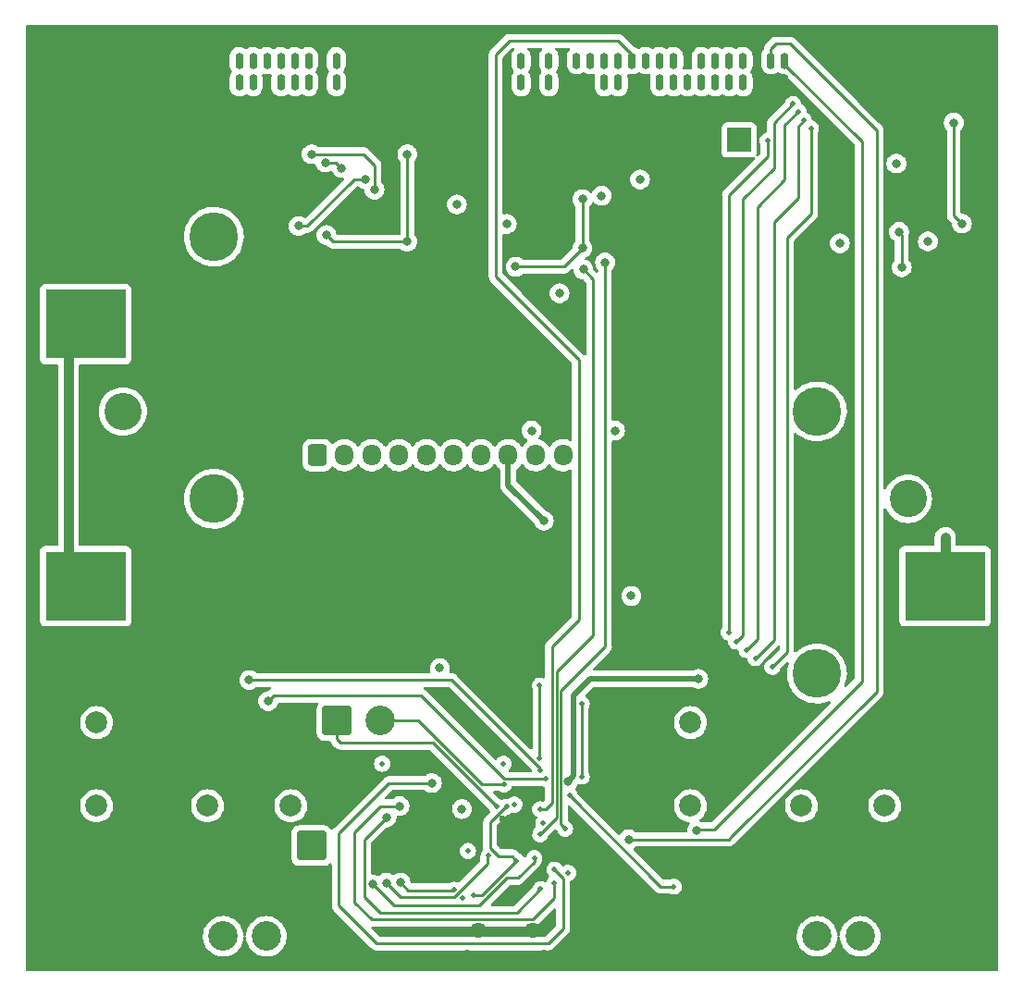
<source format=gbr>
%TF.GenerationSoftware,KiCad,Pcbnew,(6.0.2)*%
%TF.CreationDate,2023-01-13T18:58:57-08:00*%
%TF.ProjectId,ProvesXEPS,50726f76-6573-4584-9550-532e6b696361,rev?*%
%TF.SameCoordinates,Original*%
%TF.FileFunction,Copper,L4,Bot*%
%TF.FilePolarity,Positive*%
%FSLAX46Y46*%
G04 Gerber Fmt 4.6, Leading zero omitted, Abs format (unit mm)*
G04 Created by KiCad (PCBNEW (6.0.2)) date 2023-01-13 18:58:57*
%MOMM*%
%LPD*%
G01*
G04 APERTURE LIST*
G04 Aperture macros list*
%AMRoundRect*
0 Rectangle with rounded corners*
0 $1 Rounding radius*
0 $2 $3 $4 $5 $6 $7 $8 $9 X,Y pos of 4 corners*
0 Add a 4 corners polygon primitive as box body*
4,1,4,$2,$3,$4,$5,$6,$7,$8,$9,$2,$3,0*
0 Add four circle primitives for the rounded corners*
1,1,$1+$1,$2,$3*
1,1,$1+$1,$4,$5*
1,1,$1+$1,$6,$7*
1,1,$1+$1,$8,$9*
0 Add four rect primitives between the rounded corners*
20,1,$1+$1,$2,$3,$4,$5,0*
20,1,$1+$1,$4,$5,$6,$7,0*
20,1,$1+$1,$6,$7,$8,$9,0*
20,1,$1+$1,$8,$9,$2,$3,0*%
G04 Aperture macros list end*
%TA.AperFunction,ComponentPad*%
%ADD10RoundRect,0.250001X-1.099999X1.099999X-1.099999X-1.099999X1.099999X-1.099999X1.099999X1.099999X0*%
%TD*%
%TA.AperFunction,ComponentPad*%
%ADD11C,2.700000*%
%TD*%
%TA.AperFunction,ComponentPad*%
%ADD12O,0.750000X1.500000*%
%TD*%
%TA.AperFunction,ComponentPad*%
%ADD13C,2.006600*%
%TD*%
%TA.AperFunction,ComponentPad*%
%ADD14RoundRect,0.250000X-0.600000X-0.725000X0.600000X-0.725000X0.600000X0.725000X-0.600000X0.725000X0*%
%TD*%
%TA.AperFunction,ComponentPad*%
%ADD15O,1.700000X1.950000*%
%TD*%
%TA.AperFunction,ComponentPad*%
%ADD16R,2.200000X2.200000*%
%TD*%
%TA.AperFunction,ComponentPad*%
%ADD17O,2.200000X2.200000*%
%TD*%
%TA.AperFunction,ComponentPad*%
%ADD18C,5.000000*%
%TD*%
%TA.AperFunction,ComponentPad*%
%ADD19RoundRect,0.250001X-1.099999X-1.099999X1.099999X-1.099999X1.099999X1.099999X-1.099999X1.099999X0*%
%TD*%
%TA.AperFunction,ComponentPad*%
%ADD20C,1.450000*%
%TD*%
%TA.AperFunction,ComponentPad*%
%ADD21O,1.200000X1.900000*%
%TD*%
%TA.AperFunction,ComponentPad*%
%ADD22C,0.600000*%
%TD*%
%TA.AperFunction,SMDPad,CuDef*%
%ADD23R,7.350000X6.350000*%
%TD*%
%TA.AperFunction,ComponentPad*%
%ADD24C,4.466000*%
%TD*%
%TA.AperFunction,ComponentPad*%
%ADD25C,3.406000*%
%TD*%
%TA.AperFunction,ViaPad*%
%ADD26C,0.800000*%
%TD*%
%TA.AperFunction,ViaPad*%
%ADD27C,0.460000*%
%TD*%
%TA.AperFunction,Conductor*%
%ADD28C,0.250000*%
%TD*%
%TA.AperFunction,Conductor*%
%ADD29C,0.500000*%
%TD*%
%TA.AperFunction,Conductor*%
%ADD30C,0.900000*%
%TD*%
G04 APERTURE END LIST*
D10*
%TO.P,J6,1,Pin_1*%
%TO.N,/Microcontroller/~{USB_BOOT}*%
X132250000Y-141250000D03*
D11*
%TO.P,J6,2,Pin_2*%
%TO.N,GND*%
X132250000Y-145210000D03*
%TD*%
D12*
%TO.P,J8,1,01*%
%TO.N,VSolar*%
X125613854Y-71404591D03*
%TO.P,J8,2,02*%
X125613854Y-69384591D03*
%TO.P,J8,3,03*%
%TO.N,VBatt*%
X126883854Y-71404591D03*
%TO.P,J8,4,04*%
X126883854Y-69384591D03*
%TO.P,J8,5,05*%
%TO.N,GND*%
X128153854Y-71404591D03*
%TO.P,J8,6,06*%
%TO.N,+3.3V*%
X128153854Y-69384591D03*
%TO.P,J8,7,07*%
%TO.N,unconnected-(J8-Pad7)*%
X129423854Y-71404591D03*
%TO.P,J8,8,08*%
%TO.N,unconnected-(J8-Pad8)*%
X129423854Y-69384591D03*
%TO.P,J8,9,09*%
%TO.N,unconnected-(J8-Pad9)*%
X130693854Y-71404591D03*
%TO.P,J8,10,10*%
%TO.N,unconnected-(J8-Pad10)*%
X130693854Y-69384591D03*
%TO.P,J8,11,11*%
%TO.N,unconnected-(J8-Pad11)*%
X131963854Y-71404591D03*
%TO.P,J8,12,12*%
%TO.N,unconnected-(J8-Pad12)*%
X131963854Y-69384591D03*
%TO.P,J8,13,13*%
%TO.N,GND*%
X133233854Y-71404591D03*
%TO.P,J8,14,14*%
X133233854Y-69384591D03*
%TO.P,J8,15,15*%
%TO.N,unconnected-(J8-Pad15)*%
X134503854Y-71404591D03*
%TO.P,J8,16,16*%
%TO.N,unconnected-(J8-Pad16)*%
X134503854Y-69384591D03*
%TD*%
D13*
%TO.P,K2,1,A1_COIL*%
%TO.N,VBatt*%
X166922853Y-137599999D03*
%TO.P,K2,2,11_COM*%
%TO.N,Net-(K2-Pad2)*%
X177082853Y-137599999D03*
%TO.P,K2,3,14_NO*%
%TO.N,VBatt*%
X184702853Y-137599999D03*
%TO.P,K2,4,12_NC*%
%TO.N,GND*%
X184702853Y-129979999D03*
%TO.P,K2,5,A2_COIL*%
%TO.N,Net-(D4-Pad2)*%
X166922853Y-129979999D03*
%TD*%
D14*
%TO.P,J1,1,Pin_1*%
%TO.N,VBatt*%
X132750001Y-105500000D03*
D15*
%TO.P,J1,2,Pin_2*%
%TO.N,RBF*%
X135250001Y-105500000D03*
%TO.P,J1,3,Pin_3*%
%TO.N,VBatt*%
X137750001Y-105500000D03*
%TO.P,J1,4,Pin_4*%
%TO.N,F4*%
X140250001Y-105500000D03*
%TO.P,J1,5,Pin_5*%
%TO.N,VBatt*%
X142750001Y-105500000D03*
%TO.P,J1,6,Pin_6*%
%TO.N,F3*%
X145250001Y-105500000D03*
%TO.P,J1,7,Pin_7*%
%TO.N,VBatt*%
X147750001Y-105500000D03*
%TO.P,J1,8,Pin_8*%
%TO.N,F2*%
X150250001Y-105500000D03*
%TO.P,J1,9,Pin_9*%
%TO.N,VBatt*%
X152750001Y-105500000D03*
%TO.P,J1,10,Pin_10*%
%TO.N,F1*%
X155250001Y-105500000D03*
%TD*%
D16*
%TO.P,D2,1,K*%
%TO.N,Net-(D2-Pad1)*%
X171379998Y-76652000D03*
D17*
%TO.P,D2,2,A*%
%TO.N,GND*%
X161219998Y-76652000D03*
%TD*%
D18*
%TO.P,,1*%
%TO.N,GND*%
X113078853Y-143424591D03*
%TD*%
D19*
%TO.P,J2,1,Pin_1*%
%TO.N,GND*%
X174540002Y-149549999D03*
D11*
%TO.P,J2,2,Pin_2*%
%TO.N,unconnected-(J2-Pad2)*%
X178500002Y-149549999D03*
%TO.P,J2,3,Pin_3*%
%TO.N,Net-(J2-Pad3)*%
X182460002Y-149549999D03*
%TD*%
D12*
%TO.P,J7,1,01*%
%TO.N,+5V*%
X151413852Y-71404590D03*
%TO.P,J7,2,02*%
X151413852Y-69384590D03*
%TO.P,J7,3,03*%
%TO.N,GND*%
X152683852Y-71404590D03*
%TO.P,J7,4,04*%
X152683852Y-69384590D03*
%TO.P,J7,5,05*%
%TO.N,+3.3V*%
X153953852Y-71404590D03*
%TO.P,J7,6,06*%
X153953852Y-69384590D03*
%TO.P,J7,7,07*%
%TO.N,GND*%
X155223852Y-71404590D03*
%TO.P,J7,8,08*%
X155223852Y-69384590D03*
%TO.P,J7,9,09*%
X156493852Y-71404590D03*
%TO.P,J7,10,10*%
%TO.N,unconnected-(J7-Pad10)*%
X156493852Y-69384590D03*
%TO.P,J7,11,11*%
%TO.N,GND*%
X157763852Y-71404590D03*
%TO.P,J7,12,12*%
%TO.N,unconnected-(J7-Pad12)*%
X157763852Y-69384590D03*
%TO.P,J7,13,13*%
%TO.N,unconnected-(J7-Pad13)*%
X159033852Y-71404590D03*
%TO.P,J7,14,14*%
%TO.N,unconnected-(J7-Pad14)*%
X159033852Y-69384590D03*
%TO.P,J7,15,15*%
%TO.N,unconnected-(J7-Pad15)*%
X160303852Y-71404590D03*
%TO.P,J7,16,16*%
%TO.N,unconnected-(J7-Pad16)*%
X160303852Y-69384590D03*
%TO.P,J7,17,17*%
%TO.N,GND*%
X161573852Y-71404590D03*
%TO.P,J7,18,18*%
%TO.N,GPIO5*%
X161573852Y-69384590D03*
%TO.P,J7,19,19*%
%TO.N,GND*%
X162843852Y-71404590D03*
%TO.P,J7,20,20*%
%TO.N,unconnected-(J7-Pad20)*%
X162843852Y-69384590D03*
%TO.P,J7,21,21*%
%TO.N,unconnected-(J7-Pad21)*%
X164113852Y-71404590D03*
%TO.P,J7,22,22*%
%TO.N,unconnected-(J7-Pad22)*%
X164113852Y-69384590D03*
%TO.P,J7,23,23*%
%TO.N,unconnected-(J7-Pad23)*%
X165383852Y-71404590D03*
%TO.P,J7,24,24*%
%TO.N,unconnected-(J7-Pad24)*%
X165383852Y-69384590D03*
%TO.P,J7,25,25*%
%TO.N,unconnected-(J7-Pad25)*%
X166653852Y-71404590D03*
%TO.P,J7,26,26*%
%TO.N,GND*%
X166653852Y-69384590D03*
%TO.P,J7,27,27*%
%TO.N,unconnected-(J7-Pad27)*%
X167923852Y-71404590D03*
%TO.P,J7,28,28*%
%TO.N,SPIO_SCK*%
X167923852Y-69384590D03*
%TO.P,J7,29,29*%
%TO.N,unconnected-(J7-Pad29)*%
X169193852Y-71404590D03*
%TO.P,J7,30,30*%
%TO.N,SPIO_MOSI*%
X169193852Y-69384590D03*
%TO.P,J7,31,31*%
%TO.N,unconnected-(J7-Pad31)*%
X170463852Y-71404590D03*
%TO.P,J7,32,32*%
%TO.N,SPIO_MISO*%
X170463852Y-69384590D03*
%TO.P,J7,33,33*%
%TO.N,unconnected-(J7-Pad33)*%
X171733852Y-71404590D03*
%TO.P,J7,34,34*%
%TO.N,SPIO_CS*%
X171733852Y-69384590D03*
%TO.P,J7,35,35*%
%TO.N,GND*%
X173003852Y-71404590D03*
%TO.P,J7,36,36*%
X173003852Y-69384590D03*
%TO.P,J7,37,37*%
X174273852Y-71404590D03*
%TO.P,J7,38,38*%
%TO.N,UART0_RX*%
X174273852Y-69384590D03*
%TO.P,J7,39,39*%
%TO.N,GND*%
X175543852Y-71404590D03*
%TO.P,J7,40,40*%
%TO.N,UART0_TX*%
X175543852Y-69384590D03*
%TD*%
D18*
%TO.P,,1*%
%TO.N,GND*%
X188078854Y-69624589D03*
%TD*%
D20*
%TO.P,J5,6,Shield*%
%TO.N,GND*%
X147500000Y-149037500D03*
D21*
X146500000Y-151737500D03*
X153500000Y-151737500D03*
D20*
X152500000Y-149037500D03*
%TD*%
D19*
%TO.P,J4,1,Pin_1*%
%TO.N,/Microcontroller/SWD*%
X134575000Y-129825000D03*
D11*
%TO.P,J4,2,Pin_2*%
%TO.N,/Microcontroller/SWCLK*%
X138535000Y-129825000D03*
%TD*%
D18*
%TO.P,,1*%
%TO.N,GND*%
X113078853Y-69624591D03*
%TD*%
D19*
%TO.P,J3,1,Pin_1*%
%TO.N,GND*%
X120183700Y-149550000D03*
D11*
%TO.P,J3,2,Pin_2*%
%TO.N,unconnected-(J3-Pad2)*%
X124143700Y-149550000D03*
%TO.P,J3,3,Pin_3*%
%TO.N,Net-(J3-Pad3)*%
X128103700Y-149550000D03*
%TD*%
D13*
%TO.P,K1,1,A1_COIL*%
%TO.N,VBatt*%
X112566550Y-137599999D03*
%TO.P,K1,2,11_COM*%
%TO.N,Net-(K1-Pad2)*%
X122726550Y-137599999D03*
%TO.P,K1,3,14_NO*%
%TO.N,VBatt*%
X130346550Y-137599999D03*
%TO.P,K1,4,12_NC*%
%TO.N,GND*%
X130346550Y-129979999D03*
%TO.P,K1,5,A2_COIL*%
%TO.N,Net-(D3-Pad2)*%
X112566550Y-129979999D03*
%TD*%
D18*
%TO.P,,1*%
%TO.N,GND*%
X188078854Y-143424591D03*
%TD*%
D22*
%TO.P,U4,57,GND*%
%TO.N,GND*%
X152275000Y-141275000D03*
X149725000Y-140000000D03*
X152275000Y-138725000D03*
X151000000Y-140000000D03*
X151000000Y-141275000D03*
X152275000Y-140000000D03*
X151000000Y-138725000D03*
X149725000Y-141275000D03*
X149725000Y-138725000D03*
%TD*%
D23*
%TO.P,U14,1,1*%
%TO.N,batt1+*%
X111570000Y-117500000D03*
%TO.P,U14,2,2*%
%TO.N,batt2+*%
X190230000Y-117500000D03*
D24*
%TO.P,U14,P$1*%
%TO.N,N/C*%
X123300000Y-109500000D03*
%TO.P,U14,P$2*%
X178500000Y-125500000D03*
D25*
%TO.P,U14,P$3*%
X186830000Y-109500000D03*
%TD*%
D23*
%TO.P,U11,1,1*%
%TO.N,GND*%
X190230000Y-93500000D03*
%TO.P,U11,2,2*%
%TO.N,batt1+*%
X111570000Y-93500000D03*
D24*
%TO.P,U11,P$1*%
%TO.N,N/C*%
X178500000Y-101500000D03*
%TO.P,U11,P$2*%
X123300000Y-85500000D03*
D25*
%TO.P,U11,P$3*%
X114970000Y-101500000D03*
%TD*%
D26*
%TO.N,Net-(C2-Pad1)*%
X133500000Y-78699500D03*
X135000000Y-79199500D03*
%TO.N,Net-(C4-Pad1)*%
X150922502Y-88252501D03*
X157032502Y-86552501D03*
X157042502Y-82062501D03*
%TO.N,Net-(C7-Pad2)*%
X131070000Y-84509500D03*
X137160000Y-80229500D03*
%TO.N,Net-(C15-Pad1)*%
X186270000Y-88300001D03*
X186019999Y-85050001D03*
D27*
%TO.N,+1V1*%
X150114000Y-137668000D03*
X151003000Y-142621000D03*
X147066000Y-145796000D03*
%TO.N,+3.3V*%
X149800000Y-133750000D03*
D26*
X185770000Y-78800001D03*
X146000000Y-137900000D03*
D27*
X146050000Y-146050000D03*
X146558000Y-141732000D03*
X150800000Y-137490000D03*
X155725000Y-143725000D03*
D26*
X180594000Y-86106000D03*
D27*
X153447876Y-139223876D03*
X138700000Y-133750000D03*
D26*
%TO.N,VCHG*%
X145542000Y-82550000D03*
X162306000Y-80264000D03*
D27*
%TO.N,/Microcontroller/XIN*%
X153125000Y-126600000D03*
X153125000Y-133300000D03*
D26*
%TO.N,VBatt*%
X161500000Y-118387600D03*
X188650000Y-85922948D03*
X160015201Y-103250000D03*
X158782852Y-81755148D03*
X143984200Y-125000000D03*
X152387600Y-103250000D03*
%TO.N,Net-(IC2-Pad16)*%
X132250000Y-77949500D03*
X138000000Y-81199500D03*
%TO.N,F2*%
X153500000Y-111499999D03*
D27*
%TO.N,/Microcontroller/SWD*%
X149200000Y-137675000D03*
%TO.N,/Microcontroller/SWCLK*%
X149860000Y-135636000D03*
%TO.N,GPIO5*%
X153162000Y-137922000D03*
%TO.N,SPIO_SCK*%
X174420000Y-124880000D03*
X177950000Y-75600000D03*
%TO.N,SPIO_MOSI*%
X177300000Y-74850000D03*
X172870000Y-124090000D03*
%TO.N,SPIO_MISO*%
X172070000Y-123340000D03*
X176800000Y-74050000D03*
%TO.N,SPIO_CS*%
X176300000Y-73350000D03*
X171100000Y-122570000D03*
D26*
%TO.N,UART0_RX*%
X161270000Y-140670000D03*
%TO.N,UART0_TX*%
X167520000Y-139900000D03*
%TO.N,Net-(Q16-Pad3)*%
X191019999Y-75050001D03*
X191770000Y-84300002D03*
D27*
%TO.N,BurnRelay2*%
X153162000Y-134366000D03*
D26*
X126530000Y-126080000D03*
%TO.N,BurnRelay1*%
X167640000Y-125984000D03*
X155702000Y-135382000D03*
%TO.N,batt2+*%
X190246000Y-113030000D03*
X154940000Y-90678000D03*
D27*
%TO.N,VBUS_RESET*%
X173990000Y-76708000D03*
X170420000Y-121720000D03*
X156972000Y-128270000D03*
X156970000Y-134920000D03*
%TO.N,EN_Burn1*%
X165400000Y-145000000D03*
X155850000Y-136650000D03*
%TO.N,EN_Burn2*%
X153670000Y-135128000D03*
D26*
X128270000Y-128016000D03*
%TO.N,/Microcontroller/QSPI_SS*%
X143250000Y-135525000D03*
D27*
X154475000Y-143425000D03*
D26*
%TO.N,batt1+*%
X109982000Y-99314000D03*
X150114000Y-84328000D03*
%TO.N,SCL_I2C_1*%
X159100000Y-87850000D03*
D27*
X155448000Y-139700000D03*
D26*
%TO.N,SDA_I2C_1*%
X157110000Y-88510000D03*
D27*
X153162000Y-140208000D03*
%TO.N,/Microcontroller/QSPI_SD3*%
X145288000Y-145288000D03*
D26*
X140375000Y-144625000D03*
%TO.N,/Microcontroller/QSPI_SCLK*%
X139075000Y-144650000D03*
D27*
X148463000Y-142113000D03*
%TO.N,/Microcontroller/QSPI_SD0*%
X152625000Y-142375000D03*
D26*
X137850000Y-144800000D03*
%TO.N,/Microcontroller/QSPI_SD2*%
X139100000Y-138675000D03*
D27*
X153200000Y-145225000D03*
%TO.N,/Microcontroller/QSPI_SD1*%
X154475000Y-144650000D03*
D26*
X140300000Y-137625000D03*
%TO.N,GND*%
X116078000Y-132080000D03*
X161036000Y-134112000D03*
X133250000Y-81699500D03*
X130048000Y-83312000D03*
D27*
X146850000Y-129250000D03*
X156450000Y-139650000D03*
D26*
X135250000Y-76699500D03*
X138430000Y-109474000D03*
X119750000Y-139740000D03*
X134112000Y-109220000D03*
%TO.N,Net-(C10-Pad1)*%
X141000000Y-77949500D03*
X141000000Y-85949500D03*
X133604000Y-85344000D03*
%TD*%
D28*
%TO.N,Net-(C2-Pad1)*%
X134500000Y-78699500D02*
X133500000Y-78699500D01*
X135000000Y-79199500D02*
X134500000Y-78699500D01*
%TO.N,Net-(C4-Pad1)*%
X155332502Y-88252501D02*
X150922502Y-88252501D01*
X157042502Y-82062501D02*
X157042502Y-86542501D01*
X157042502Y-86542501D02*
X157032502Y-86552501D01*
X157032502Y-86552501D02*
X155332502Y-88252501D01*
%TO.N,Net-(C7-Pad2)*%
X131869999Y-84509500D02*
X136150000Y-80229500D01*
X131070000Y-84509500D02*
X131869999Y-84509500D01*
X136150000Y-80229500D02*
X137070000Y-80229500D01*
%TO.N,Net-(C15-Pad1)*%
X186270000Y-85300001D02*
X186019999Y-85050001D01*
X186270000Y-88300001D02*
X186270000Y-85300001D01*
%TO.N,+1V1*%
X150607000Y-142225000D02*
X149337000Y-142225000D01*
X151003000Y-142621000D02*
X150607000Y-142225000D01*
X150004181Y-137668000D02*
X150114000Y-137668000D01*
X147828000Y-145796000D02*
X151003000Y-142621000D01*
X149337000Y-142225000D02*
X148590000Y-141478000D01*
X147066000Y-145796000D02*
X147828000Y-145796000D01*
X148590000Y-141478000D02*
X148590000Y-139082181D01*
X148590000Y-139082181D02*
X150004181Y-137668000D01*
%TO.N,/Microcontroller/XIN*%
X153125000Y-133300000D02*
X153125000Y-126600000D01*
%TO.N,Net-(IC2-Pad16)*%
X138000000Y-78949500D02*
X137000000Y-77949500D01*
X137000000Y-77949500D02*
X132250000Y-77949500D01*
X138000000Y-81199500D02*
X138000000Y-78949500D01*
D29*
%TO.N,F2*%
X153500000Y-111499999D02*
X150250002Y-108249999D01*
X150250002Y-108249999D02*
X150250001Y-105500000D01*
D28*
%TO.N,/Microcontroller/SWD*%
X134900000Y-131825000D02*
X134575000Y-131500000D01*
X134575000Y-131500000D02*
X134575000Y-129825000D01*
X143350000Y-131825000D02*
X134900000Y-131825000D01*
X149200000Y-137675000D02*
X143350000Y-131825000D01*
%TO.N,/Microcontroller/SWCLK*%
X149825360Y-135624640D02*
X147816640Y-135624640D01*
X147816640Y-135624640D02*
X142017000Y-129825000D01*
X142017000Y-129825000D02*
X138535000Y-129825000D01*
%TO.N,GPIO5*%
X154240000Y-123040000D02*
X154240000Y-137352000D01*
X161573852Y-68863852D02*
X160274000Y-67564000D01*
X149098000Y-89154000D02*
X156718000Y-96774000D01*
X160274000Y-67564000D02*
X150368000Y-67564000D01*
X156718000Y-120562000D02*
X154240000Y-123040000D01*
X150368000Y-67564000D02*
X149098000Y-68834000D01*
X154240000Y-137352000D02*
X153670000Y-137922000D01*
X156718000Y-96774000D02*
X156718000Y-120562000D01*
X161573852Y-69759590D02*
X161573852Y-68863852D01*
X149098000Y-68834000D02*
X149098000Y-89154000D01*
X153670000Y-137922000D02*
X153162000Y-137922000D01*
%TO.N,SPIO_SCK*%
X174420000Y-124880000D02*
X175768000Y-123532000D01*
X177950000Y-83420000D02*
X177950000Y-75600000D01*
X175768000Y-123532000D02*
X175768000Y-85602000D01*
X175768000Y-85602000D02*
X177950000Y-83420000D01*
%TO.N,SPIO_MOSI*%
X174560000Y-122430000D02*
X174560000Y-84190000D01*
X176760000Y-81990000D02*
X176760000Y-75390000D01*
X172900000Y-124090000D02*
X174560000Y-122430000D01*
X176760000Y-75390000D02*
X177300000Y-74850000D01*
X172870000Y-124090000D02*
X172900000Y-124090000D01*
X174560000Y-84190000D02*
X176760000Y-81990000D01*
%TO.N,SPIO_MISO*%
X172070000Y-123340000D02*
X172070000Y-123322000D01*
X175550000Y-75300000D02*
X176800000Y-74050000D01*
X173050000Y-82780000D02*
X175550000Y-80280000D01*
X175550000Y-80280000D02*
X175550000Y-75300000D01*
X173050000Y-122342000D02*
X173050000Y-82780000D01*
X172070000Y-123322000D02*
X173050000Y-122342000D01*
%TO.N,SPIO_CS*%
X171710000Y-82040000D02*
X174550000Y-79200000D01*
X174550000Y-75100000D02*
X176300000Y-73350000D01*
X171710000Y-121960000D02*
X171710000Y-82040000D01*
X171100000Y-122570000D02*
X171710000Y-121960000D01*
X174550000Y-79200000D02*
X174550000Y-75100000D01*
%TO.N,UART0_RX*%
X170720000Y-140380000D02*
X183960000Y-127140000D01*
X170430000Y-140670000D02*
X170720000Y-140380000D01*
X181864000Y-73674000D02*
X181864000Y-73660000D01*
X161270000Y-140670000D02*
X170430000Y-140670000D01*
X176022000Y-67818000D02*
X174752000Y-67818000D01*
X183960000Y-127140000D02*
X183960000Y-75770000D01*
X183960000Y-75770000D02*
X181864000Y-73674000D01*
X181864000Y-73660000D02*
X176022000Y-67818000D01*
X174273852Y-68296148D02*
X174273852Y-69759590D01*
X174752000Y-67818000D02*
X174273852Y-68296148D01*
%TO.N,UART0_TX*%
X167670000Y-139750000D02*
X169069168Y-139750000D01*
X182610000Y-76825738D02*
X175543852Y-69759590D01*
X169069168Y-139750000D02*
X182610000Y-126209168D01*
X167520000Y-139900000D02*
X167670000Y-139750000D01*
X182610000Y-126209168D02*
X182610000Y-76825738D01*
%TO.N,Net-(Q16-Pad3)*%
X191019999Y-75050001D02*
X191019999Y-83550001D01*
X191019999Y-83550001D02*
X191770000Y-84300002D01*
%TO.N,BurnRelay2*%
X145070000Y-126080000D02*
X145320000Y-126330000D01*
X126530000Y-126080000D02*
X145070000Y-126080000D01*
X145320000Y-126330000D02*
X153162000Y-134172000D01*
X153162000Y-134172000D02*
X153162000Y-134366000D01*
D29*
%TO.N,BurnRelay1*%
X157734000Y-125984000D02*
X156210000Y-127508000D01*
X167640000Y-125984000D02*
X157734000Y-125984000D01*
X156210000Y-133858000D02*
X156210000Y-134874000D01*
X156210000Y-134874000D02*
X155702000Y-135382000D01*
X156210000Y-127508000D02*
X156210000Y-133858000D01*
D30*
%TO.N,batt2+*%
X190230000Y-113046000D02*
X190246000Y-113030000D01*
X190230000Y-117500000D02*
X190230000Y-113046000D01*
D28*
%TO.N,VBUS_RESET*%
X156970000Y-128272000D02*
X156972000Y-128270000D01*
X170440000Y-121700000D02*
X170440000Y-81680000D01*
X156970000Y-134920000D02*
X156970000Y-128272000D01*
X170440000Y-81680000D02*
X173990000Y-78130000D01*
X173990000Y-78130000D02*
X173990000Y-76708000D01*
X170420000Y-121720000D02*
X170440000Y-121700000D01*
%TO.N,EN_Burn1*%
X164200000Y-145000000D02*
X165400000Y-145000000D01*
X155850000Y-136650000D02*
X164200000Y-145000000D01*
%TO.N,EN_Burn2*%
X153670000Y-135128000D02*
X149860000Y-135128000D01*
X128778000Y-127508000D02*
X128270000Y-128016000D01*
X142240000Y-127508000D02*
X128778000Y-127508000D01*
X149860000Y-135128000D02*
X142240000Y-127508000D01*
%TO.N,/Microcontroller/QSPI_SS*%
X154475000Y-143425000D02*
X155275000Y-144225000D01*
X134725000Y-146750000D02*
X134725000Y-140125000D01*
X134725000Y-140125000D02*
X136775000Y-138075000D01*
X155275000Y-144225000D02*
X155275000Y-148825000D01*
X153900000Y-150200000D02*
X138175000Y-150200000D01*
X139325000Y-135525000D02*
X143250000Y-135525000D01*
X136775000Y-138075000D02*
X139325000Y-135525000D01*
X155275000Y-148825000D02*
X153900000Y-150200000D01*
X138175000Y-150200000D02*
X134725000Y-146750000D01*
D29*
%TO.N,batt1+*%
X109982000Y-115912000D02*
X111570000Y-117500000D01*
X109982000Y-95088000D02*
X111570000Y-93500000D01*
D30*
X109982000Y-99314000D02*
X109982000Y-95088000D01*
X109982000Y-99314000D02*
X109982000Y-115912000D01*
D28*
%TO.N,SCL_I2C_1*%
X155448000Y-139700000D02*
X155050000Y-139302000D01*
X159100000Y-123030000D02*
X159100000Y-89250000D01*
X159100000Y-89250000D02*
X159100000Y-87850000D01*
X155050000Y-127080000D02*
X159100000Y-123030000D01*
X155050000Y-139302000D02*
X155050000Y-127080000D01*
%TO.N,SDA_I2C_1*%
X157880000Y-89280000D02*
X157110000Y-88510000D01*
X158015000Y-89415000D02*
X157880000Y-89280000D01*
X158015000Y-121985000D02*
X158015000Y-89415000D01*
X154700480Y-125299520D02*
X158015000Y-121985000D01*
X153162000Y-140208000D02*
X154700480Y-138669520D01*
X154700480Y-138669520D02*
X154700480Y-125299520D01*
%TO.N,/Microcontroller/QSPI_SD3*%
X141075000Y-145325000D02*
X140375000Y-144625000D01*
X144997000Y-145325000D02*
X141075000Y-145325000D01*
X145251000Y-145325000D02*
X144997000Y-145325000D01*
%TO.N,/Microcontroller/QSPI_SCLK*%
X148336000Y-142240000D02*
X148463000Y-142113000D01*
X148336000Y-142911752D02*
X148336000Y-142240000D01*
X140350000Y-145925000D02*
X145322752Y-145925000D01*
X145322752Y-145925000D02*
X148336000Y-142911752D01*
X139075000Y-144650000D02*
X140350000Y-145925000D01*
%TO.N,/Microcontroller/QSPI_SD0*%
X139800000Y-146750000D02*
X137850000Y-144800000D01*
X150150000Y-144200000D02*
X147600000Y-146750000D01*
X152625000Y-142375000D02*
X152625000Y-142700000D01*
X151125000Y-144200000D02*
X150150000Y-144200000D01*
X152625000Y-142700000D02*
X151125000Y-144200000D01*
X147600000Y-146750000D02*
X139800000Y-146750000D01*
%TO.N,/Microcontroller/QSPI_SD2*%
X138500000Y-147400000D02*
X137050000Y-145950000D01*
X153200000Y-145225000D02*
X151025000Y-147400000D01*
X137050000Y-145950000D02*
X137050000Y-140725000D01*
X137050000Y-140725000D02*
X139100000Y-138675000D01*
X151025000Y-147400000D02*
X138500000Y-147400000D01*
%TO.N,/Microcontroller/QSPI_SD1*%
X152525000Y-148025000D02*
X137725000Y-148025000D01*
X136125000Y-146425000D02*
X136125000Y-140050000D01*
X137725000Y-148025000D02*
X136125000Y-146425000D01*
X138550000Y-137625000D02*
X140300000Y-137625000D01*
X154475000Y-144650000D02*
X154475000Y-146075000D01*
X154475000Y-146075000D02*
X152525000Y-148025000D01*
X136125000Y-140050000D02*
X138550000Y-137625000D01*
%TO.N,Net-(C10-Pad1)*%
X141000000Y-77949500D02*
X141000000Y-85949500D01*
X134209500Y-85949500D02*
X133604000Y-85344000D01*
X141000000Y-85949500D02*
X134209500Y-85949500D01*
%TD*%
%TA.AperFunction,Conductor*%
%TO.N,GND*%
G36*
X150578854Y-66128590D02*
G01*
X194948853Y-66128591D01*
X195016974Y-66148593D01*
X195063467Y-66202249D01*
X195074853Y-66254591D01*
X195074852Y-152594592D01*
X195054850Y-152662713D01*
X195001194Y-152709206D01*
X194948852Y-152720592D01*
X106208854Y-152720590D01*
X106140733Y-152700588D01*
X106094240Y-152646932D01*
X106082854Y-152594590D01*
X106082854Y-149491600D01*
X122285380Y-149491600D01*
X122285555Y-149496051D01*
X122285555Y-149496052D01*
X122292262Y-149666741D01*
X122295691Y-149754022D01*
X122296491Y-149758401D01*
X122296491Y-149758402D01*
X122327288Y-149927029D01*
X122342874Y-150012373D01*
X122425989Y-150261499D01*
X122427982Y-150265487D01*
X122505184Y-150419992D01*
X122543377Y-150496429D01*
X122692695Y-150712474D01*
X122695711Y-150715736D01*
X122695716Y-150715743D01*
X122867949Y-150902063D01*
X122867954Y-150902067D01*
X122870965Y-150905325D01*
X123074629Y-151071134D01*
X123078447Y-151073433D01*
X123078449Y-151073434D01*
X123295804Y-151204292D01*
X123299624Y-151206592D01*
X123412647Y-151254451D01*
X123537363Y-151307262D01*
X123537366Y-151307263D01*
X123541461Y-151308997D01*
X123545753Y-151310135D01*
X123545756Y-151310136D01*
X123791017Y-151375166D01*
X123791021Y-151375167D01*
X123795314Y-151376305D01*
X123799723Y-151376827D01*
X123799729Y-151376828D01*
X123970209Y-151397005D01*
X124056118Y-151407173D01*
X124318670Y-151400986D01*
X124399243Y-151387575D01*
X124573340Y-151358597D01*
X124573344Y-151358596D01*
X124577730Y-151357866D01*
X124581971Y-151356525D01*
X124581974Y-151356524D01*
X124823885Y-151280018D01*
X124823887Y-151280017D01*
X124828131Y-151278675D01*
X124832142Y-151276749D01*
X124832147Y-151276747D01*
X125060856Y-151166922D01*
X125060857Y-151166921D01*
X125064875Y-151164992D01*
X125174684Y-151091620D01*
X125279531Y-151021563D01*
X125279535Y-151021560D01*
X125283239Y-151019085D01*
X125286556Y-151016114D01*
X125286560Y-151016111D01*
X125475549Y-150846839D01*
X125475550Y-150846838D01*
X125478867Y-150843867D01*
X125647854Y-150642832D01*
X125786830Y-150419992D01*
X125893020Y-150179794D01*
X125964307Y-149927030D01*
X125987545Y-149754021D01*
X125998841Y-149669924D01*
X125998842Y-149669916D01*
X125999268Y-149666742D01*
X125999763Y-149650992D01*
X126021895Y-149583534D01*
X126055986Y-149555820D01*
X126051479Y-149553176D01*
X126192608Y-149553176D01*
X126211164Y-149562366D01*
X126247653Y-149623268D01*
X126251604Y-149650003D01*
X126255691Y-149754022D01*
X126256491Y-149758401D01*
X126256491Y-149758402D01*
X126287288Y-149927029D01*
X126302874Y-150012373D01*
X126385989Y-150261499D01*
X126387982Y-150265487D01*
X126465184Y-150419992D01*
X126503377Y-150496429D01*
X126652695Y-150712474D01*
X126655711Y-150715736D01*
X126655716Y-150715743D01*
X126827949Y-150902063D01*
X126827954Y-150902067D01*
X126830965Y-150905325D01*
X127034629Y-151071134D01*
X127038447Y-151073433D01*
X127038449Y-151073434D01*
X127255804Y-151204292D01*
X127259624Y-151206592D01*
X127372647Y-151254451D01*
X127497363Y-151307262D01*
X127497366Y-151307263D01*
X127501461Y-151308997D01*
X127505753Y-151310135D01*
X127505756Y-151310136D01*
X127751017Y-151375166D01*
X127751021Y-151375167D01*
X127755314Y-151376305D01*
X127759723Y-151376827D01*
X127759729Y-151376828D01*
X127930209Y-151397005D01*
X128016118Y-151407173D01*
X128278670Y-151400986D01*
X128359243Y-151387575D01*
X128533340Y-151358597D01*
X128533344Y-151358596D01*
X128537730Y-151357866D01*
X128541971Y-151356525D01*
X128541974Y-151356524D01*
X128783885Y-151280018D01*
X128783887Y-151280017D01*
X128788131Y-151278675D01*
X128792142Y-151276749D01*
X128792147Y-151276747D01*
X129020856Y-151166922D01*
X129020857Y-151166921D01*
X129024875Y-151164992D01*
X129134684Y-151091620D01*
X129239531Y-151021563D01*
X129239535Y-151021560D01*
X129243239Y-151019085D01*
X129246556Y-151016114D01*
X129246560Y-151016111D01*
X129435549Y-150846839D01*
X129435550Y-150846838D01*
X129438867Y-150843867D01*
X129607854Y-150642832D01*
X129746830Y-150419992D01*
X129853020Y-150179794D01*
X129924307Y-149927030D01*
X129947545Y-149754021D01*
X129958841Y-149669924D01*
X129958842Y-149669916D01*
X129959268Y-149666742D01*
X129962383Y-149567620D01*
X129962836Y-149553222D01*
X129962836Y-149553217D01*
X129962937Y-149550000D01*
X129962300Y-149540996D01*
X129944704Y-149292483D01*
X129944704Y-149292482D01*
X129944389Y-149288031D01*
X129939339Y-149264572D01*
X129890050Y-149035636D01*
X129890050Y-149035634D01*
X129889114Y-149031289D01*
X129798215Y-148784897D01*
X129727857Y-148654500D01*
X129675619Y-148557687D01*
X129675618Y-148557686D01*
X129673506Y-148553771D01*
X129517475Y-148342522D01*
X129471322Y-148295638D01*
X129336366Y-148158547D01*
X129336365Y-148158546D01*
X129333235Y-148155366D01*
X129124464Y-147996036D01*
X128895325Y-147867712D01*
X128891163Y-147866102D01*
X128654546Y-147774561D01*
X128654540Y-147774559D01*
X128650391Y-147772954D01*
X128646059Y-147771950D01*
X128646056Y-147771949D01*
X128541447Y-147747702D01*
X128394549Y-147713653D01*
X128132904Y-147690992D01*
X128128469Y-147691236D01*
X128128465Y-147691236D01*
X127875119Y-147705179D01*
X127875112Y-147705180D01*
X127870676Y-147705424D01*
X127613097Y-147756659D01*
X127365308Y-147843677D01*
X127361357Y-147845730D01*
X127361351Y-147845732D01*
X127136203Y-147962687D01*
X127132251Y-147964740D01*
X127128636Y-147967323D01*
X127128630Y-147967327D01*
X127084675Y-147998738D01*
X126918578Y-148117433D01*
X126728551Y-148298710D01*
X126725795Y-148302206D01*
X126725794Y-148302207D01*
X126613279Y-148444931D01*
X126565961Y-148504954D01*
X126531518Y-148564252D01*
X126436288Y-148728202D01*
X126436285Y-148728208D01*
X126434054Y-148732049D01*
X126432384Y-148736171D01*
X126432384Y-148736172D01*
X126337133Y-148971337D01*
X126335461Y-148975464D01*
X126334390Y-148979777D01*
X126334388Y-148979782D01*
X126302611Y-149107707D01*
X126272148Y-149230343D01*
X126271694Y-149234773D01*
X126271694Y-149234774D01*
X126247847Y-149467521D01*
X126221006Y-149533248D01*
X126192608Y-149553176D01*
X126051479Y-149553176D01*
X126030714Y-149540996D01*
X125998618Y-149477669D01*
X125996818Y-149463577D01*
X125984704Y-149292483D01*
X125984704Y-149292482D01*
X125984389Y-149288031D01*
X125979339Y-149264572D01*
X125930050Y-149035636D01*
X125930050Y-149035634D01*
X125929114Y-149031289D01*
X125838215Y-148784897D01*
X125767857Y-148654500D01*
X125715619Y-148557687D01*
X125715618Y-148557686D01*
X125713506Y-148553771D01*
X125557475Y-148342522D01*
X125511322Y-148295638D01*
X125376366Y-148158547D01*
X125376365Y-148158546D01*
X125373235Y-148155366D01*
X125164464Y-147996036D01*
X124935325Y-147867712D01*
X124931163Y-147866102D01*
X124694546Y-147774561D01*
X124694540Y-147774559D01*
X124690391Y-147772954D01*
X124686059Y-147771950D01*
X124686056Y-147771949D01*
X124581447Y-147747702D01*
X124434549Y-147713653D01*
X124172904Y-147690992D01*
X124168469Y-147691236D01*
X124168465Y-147691236D01*
X123915119Y-147705179D01*
X123915112Y-147705180D01*
X123910676Y-147705424D01*
X123653097Y-147756659D01*
X123405308Y-147843677D01*
X123401357Y-147845730D01*
X123401351Y-147845732D01*
X123176203Y-147962687D01*
X123172251Y-147964740D01*
X123168636Y-147967323D01*
X123168630Y-147967327D01*
X123124675Y-147998738D01*
X122958578Y-148117433D01*
X122768551Y-148298710D01*
X122765795Y-148302206D01*
X122765794Y-148302207D01*
X122653279Y-148444931D01*
X122605961Y-148504954D01*
X122571518Y-148564252D01*
X122476288Y-148728202D01*
X122476285Y-148728208D01*
X122474054Y-148732049D01*
X122472384Y-148736171D01*
X122472384Y-148736172D01*
X122377133Y-148971337D01*
X122375461Y-148975464D01*
X122374390Y-148979777D01*
X122374388Y-148979782D01*
X122342611Y-149107707D01*
X122312148Y-149230343D01*
X122285380Y-149491600D01*
X106082854Y-149491600D01*
X106082854Y-137599999D01*
X111054088Y-137599999D01*
X111072709Y-137836600D01*
X111073863Y-137841407D01*
X111073864Y-137841413D01*
X111102153Y-137959244D01*
X111128113Y-138067375D01*
X111130006Y-138071946D01*
X111130007Y-138071948D01*
X111212010Y-138269920D01*
X111218936Y-138286642D01*
X111342943Y-138489002D01*
X111346155Y-138492762D01*
X111346158Y-138492767D01*
X111436949Y-138599069D01*
X111497078Y-138669471D01*
X111500840Y-138672684D01*
X111673782Y-138820391D01*
X111673787Y-138820394D01*
X111677547Y-138823606D01*
X111879907Y-138947613D01*
X111884477Y-138949506D01*
X111884481Y-138949508D01*
X112092467Y-139035658D01*
X112099174Y-139038436D01*
X112150020Y-139050643D01*
X112325136Y-139092685D01*
X112325142Y-139092686D01*
X112329949Y-139093840D01*
X112566550Y-139112461D01*
X112803151Y-139093840D01*
X112807958Y-139092686D01*
X112807964Y-139092685D01*
X112983080Y-139050643D01*
X113033926Y-139038436D01*
X113040633Y-139035658D01*
X113248619Y-138949508D01*
X113248623Y-138949506D01*
X113253193Y-138947613D01*
X113455553Y-138823606D01*
X113459313Y-138820394D01*
X113459318Y-138820391D01*
X113632260Y-138672684D01*
X113636022Y-138669471D01*
X113696151Y-138599069D01*
X113786942Y-138492767D01*
X113786945Y-138492762D01*
X113790157Y-138489002D01*
X113914164Y-138286642D01*
X113921091Y-138269920D01*
X114003093Y-138071948D01*
X114003094Y-138071946D01*
X114004987Y-138067375D01*
X114030947Y-137959244D01*
X114059236Y-137841413D01*
X114059237Y-137841407D01*
X114060391Y-137836600D01*
X114079012Y-137599999D01*
X121214088Y-137599999D01*
X121232709Y-137836600D01*
X121233863Y-137841407D01*
X121233864Y-137841413D01*
X121262153Y-137959244D01*
X121288113Y-138067375D01*
X121290006Y-138071946D01*
X121290007Y-138071948D01*
X121372010Y-138269920D01*
X121378936Y-138286642D01*
X121502943Y-138489002D01*
X121506155Y-138492762D01*
X121506158Y-138492767D01*
X121596949Y-138599069D01*
X121657078Y-138669471D01*
X121660840Y-138672684D01*
X121833782Y-138820391D01*
X121833787Y-138820394D01*
X121837547Y-138823606D01*
X122039907Y-138947613D01*
X122044477Y-138949506D01*
X122044481Y-138949508D01*
X122252467Y-139035658D01*
X122259174Y-139038436D01*
X122310020Y-139050643D01*
X122485136Y-139092685D01*
X122485142Y-139092686D01*
X122489949Y-139093840D01*
X122726550Y-139112461D01*
X122963151Y-139093840D01*
X122967958Y-139092686D01*
X122967964Y-139092685D01*
X123143080Y-139050643D01*
X123193926Y-139038436D01*
X123200633Y-139035658D01*
X123408619Y-138949508D01*
X123408623Y-138949506D01*
X123413193Y-138947613D01*
X123615553Y-138823606D01*
X123619313Y-138820394D01*
X123619318Y-138820391D01*
X123792260Y-138672684D01*
X123796022Y-138669471D01*
X123856151Y-138599069D01*
X123946942Y-138492767D01*
X123946945Y-138492762D01*
X123950157Y-138489002D01*
X124074164Y-138286642D01*
X124081091Y-138269920D01*
X124163093Y-138071948D01*
X124163094Y-138071946D01*
X124164987Y-138067375D01*
X124190947Y-137959244D01*
X124219236Y-137841413D01*
X124219237Y-137841407D01*
X124220391Y-137836600D01*
X124239012Y-137599999D01*
X128834088Y-137599999D01*
X128852709Y-137836600D01*
X128853863Y-137841407D01*
X128853864Y-137841413D01*
X128882153Y-137959244D01*
X128908113Y-138067375D01*
X128910006Y-138071946D01*
X128910007Y-138071948D01*
X128992010Y-138269920D01*
X128998936Y-138286642D01*
X129122943Y-138489002D01*
X129126155Y-138492762D01*
X129126158Y-138492767D01*
X129216949Y-138599069D01*
X129277078Y-138669471D01*
X129280840Y-138672684D01*
X129453782Y-138820391D01*
X129453787Y-138820394D01*
X129457547Y-138823606D01*
X129659907Y-138947613D01*
X129664477Y-138949506D01*
X129664481Y-138949508D01*
X129872467Y-139035658D01*
X129879174Y-139038436D01*
X129930020Y-139050643D01*
X130105136Y-139092685D01*
X130105142Y-139092686D01*
X130109949Y-139093840D01*
X130346550Y-139112461D01*
X130583151Y-139093840D01*
X130587958Y-139092686D01*
X130587964Y-139092685D01*
X130763080Y-139050643D01*
X130813926Y-139038436D01*
X130820633Y-139035658D01*
X131028619Y-138949508D01*
X131028623Y-138949506D01*
X131033193Y-138947613D01*
X131235553Y-138823606D01*
X131239313Y-138820394D01*
X131239318Y-138820391D01*
X131412260Y-138672684D01*
X131416022Y-138669471D01*
X131476151Y-138599069D01*
X131566942Y-138492767D01*
X131566945Y-138492762D01*
X131570157Y-138489002D01*
X131694164Y-138286642D01*
X131701091Y-138269920D01*
X131783093Y-138071948D01*
X131783094Y-138071946D01*
X131784987Y-138067375D01*
X131810947Y-137959244D01*
X131839236Y-137841413D01*
X131839237Y-137841407D01*
X131840391Y-137836600D01*
X131859012Y-137599999D01*
X131840391Y-137363398D01*
X131835848Y-137344472D01*
X131786142Y-137137435D01*
X131784987Y-137132623D01*
X131783093Y-137128050D01*
X131696059Y-136917930D01*
X131696057Y-136917926D01*
X131694164Y-136913356D01*
X131570157Y-136710996D01*
X131566945Y-136707236D01*
X131566942Y-136707231D01*
X131419235Y-136534289D01*
X131416022Y-136530527D01*
X131344258Y-136469235D01*
X131239318Y-136379607D01*
X131239313Y-136379604D01*
X131235553Y-136376392D01*
X131033193Y-136252385D01*
X131028623Y-136250492D01*
X131028619Y-136250490D01*
X130818499Y-136163456D01*
X130818497Y-136163455D01*
X130813926Y-136161562D01*
X130733900Y-136142350D01*
X130587964Y-136107313D01*
X130587958Y-136107312D01*
X130583151Y-136106158D01*
X130346550Y-136087537D01*
X130109949Y-136106158D01*
X130105142Y-136107312D01*
X130105136Y-136107313D01*
X129959200Y-136142350D01*
X129879174Y-136161562D01*
X129874603Y-136163455D01*
X129874601Y-136163456D01*
X129664481Y-136250490D01*
X129664477Y-136250492D01*
X129659907Y-136252385D01*
X129457547Y-136376392D01*
X129453787Y-136379604D01*
X129453782Y-136379607D01*
X129348842Y-136469235D01*
X129277078Y-136530527D01*
X129273865Y-136534289D01*
X129126158Y-136707231D01*
X129126155Y-136707236D01*
X129122943Y-136710996D01*
X128998936Y-136913356D01*
X128997043Y-136917926D01*
X128997041Y-136917930D01*
X128910007Y-137128050D01*
X128908113Y-137132623D01*
X128906958Y-137137435D01*
X128857253Y-137344472D01*
X128852709Y-137363398D01*
X128834088Y-137599999D01*
X124239012Y-137599999D01*
X124220391Y-137363398D01*
X124215848Y-137344472D01*
X124166142Y-137137435D01*
X124164987Y-137132623D01*
X124163093Y-137128050D01*
X124076059Y-136917930D01*
X124076057Y-136917926D01*
X124074164Y-136913356D01*
X123950157Y-136710996D01*
X123946945Y-136707236D01*
X123946942Y-136707231D01*
X123799235Y-136534289D01*
X123796022Y-136530527D01*
X123724258Y-136469235D01*
X123619318Y-136379607D01*
X123619313Y-136379604D01*
X123615553Y-136376392D01*
X123413193Y-136252385D01*
X123408623Y-136250492D01*
X123408619Y-136250490D01*
X123198499Y-136163456D01*
X123198497Y-136163455D01*
X123193926Y-136161562D01*
X123113900Y-136142350D01*
X122967964Y-136107313D01*
X122967958Y-136107312D01*
X122963151Y-136106158D01*
X122726550Y-136087537D01*
X122489949Y-136106158D01*
X122485142Y-136107312D01*
X122485136Y-136107313D01*
X122339200Y-136142350D01*
X122259174Y-136161562D01*
X122254603Y-136163455D01*
X122254601Y-136163456D01*
X122044481Y-136250490D01*
X122044477Y-136250492D01*
X122039907Y-136252385D01*
X121837547Y-136376392D01*
X121833787Y-136379604D01*
X121833782Y-136379607D01*
X121728842Y-136469235D01*
X121657078Y-136530527D01*
X121653865Y-136534289D01*
X121506158Y-136707231D01*
X121506155Y-136707236D01*
X121502943Y-136710996D01*
X121378936Y-136913356D01*
X121377043Y-136917926D01*
X121377041Y-136917930D01*
X121290007Y-137128050D01*
X121288113Y-137132623D01*
X121286958Y-137137435D01*
X121237253Y-137344472D01*
X121232709Y-137363398D01*
X121214088Y-137599999D01*
X114079012Y-137599999D01*
X114060391Y-137363398D01*
X114055848Y-137344472D01*
X114006142Y-137137435D01*
X114004987Y-137132623D01*
X114003093Y-137128050D01*
X113916059Y-136917930D01*
X113916057Y-136917926D01*
X113914164Y-136913356D01*
X113790157Y-136710996D01*
X113786945Y-136707236D01*
X113786942Y-136707231D01*
X113639235Y-136534289D01*
X113636022Y-136530527D01*
X113564258Y-136469235D01*
X113459318Y-136379607D01*
X113459313Y-136379604D01*
X113455553Y-136376392D01*
X113253193Y-136252385D01*
X113248623Y-136250492D01*
X113248619Y-136250490D01*
X113038499Y-136163456D01*
X113038497Y-136163455D01*
X113033926Y-136161562D01*
X112953900Y-136142350D01*
X112807964Y-136107313D01*
X112807958Y-136107312D01*
X112803151Y-136106158D01*
X112566550Y-136087537D01*
X112329949Y-136106158D01*
X112325142Y-136107312D01*
X112325136Y-136107313D01*
X112179200Y-136142350D01*
X112099174Y-136161562D01*
X112094603Y-136163455D01*
X112094601Y-136163456D01*
X111884481Y-136250490D01*
X111884477Y-136250492D01*
X111879907Y-136252385D01*
X111677547Y-136376392D01*
X111673787Y-136379604D01*
X111673782Y-136379607D01*
X111568842Y-136469235D01*
X111497078Y-136530527D01*
X111493865Y-136534289D01*
X111346158Y-136707231D01*
X111346155Y-136707236D01*
X111342943Y-136710996D01*
X111218936Y-136913356D01*
X111217043Y-136917926D01*
X111217041Y-136917930D01*
X111130007Y-137128050D01*
X111128113Y-137132623D01*
X111126958Y-137137435D01*
X111077253Y-137344472D01*
X111072709Y-137363398D01*
X111054088Y-137599999D01*
X106082854Y-137599999D01*
X106082854Y-133739680D01*
X137960924Y-133739680D01*
X137977004Y-133903678D01*
X138029018Y-134060037D01*
X138032665Y-134066059D01*
X138032666Y-134066061D01*
X138049426Y-134093734D01*
X138114381Y-134200988D01*
X138228849Y-134319523D01*
X138366735Y-134409753D01*
X138373339Y-134412209D01*
X138514582Y-134464737D01*
X138514584Y-134464738D01*
X138521184Y-134467192D01*
X138528165Y-134468123D01*
X138528167Y-134468124D01*
X138677539Y-134488055D01*
X138677543Y-134488055D01*
X138684520Y-134488986D01*
X138691531Y-134488348D01*
X138691535Y-134488348D01*
X138841605Y-134474690D01*
X138848626Y-134474051D01*
X138855328Y-134471873D01*
X138855330Y-134471873D01*
X138998646Y-134425307D01*
X138998649Y-134425306D01*
X139005345Y-134423130D01*
X139146888Y-134338753D01*
X139151982Y-134333902D01*
X139151986Y-134333899D01*
X139216941Y-134272042D01*
X139266220Y-134225115D01*
X139278886Y-134206052D01*
X139353509Y-134093734D01*
X139357410Y-134087863D01*
X139384440Y-134016707D01*
X139413426Y-133940402D01*
X139413427Y-133940397D01*
X139415926Y-133933819D01*
X139438860Y-133770638D01*
X139439148Y-133750000D01*
X139420780Y-133586243D01*
X139366588Y-133430625D01*
X139279265Y-133290880D01*
X139163153Y-133173954D01*
X139147237Y-133163853D01*
X139109932Y-133140179D01*
X139024021Y-133085658D01*
X138996249Y-133075769D01*
X138875420Y-133032743D01*
X138875415Y-133032742D01*
X138868785Y-133030381D01*
X138861799Y-133029548D01*
X138861795Y-133029547D01*
X138744939Y-133015613D01*
X138705160Y-133010870D01*
X138698157Y-133011606D01*
X138698156Y-133011606D01*
X138548279Y-133027359D01*
X138548277Y-133027359D01*
X138541279Y-133028095D01*
X138459323Y-133055995D01*
X138391956Y-133078928D01*
X138391953Y-133078929D01*
X138385286Y-133081199D01*
X138244935Y-133167543D01*
X138127201Y-133282837D01*
X138037936Y-133421349D01*
X138035525Y-133427972D01*
X138035524Y-133427975D01*
X137983987Y-133569572D01*
X137983986Y-133569577D01*
X137981577Y-133576195D01*
X137960924Y-133739680D01*
X106082854Y-133739680D01*
X106082854Y-129979999D01*
X111054088Y-129979999D01*
X111072709Y-130216600D01*
X111128113Y-130447375D01*
X111130006Y-130451946D01*
X111130007Y-130451948D01*
X111163278Y-130532270D01*
X111218936Y-130666642D01*
X111342943Y-130869002D01*
X111346155Y-130872762D01*
X111346158Y-130872767D01*
X111444940Y-130988425D01*
X111497078Y-131049471D01*
X111500840Y-131052684D01*
X111673782Y-131200391D01*
X111673787Y-131200394D01*
X111677547Y-131203606D01*
X111879907Y-131327613D01*
X111884477Y-131329506D01*
X111884481Y-131329508D01*
X112094601Y-131416542D01*
X112099174Y-131418436D01*
X112179200Y-131437648D01*
X112325136Y-131472685D01*
X112325142Y-131472686D01*
X112329949Y-131473840D01*
X112566550Y-131492461D01*
X112803151Y-131473840D01*
X112807958Y-131472686D01*
X112807964Y-131472685D01*
X112953900Y-131437648D01*
X113033926Y-131418436D01*
X113038499Y-131416542D01*
X113248619Y-131329508D01*
X113248623Y-131329506D01*
X113253193Y-131327613D01*
X113455553Y-131203606D01*
X113459313Y-131200394D01*
X113459318Y-131200391D01*
X113632260Y-131052684D01*
X113636022Y-131049471D01*
X113688160Y-130988425D01*
X113786942Y-130872767D01*
X113786945Y-130872762D01*
X113790157Y-130869002D01*
X113914164Y-130666642D01*
X113969823Y-130532270D01*
X114003093Y-130451948D01*
X114003094Y-130451946D01*
X114004987Y-130447375D01*
X114060391Y-130216600D01*
X114079012Y-129979999D01*
X114060391Y-129743398D01*
X114058643Y-129736113D01*
X114006142Y-129517435D01*
X114004987Y-129512623D01*
X113947660Y-129374222D01*
X113916059Y-129297930D01*
X113916057Y-129297926D01*
X113914164Y-129293356D01*
X113790157Y-129090996D01*
X113786945Y-129087236D01*
X113786942Y-129087231D01*
X113639235Y-128914289D01*
X113636022Y-128910527D01*
X113536104Y-128825189D01*
X113459318Y-128759607D01*
X113459313Y-128759604D01*
X113455553Y-128756392D01*
X113253193Y-128632385D01*
X113248623Y-128630492D01*
X113248619Y-128630490D01*
X113038499Y-128543456D01*
X113038497Y-128543455D01*
X113033926Y-128541562D01*
X112953900Y-128522350D01*
X112807964Y-128487313D01*
X112807958Y-128487312D01*
X112803151Y-128486158D01*
X112566550Y-128467537D01*
X112329949Y-128486158D01*
X112325142Y-128487312D01*
X112325136Y-128487313D01*
X112179200Y-128522350D01*
X112099174Y-128541562D01*
X112094603Y-128543455D01*
X112094601Y-128543456D01*
X111884481Y-128630490D01*
X111884477Y-128630492D01*
X111879907Y-128632385D01*
X111677547Y-128756392D01*
X111673787Y-128759604D01*
X111673782Y-128759607D01*
X111596996Y-128825189D01*
X111497078Y-128910527D01*
X111493865Y-128914289D01*
X111346158Y-129087231D01*
X111346155Y-129087236D01*
X111342943Y-129090996D01*
X111218936Y-129293356D01*
X111217043Y-129297926D01*
X111217041Y-129297930D01*
X111185440Y-129374222D01*
X111128113Y-129512623D01*
X111126958Y-129517435D01*
X111074458Y-129736113D01*
X111072709Y-129743398D01*
X111054088Y-129979999D01*
X106082854Y-129979999D01*
X106082854Y-126080000D01*
X125620518Y-126080000D01*
X125621208Y-126086565D01*
X125636189Y-126229099D01*
X125640392Y-126269092D01*
X125699147Y-126449920D01*
X125794214Y-126614580D01*
X125798632Y-126619487D01*
X125798633Y-126619488D01*
X125834999Y-126659877D01*
X125921438Y-126755877D01*
X125948316Y-126775405D01*
X126049568Y-126848969D01*
X126075259Y-126867635D01*
X126081287Y-126870319D01*
X126081289Y-126870320D01*
X126205635Y-126925682D01*
X126248955Y-126944969D01*
X126341944Y-126964734D01*
X126428476Y-126983128D01*
X126428480Y-126983128D01*
X126434933Y-126984500D01*
X126625067Y-126984500D01*
X126631520Y-126983128D01*
X126631524Y-126983128D01*
X126718056Y-126964734D01*
X126811045Y-126944969D01*
X126854365Y-126925682D01*
X126978711Y-126870320D01*
X126978713Y-126870319D01*
X126984741Y-126867635D01*
X127010433Y-126848969D01*
X127111684Y-126775405D01*
X127138562Y-126755877D01*
X127142984Y-126750965D01*
X127147886Y-126746552D01*
X127148751Y-126747513D01*
X127203225Y-126713951D01*
X127236418Y-126709500D01*
X128424722Y-126709500D01*
X128492843Y-126729502D01*
X128539336Y-126783158D01*
X128549440Y-126853432D01*
X128519946Y-126918012D01*
X128485423Y-126945914D01*
X128479692Y-126949065D01*
X128472326Y-126951981D01*
X128465917Y-126956638D01*
X128465916Y-126956638D01*
X128436814Y-126977782D01*
X128426892Y-126984299D01*
X128395938Y-127002605D01*
X128395934Y-127002608D01*
X128389108Y-127006645D01*
X128374923Y-127020830D01*
X128359891Y-127033669D01*
X128343653Y-127045467D01*
X128333929Y-127057222D01*
X128326820Y-127065815D01*
X128267987Y-127105553D01*
X128229735Y-127111500D01*
X128174933Y-127111500D01*
X128168480Y-127112872D01*
X128168476Y-127112872D01*
X128081944Y-127131266D01*
X127988955Y-127151031D01*
X127982925Y-127153716D01*
X127982924Y-127153716D01*
X127821289Y-127225680D01*
X127821287Y-127225681D01*
X127815259Y-127228365D01*
X127661438Y-127340123D01*
X127534214Y-127481420D01*
X127520019Y-127506007D01*
X127445970Y-127634263D01*
X127439147Y-127646080D01*
X127380392Y-127826908D01*
X127360518Y-128016000D01*
X127361208Y-128022565D01*
X127374393Y-128148010D01*
X127380392Y-128205092D01*
X127439147Y-128385920D01*
X127534214Y-128550580D01*
X127538632Y-128555487D01*
X127538633Y-128555488D01*
X127646128Y-128674874D01*
X127661438Y-128691877D01*
X127815259Y-128803635D01*
X127821287Y-128806319D01*
X127821289Y-128806320D01*
X127880511Y-128832687D01*
X127988955Y-128880969D01*
X128081944Y-128900734D01*
X128168476Y-128919128D01*
X128168480Y-128919128D01*
X128174933Y-128920500D01*
X128365067Y-128920500D01*
X128371520Y-128919128D01*
X128371524Y-128919128D01*
X128458056Y-128900734D01*
X128551045Y-128880969D01*
X128659489Y-128832687D01*
X128718711Y-128806320D01*
X128718713Y-128806319D01*
X128724741Y-128803635D01*
X128878562Y-128691877D01*
X128893872Y-128674874D01*
X129001367Y-128555488D01*
X129001368Y-128555487D01*
X129005786Y-128550580D01*
X129100853Y-128385920D01*
X129153281Y-128224564D01*
X129193355Y-128165958D01*
X129258751Y-128138321D01*
X129273114Y-128137500D01*
X132725105Y-128137500D01*
X132793226Y-128157502D01*
X132839719Y-128211158D01*
X132849823Y-128281432D01*
X132832365Y-128329616D01*
X132786536Y-128403965D01*
X132784231Y-128410913D01*
X132784231Y-128410914D01*
X132736278Y-128555488D01*
X132731147Y-128570956D01*
X132720500Y-128674873D01*
X132720501Y-130975126D01*
X132720838Y-130978371D01*
X132720838Y-130978378D01*
X132725689Y-131025136D01*
X132731417Y-131080342D01*
X132787097Y-131247237D01*
X132879678Y-131396846D01*
X133004194Y-131521144D01*
X133153965Y-131613464D01*
X133160913Y-131615769D01*
X133160914Y-131615769D01*
X133314425Y-131666687D01*
X133314427Y-131666687D01*
X133320956Y-131668853D01*
X133424873Y-131679500D01*
X133879628Y-131679500D01*
X133947749Y-131699502D01*
X133992443Y-131752135D01*
X133992683Y-131751993D01*
X134002899Y-131769268D01*
X134011594Y-131787016D01*
X134018981Y-131805674D01*
X134023637Y-131812083D01*
X134023639Y-131812086D01*
X134044780Y-131841184D01*
X134051296Y-131851104D01*
X134073644Y-131888892D01*
X134087832Y-131903080D01*
X134100673Y-131918114D01*
X134112467Y-131934347D01*
X134118575Y-131939400D01*
X134118576Y-131939401D01*
X134146285Y-131962324D01*
X134155064Y-131970312D01*
X134399555Y-132214802D01*
X134407018Y-132223004D01*
X134411107Y-132229447D01*
X134416884Y-132234872D01*
X134460443Y-132275777D01*
X134463285Y-132278532D01*
X134482880Y-132298127D01*
X134486008Y-132300553D01*
X134486012Y-132300557D01*
X134486027Y-132300569D01*
X134495048Y-132308274D01*
X134527048Y-132338324D01*
X134533997Y-132342144D01*
X134544629Y-132347989D01*
X134561157Y-132358846D01*
X134570746Y-132366284D01*
X134570750Y-132366286D01*
X134577011Y-132371143D01*
X134584288Y-132374292D01*
X134617298Y-132388577D01*
X134627959Y-132393800D01*
X134659475Y-132411126D01*
X134659477Y-132411127D01*
X134666424Y-132414946D01*
X134685862Y-132419937D01*
X134704566Y-132426341D01*
X134715704Y-132431161D01*
X134715706Y-132431161D01*
X134722979Y-132434309D01*
X134730806Y-132435549D01*
X134730807Y-132435549D01*
X134754644Y-132439324D01*
X134766339Y-132441176D01*
X134777962Y-132443584D01*
X134812799Y-132452529D01*
X134812800Y-132452529D01*
X134820476Y-132454500D01*
X134840539Y-132454500D01*
X134860251Y-132456051D01*
X134880069Y-132459190D01*
X134887961Y-132458444D01*
X134923770Y-132455059D01*
X134935628Y-132454500D01*
X143037062Y-132454500D01*
X143105183Y-132474502D01*
X143126157Y-132491405D01*
X148462708Y-137827955D01*
X148493171Y-137877278D01*
X148529018Y-137985037D01*
X148532665Y-137991059D01*
X148532666Y-137991061D01*
X148578880Y-138067369D01*
X148597059Y-138135998D01*
X148575249Y-138203562D01*
X148560199Y-138221735D01*
X148200203Y-138581731D01*
X148192000Y-138589197D01*
X148185553Y-138593288D01*
X148180125Y-138599068D01*
X148180124Y-138599069D01*
X148139222Y-138642625D01*
X148136467Y-138645467D01*
X148116873Y-138665061D01*
X148114447Y-138668189D01*
X148114443Y-138668193D01*
X148114431Y-138668208D01*
X148106726Y-138677229D01*
X148076676Y-138709229D01*
X148072856Y-138716178D01*
X148067011Y-138726810D01*
X148056154Y-138743338D01*
X148048716Y-138752927D01*
X148048714Y-138752931D01*
X148043857Y-138759192D01*
X148040708Y-138766469D01*
X148026423Y-138799479D01*
X148021200Y-138810140D01*
X148003874Y-138841656D01*
X148000054Y-138848605D01*
X147998084Y-138856278D01*
X147995064Y-138868041D01*
X147988659Y-138886747D01*
X147980691Y-138905160D01*
X147979451Y-138912987D01*
X147979451Y-138912988D01*
X147973824Y-138948518D01*
X147971416Y-138960143D01*
X147960500Y-139002657D01*
X147960500Y-139022720D01*
X147958949Y-139042431D01*
X147955810Y-139062250D01*
X147956556Y-139070142D01*
X147959941Y-139105954D01*
X147960500Y-139117811D01*
X147960500Y-141399771D01*
X147959978Y-141410837D01*
X147958313Y-141418288D01*
X147958562Y-141426214D01*
X147958562Y-141426215D01*
X147960438Y-141485918D01*
X147960500Y-141489875D01*
X147960500Y-141517603D01*
X147960211Y-141517603D01*
X147944948Y-141584986D01*
X147923040Y-141613679D01*
X147890201Y-141645837D01*
X147800936Y-141784349D01*
X147798525Y-141790972D01*
X147798524Y-141790975D01*
X147746987Y-141932572D01*
X147746986Y-141932577D01*
X147744577Y-141939195D01*
X147734338Y-142020245D01*
X147731116Y-142045746D01*
X147728335Y-142059180D01*
X147726691Y-142062979D01*
X147725452Y-142070803D01*
X147725451Y-142070806D01*
X147719824Y-142106337D01*
X147717416Y-142117962D01*
X147706500Y-142160476D01*
X147706500Y-142180539D01*
X147704949Y-142200250D01*
X147701810Y-142220069D01*
X147702556Y-142227961D01*
X147705941Y-142263773D01*
X147706500Y-142275630D01*
X147706500Y-142598814D01*
X147686498Y-142666935D01*
X147669595Y-142687909D01*
X145756871Y-144600633D01*
X145694559Y-144634659D01*
X145623744Y-144629594D01*
X145616426Y-144626454D01*
X145612021Y-144623658D01*
X145605382Y-144621294D01*
X145605378Y-144621292D01*
X145463420Y-144570743D01*
X145463415Y-144570742D01*
X145456785Y-144568381D01*
X145449799Y-144567548D01*
X145449795Y-144567547D01*
X145332939Y-144553613D01*
X145293160Y-144548870D01*
X145286157Y-144549606D01*
X145286156Y-144549606D01*
X145136279Y-144565359D01*
X145136277Y-144565359D01*
X145129279Y-144566095D01*
X145080590Y-144582670D01*
X144979956Y-144616928D01*
X144979953Y-144616929D01*
X144973286Y-144619199D01*
X144967287Y-144622889D01*
X144967286Y-144622890D01*
X144879627Y-144676818D01*
X144813605Y-144695500D01*
X141405343Y-144695500D01*
X141337222Y-144675498D01*
X141290729Y-144621842D01*
X141280033Y-144582670D01*
X141265298Y-144442471D01*
X141265298Y-144442469D01*
X141264608Y-144435908D01*
X141205853Y-144255080D01*
X141110786Y-144090420D01*
X140994958Y-143961779D01*
X140987984Y-143954034D01*
X140987983Y-143954033D01*
X140983562Y-143949123D01*
X140869492Y-143866246D01*
X140835083Y-143841246D01*
X140835082Y-143841245D01*
X140829741Y-143837365D01*
X140823713Y-143834681D01*
X140823711Y-143834680D01*
X140662076Y-143762716D01*
X140662075Y-143762716D01*
X140656045Y-143760031D01*
X140563056Y-143740266D01*
X140476524Y-143721872D01*
X140476520Y-143721872D01*
X140470067Y-143720500D01*
X140279933Y-143720500D01*
X140273480Y-143721872D01*
X140273476Y-143721872D01*
X140186944Y-143740266D01*
X140093955Y-143760031D01*
X140087925Y-143762716D01*
X140087924Y-143762716D01*
X139926289Y-143834680D01*
X139926287Y-143834681D01*
X139920259Y-143837365D01*
X139914918Y-143841245D01*
X139914917Y-143841246D01*
X139781856Y-143937921D01*
X139714988Y-143961779D01*
X139645837Y-143945699D01*
X139633734Y-143937921D01*
X139629757Y-143935031D01*
X139555463Y-143881053D01*
X139535083Y-143866246D01*
X139535082Y-143866245D01*
X139529741Y-143862365D01*
X139523713Y-143859681D01*
X139523711Y-143859680D01*
X139362076Y-143787716D01*
X139362075Y-143787716D01*
X139356045Y-143785031D01*
X139238430Y-143760031D01*
X139176524Y-143746872D01*
X139176520Y-143746872D01*
X139170067Y-143745500D01*
X138979933Y-143745500D01*
X138973480Y-143746872D01*
X138973476Y-143746872D01*
X138911570Y-143760031D01*
X138793955Y-143785031D01*
X138787925Y-143787716D01*
X138787924Y-143787716D01*
X138626289Y-143859680D01*
X138626287Y-143859681D01*
X138620259Y-143862365D01*
X138614918Y-143866245D01*
X138614917Y-143866246D01*
X138594537Y-143881053D01*
X138466438Y-143974123D01*
X138462017Y-143979033D01*
X138462016Y-143979034D01*
X138456277Y-143985408D01*
X138395832Y-144022648D01*
X138324848Y-144021296D01*
X138305068Y-144012603D01*
X138304741Y-144012365D01*
X138210126Y-143970240D01*
X138137076Y-143937716D01*
X138137075Y-143937716D01*
X138131045Y-143935031D01*
X138020501Y-143911534D01*
X137951524Y-143896872D01*
X137951520Y-143896872D01*
X137945067Y-143895500D01*
X137805500Y-143895500D01*
X137737379Y-143875498D01*
X137690886Y-143821842D01*
X137679500Y-143769500D01*
X137679500Y-141721680D01*
X145818924Y-141721680D01*
X145835004Y-141885678D01*
X145887018Y-142042037D01*
X145890665Y-142048059D01*
X145890666Y-142048061D01*
X145963547Y-142168401D01*
X145972381Y-142182988D01*
X146086849Y-142301523D01*
X146224735Y-142391753D01*
X146231339Y-142394209D01*
X146372582Y-142446737D01*
X146372584Y-142446738D01*
X146379184Y-142449192D01*
X146386165Y-142450123D01*
X146386167Y-142450124D01*
X146535539Y-142470055D01*
X146535543Y-142470055D01*
X146542520Y-142470986D01*
X146549531Y-142470348D01*
X146549535Y-142470348D01*
X146699605Y-142456690D01*
X146706626Y-142456051D01*
X146713328Y-142453873D01*
X146713330Y-142453873D01*
X146856646Y-142407307D01*
X146856649Y-142407306D01*
X146863345Y-142405130D01*
X147004888Y-142320753D01*
X147009982Y-142315902D01*
X147009986Y-142315899D01*
X147102329Y-142227961D01*
X147124220Y-142207115D01*
X147128154Y-142201195D01*
X147211509Y-142075734D01*
X147215410Y-142069863D01*
X147262391Y-141946186D01*
X147271426Y-141922402D01*
X147271427Y-141922397D01*
X147273926Y-141915819D01*
X147275048Y-141907837D01*
X147296309Y-141756560D01*
X147296309Y-141756557D01*
X147296860Y-141752638D01*
X147297148Y-141732000D01*
X147278780Y-141568243D01*
X147224588Y-141412625D01*
X147177653Y-141337513D01*
X147140998Y-141278854D01*
X147137265Y-141272880D01*
X147130656Y-141266224D01*
X147030876Y-141165745D01*
X147021153Y-141155954D01*
X147012013Y-141150153D01*
X146917125Y-141089936D01*
X146882021Y-141067658D01*
X146854249Y-141057769D01*
X146733420Y-141014743D01*
X146733415Y-141014742D01*
X146726785Y-141012381D01*
X146719799Y-141011548D01*
X146719795Y-141011547D01*
X146602939Y-140997613D01*
X146563160Y-140992870D01*
X146556157Y-140993606D01*
X146556156Y-140993606D01*
X146406279Y-141009359D01*
X146406277Y-141009359D01*
X146399279Y-141010095D01*
X146317490Y-141037938D01*
X146249956Y-141060928D01*
X146249953Y-141060929D01*
X146243286Y-141063199D01*
X146102935Y-141149543D01*
X146076537Y-141175394D01*
X146024841Y-141226019D01*
X145985201Y-141264837D01*
X145895936Y-141403349D01*
X145893525Y-141409972D01*
X145893524Y-141409975D01*
X145841987Y-141551572D01*
X145841986Y-141551577D01*
X145839577Y-141558195D01*
X145818924Y-141721680D01*
X137679500Y-141721680D01*
X137679500Y-141037938D01*
X137699502Y-140969817D01*
X137716405Y-140948843D01*
X139048842Y-139616405D01*
X139111154Y-139582380D01*
X139137937Y-139579500D01*
X139195067Y-139579500D01*
X139201520Y-139578128D01*
X139201524Y-139578128D01*
X139291380Y-139559028D01*
X139381045Y-139539969D01*
X139394647Y-139533913D01*
X139548711Y-139465320D01*
X139548713Y-139465319D01*
X139554741Y-139462635D01*
X139708562Y-139350877D01*
X139712984Y-139345966D01*
X139831367Y-139214488D01*
X139831368Y-139214487D01*
X139835786Y-139209580D01*
X139916291Y-139070142D01*
X139927549Y-139050643D01*
X139927550Y-139050642D01*
X139930853Y-139044920D01*
X139989608Y-138864092D01*
X139995279Y-138810140D01*
X140008792Y-138681565D01*
X140009482Y-138675000D01*
X140007501Y-138656156D01*
X140020272Y-138586319D01*
X140068773Y-138534472D01*
X140137606Y-138517076D01*
X140159009Y-138519739D01*
X140198469Y-138528127D01*
X140198478Y-138528128D01*
X140204933Y-138529500D01*
X140395067Y-138529500D01*
X140401520Y-138528128D01*
X140401524Y-138528128D01*
X140488056Y-138509735D01*
X140581045Y-138489969D01*
X140588938Y-138486455D01*
X140748711Y-138415320D01*
X140748713Y-138415319D01*
X140754741Y-138412635D01*
X140772801Y-138399514D01*
X140858122Y-138337524D01*
X140908562Y-138300877D01*
X140996185Y-138203562D01*
X141031367Y-138164488D01*
X141031368Y-138164487D01*
X141035786Y-138159580D01*
X141130853Y-137994920D01*
X141161695Y-137900000D01*
X145090518Y-137900000D01*
X145091208Y-137906565D01*
X145099456Y-137985037D01*
X145110392Y-138089092D01*
X145169147Y-138269920D01*
X145172450Y-138275642D01*
X145172451Y-138275643D01*
X145181238Y-138290862D01*
X145264214Y-138434580D01*
X145268632Y-138439487D01*
X145268633Y-138439488D01*
X145376723Y-138559534D01*
X145391438Y-138575877D01*
X145478583Y-138639192D01*
X145520259Y-138669471D01*
X145545259Y-138687635D01*
X145551287Y-138690319D01*
X145551289Y-138690320D01*
X145706321Y-138759344D01*
X145718955Y-138764969D01*
X145811944Y-138784735D01*
X145898476Y-138803128D01*
X145898480Y-138803128D01*
X145904933Y-138804500D01*
X146095067Y-138804500D01*
X146101520Y-138803128D01*
X146101524Y-138803128D01*
X146188056Y-138784735D01*
X146281045Y-138764969D01*
X146293679Y-138759344D01*
X146448711Y-138690320D01*
X146448713Y-138690319D01*
X146454741Y-138687635D01*
X146479742Y-138669471D01*
X146521417Y-138639192D01*
X146608562Y-138575877D01*
X146623277Y-138559534D01*
X146731367Y-138439488D01*
X146731368Y-138439487D01*
X146735786Y-138434580D01*
X146818762Y-138290862D01*
X146827549Y-138275643D01*
X146827550Y-138275642D01*
X146830853Y-138269920D01*
X146889608Y-138089092D01*
X146900545Y-137985037D01*
X146908792Y-137906565D01*
X146909482Y-137900000D01*
X146889608Y-137710908D01*
X146830853Y-137530080D01*
X146821893Y-137514560D01*
X146739087Y-137371138D01*
X146735786Y-137365420D01*
X146716925Y-137344472D01*
X146612984Y-137229034D01*
X146612983Y-137229033D01*
X146608562Y-137224123D01*
X146482624Y-137132623D01*
X146460083Y-137116246D01*
X146460082Y-137116245D01*
X146454741Y-137112365D01*
X146448713Y-137109681D01*
X146448711Y-137109680D01*
X146287076Y-137037716D01*
X146287075Y-137037716D01*
X146281045Y-137035031D01*
X146166380Y-137010658D01*
X146101524Y-136996872D01*
X146101520Y-136996872D01*
X146095067Y-136995500D01*
X145904933Y-136995500D01*
X145898480Y-136996872D01*
X145898476Y-136996872D01*
X145833620Y-137010658D01*
X145718955Y-137035031D01*
X145712925Y-137037716D01*
X145712924Y-137037716D01*
X145551289Y-137109680D01*
X145551287Y-137109681D01*
X145545259Y-137112365D01*
X145539918Y-137116245D01*
X145539917Y-137116246D01*
X145517376Y-137132623D01*
X145391438Y-137224123D01*
X145387017Y-137229033D01*
X145387016Y-137229034D01*
X145283076Y-137344472D01*
X145264214Y-137365420D01*
X145260913Y-137371138D01*
X145178108Y-137514560D01*
X145169147Y-137530080D01*
X145110392Y-137710908D01*
X145090518Y-137900000D01*
X141161695Y-137900000D01*
X141189608Y-137814092D01*
X141209482Y-137625000D01*
X141207466Y-137605817D01*
X141190298Y-137442471D01*
X141190298Y-137442469D01*
X141189608Y-137435908D01*
X141130853Y-137255080D01*
X141125986Y-137246649D01*
X141057512Y-137128050D01*
X141035786Y-137090420D01*
X140999007Y-137049572D01*
X140912984Y-136954034D01*
X140912983Y-136954033D01*
X140908562Y-136949123D01*
X140754741Y-136837365D01*
X140748713Y-136834681D01*
X140748711Y-136834680D01*
X140587076Y-136762716D01*
X140587075Y-136762716D01*
X140581045Y-136760031D01*
X140488056Y-136740265D01*
X140401524Y-136721872D01*
X140401520Y-136721872D01*
X140395067Y-136720500D01*
X140204933Y-136720500D01*
X140198480Y-136721872D01*
X140198476Y-136721872D01*
X140111944Y-136740265D01*
X140018955Y-136760031D01*
X140012925Y-136762716D01*
X140012924Y-136762716D01*
X139851289Y-136834680D01*
X139851287Y-136834681D01*
X139845259Y-136837365D01*
X139691438Y-136949123D01*
X139687016Y-136954034D01*
X139682114Y-136958448D01*
X139681249Y-136957487D01*
X139626775Y-136991049D01*
X139593582Y-136995500D01*
X139048938Y-136995500D01*
X138980817Y-136975498D01*
X138934324Y-136921842D01*
X138924220Y-136851568D01*
X138953714Y-136786988D01*
X138959843Y-136780405D01*
X139548843Y-136191405D01*
X139611155Y-136157379D01*
X139637938Y-136154500D01*
X142543582Y-136154500D01*
X142611703Y-136174502D01*
X142631961Y-136191722D01*
X142632114Y-136191552D01*
X142637016Y-136195965D01*
X142641438Y-136200877D01*
X142714748Y-136254140D01*
X142785472Y-136305524D01*
X142795259Y-136312635D01*
X142801287Y-136315319D01*
X142801289Y-136315320D01*
X142933211Y-136374055D01*
X142968955Y-136389969D01*
X143048717Y-136406923D01*
X143148476Y-136428128D01*
X143148480Y-136428128D01*
X143154933Y-136429500D01*
X143345067Y-136429500D01*
X143351520Y-136428128D01*
X143351524Y-136428128D01*
X143451283Y-136406923D01*
X143531045Y-136389969D01*
X143566789Y-136374055D01*
X143698711Y-136315320D01*
X143698713Y-136315319D01*
X143704741Y-136312635D01*
X143714529Y-136305524D01*
X143785252Y-136254140D01*
X143858562Y-136200877D01*
X143867563Y-136190880D01*
X143981367Y-136064488D01*
X143981368Y-136064487D01*
X143985786Y-136059580D01*
X144080853Y-135894920D01*
X144139608Y-135714092D01*
X144146970Y-135644051D01*
X144158792Y-135531565D01*
X144159482Y-135525000D01*
X144157264Y-135503899D01*
X144140298Y-135342471D01*
X144140298Y-135342469D01*
X144139608Y-135335908D01*
X144080853Y-135155080D01*
X143985786Y-134990420D01*
X143951999Y-134952895D01*
X143862984Y-134854034D01*
X143862983Y-134854033D01*
X143858562Y-134849123D01*
X143760038Y-134777541D01*
X143710083Y-134741246D01*
X143710082Y-134741245D01*
X143704741Y-134737365D01*
X143698713Y-134734681D01*
X143698711Y-134734680D01*
X143537076Y-134662716D01*
X143537075Y-134662716D01*
X143531045Y-134660031D01*
X143438056Y-134640266D01*
X143351524Y-134621872D01*
X143351520Y-134621872D01*
X143345067Y-134620500D01*
X143154933Y-134620500D01*
X143148480Y-134621872D01*
X143148476Y-134621872D01*
X143061944Y-134640266D01*
X142968955Y-134660031D01*
X142962925Y-134662716D01*
X142962924Y-134662716D01*
X142801289Y-134734680D01*
X142801287Y-134734681D01*
X142795259Y-134737365D01*
X142789918Y-134741245D01*
X142789917Y-134741246D01*
X142739962Y-134777541D01*
X142641438Y-134849123D01*
X142637016Y-134854034D01*
X142632114Y-134858448D01*
X142631249Y-134857487D01*
X142576775Y-134891049D01*
X142543582Y-134895500D01*
X139403230Y-134895500D01*
X139392164Y-134894978D01*
X139384713Y-134893313D01*
X139376787Y-134893562D01*
X139376786Y-134893562D01*
X139317082Y-134895438D01*
X139313125Y-134895500D01*
X139285397Y-134895500D01*
X139281472Y-134895996D01*
X139281471Y-134895996D01*
X139269625Y-134896929D01*
X139240062Y-134897858D01*
X139233666Y-134898059D01*
X139233665Y-134898059D01*
X139225742Y-134898308D01*
X139206471Y-134903907D01*
X139187109Y-134907917D01*
X139184435Y-134908255D01*
X139175064Y-134909438D01*
X139175061Y-134909439D01*
X139167206Y-134910431D01*
X139159842Y-134913347D01*
X139159837Y-134913348D01*
X139126393Y-134926590D01*
X139115160Y-134930436D01*
X139080624Y-134940469D01*
X139080620Y-134940471D01*
X139073009Y-134942682D01*
X139066185Y-134946718D01*
X139066182Y-134946719D01*
X139055739Y-134952895D01*
X139037982Y-134961594D01*
X139019326Y-134968981D01*
X138996573Y-134985512D01*
X138983812Y-134994783D01*
X138973892Y-135001299D01*
X138942936Y-135019606D01*
X138942933Y-135019608D01*
X138936109Y-135023644D01*
X138921923Y-135037830D01*
X138906891Y-135050669D01*
X138890653Y-135062467D01*
X138862667Y-135096296D01*
X138854678Y-135105075D01*
X136386110Y-137573643D01*
X136386108Y-137573644D01*
X136386104Y-137573648D01*
X134335203Y-139624550D01*
X134327000Y-139632016D01*
X134320553Y-139636107D01*
X134275222Y-139684380D01*
X134274228Y-139685438D01*
X134271473Y-139688280D01*
X134251873Y-139707880D01*
X134249447Y-139711008D01*
X134249443Y-139711012D01*
X134249431Y-139711027D01*
X134241726Y-139720048D01*
X134211676Y-139752048D01*
X134207858Y-139758994D01*
X134203414Y-139765110D01*
X134147192Y-139808465D01*
X134076456Y-139814542D01*
X134013664Y-139781411D01*
X133994333Y-139757354D01*
X133949175Y-139684380D01*
X133949174Y-139684379D01*
X133945322Y-139678154D01*
X133820806Y-139553856D01*
X133671035Y-139461536D01*
X133662648Y-139458754D01*
X133510575Y-139408313D01*
X133510573Y-139408313D01*
X133504044Y-139406147D01*
X133400127Y-139395500D01*
X132258869Y-139395500D01*
X131099874Y-139395501D01*
X131096629Y-139395838D01*
X131096622Y-139395838D01*
X131049864Y-139400689D01*
X130994658Y-139406417D01*
X130827763Y-139462097D01*
X130821531Y-139465953D01*
X130821532Y-139465953D01*
X130685688Y-139550016D01*
X130678154Y-139554678D01*
X130553856Y-139679194D01*
X130461536Y-139828965D01*
X130459231Y-139835913D01*
X130459231Y-139835914D01*
X130437219Y-139902279D01*
X130406147Y-139995956D01*
X130395500Y-140099873D01*
X130395501Y-142400126D01*
X130406417Y-142505342D01*
X130462097Y-142672237D01*
X130495570Y-142726328D01*
X130513233Y-142754871D01*
X130554678Y-142821846D01*
X130679194Y-142946144D01*
X130828965Y-143038464D01*
X130835913Y-143040769D01*
X130835914Y-143040769D01*
X130989425Y-143091687D01*
X130989427Y-143091687D01*
X130995956Y-143093853D01*
X131099873Y-143104500D01*
X132241131Y-143104500D01*
X133400126Y-143104499D01*
X133403371Y-143104162D01*
X133403378Y-143104162D01*
X133450136Y-143099311D01*
X133505342Y-143093583D01*
X133672237Y-143037903D01*
X133761441Y-142982702D01*
X133815620Y-142949175D01*
X133815621Y-142949174D01*
X133821846Y-142945322D01*
X133880329Y-142886736D01*
X133942608Y-142852658D01*
X134013429Y-142857661D01*
X134070302Y-142900157D01*
X134095171Y-142966656D01*
X134095500Y-142975755D01*
X134095500Y-146671771D01*
X134094978Y-146682837D01*
X134093313Y-146690288D01*
X134093562Y-146698214D01*
X134093562Y-146698215D01*
X134095438Y-146757918D01*
X134095500Y-146761875D01*
X134095500Y-146789603D01*
X134095996Y-146793528D01*
X134095996Y-146793529D01*
X134096929Y-146805375D01*
X134098308Y-146849258D01*
X134100520Y-146856870D01*
X134103907Y-146868529D01*
X134107917Y-146887891D01*
X134110431Y-146907794D01*
X134113347Y-146915159D01*
X134113348Y-146915163D01*
X134126589Y-146948605D01*
X134130435Y-146959838D01*
X134140469Y-146994377D01*
X134140471Y-146994381D01*
X134142682Y-147001992D01*
X134152899Y-147019268D01*
X134161594Y-147037016D01*
X134168981Y-147055674D01*
X134173637Y-147062083D01*
X134173639Y-147062086D01*
X134194780Y-147091184D01*
X134201296Y-147101104D01*
X134223644Y-147138892D01*
X134237832Y-147153080D01*
X134250673Y-147168114D01*
X134262467Y-147184347D01*
X134296290Y-147212328D01*
X134305069Y-147220317D01*
X137674550Y-150589797D01*
X137682016Y-150598000D01*
X137686107Y-150604447D01*
X137691887Y-150609875D01*
X137691888Y-150609876D01*
X137735444Y-150650778D01*
X137738286Y-150653533D01*
X137757880Y-150673127D01*
X137761008Y-150675553D01*
X137761012Y-150675557D01*
X137761027Y-150675569D01*
X137770048Y-150683274D01*
X137802048Y-150713324D01*
X137808997Y-150717144D01*
X137819629Y-150722989D01*
X137836157Y-150733846D01*
X137845746Y-150741284D01*
X137845750Y-150741286D01*
X137852011Y-150746143D01*
X137859281Y-150749289D01*
X137859286Y-150749292D01*
X137892296Y-150763576D01*
X137902938Y-150768789D01*
X137941424Y-150789946D01*
X137949108Y-150791919D01*
X137960863Y-150794938D01*
X137979561Y-150801339D01*
X137990705Y-150806161D01*
X137997980Y-150809309D01*
X138041331Y-150816175D01*
X138052954Y-150818583D01*
X138087791Y-150827528D01*
X138087800Y-150827529D01*
X138095476Y-150829500D01*
X138115540Y-150829500D01*
X138135251Y-150831051D01*
X138139267Y-150831687D01*
X138155070Y-150834190D01*
X138162962Y-150833444D01*
X138168189Y-150832950D01*
X138198774Y-150830059D01*
X138210631Y-150829500D01*
X153821771Y-150829500D01*
X153832837Y-150830022D01*
X153840288Y-150831687D01*
X153848214Y-150831438D01*
X153848215Y-150831438D01*
X153907918Y-150829562D01*
X153911875Y-150829500D01*
X153939603Y-150829500D01*
X153943528Y-150829004D01*
X153943529Y-150829004D01*
X153955375Y-150828071D01*
X153984938Y-150827142D01*
X153991334Y-150826941D01*
X153991335Y-150826941D01*
X153999258Y-150826692D01*
X154018530Y-150821093D01*
X154037891Y-150817083D01*
X154040565Y-150816745D01*
X154049936Y-150815562D01*
X154049939Y-150815561D01*
X154057794Y-150814569D01*
X154065159Y-150811653D01*
X154065163Y-150811652D01*
X154098605Y-150798411D01*
X154109838Y-150794565D01*
X154144377Y-150784531D01*
X154144381Y-150784529D01*
X154151992Y-150782318D01*
X154169271Y-150772100D01*
X154187016Y-150763406D01*
X154205674Y-150756019D01*
X154212083Y-150751363D01*
X154212086Y-150751361D01*
X154241184Y-150730220D01*
X154251104Y-150723704D01*
X154282065Y-150705394D01*
X154282068Y-150705392D01*
X154288892Y-150701356D01*
X154303080Y-150687168D01*
X154318114Y-150674327D01*
X154327933Y-150667193D01*
X154334347Y-150662533D01*
X154362328Y-150628710D01*
X154370317Y-150619931D01*
X155498649Y-149491599D01*
X176641682Y-149491599D01*
X176651993Y-149754021D01*
X176699176Y-150012372D01*
X176782291Y-150261498D01*
X176784284Y-150265486D01*
X176861486Y-150419991D01*
X176899679Y-150496428D01*
X177048997Y-150712473D01*
X177052013Y-150715735D01*
X177052018Y-150715742D01*
X177224251Y-150902062D01*
X177224256Y-150902066D01*
X177227267Y-150905324D01*
X177430931Y-151071133D01*
X177434749Y-151073432D01*
X177434751Y-151073433D01*
X177586829Y-151164991D01*
X177655926Y-151206591D01*
X177660033Y-151208330D01*
X177893665Y-151307261D01*
X177893668Y-151307262D01*
X177897763Y-151308996D01*
X177902055Y-151310134D01*
X177902058Y-151310135D01*
X178147319Y-151375165D01*
X178147323Y-151375166D01*
X178151616Y-151376304D01*
X178156025Y-151376826D01*
X178156031Y-151376827D01*
X178326511Y-151397004D01*
X178412420Y-151407172D01*
X178674972Y-151400985D01*
X178755545Y-151387574D01*
X178929642Y-151358596D01*
X178929646Y-151358595D01*
X178934032Y-151357865D01*
X178938273Y-151356524D01*
X178938276Y-151356523D01*
X179180187Y-151280017D01*
X179180189Y-151280016D01*
X179184433Y-151278674D01*
X179188446Y-151276747D01*
X179188449Y-151276746D01*
X179417158Y-151166921D01*
X179417159Y-151166920D01*
X179421177Y-151164991D01*
X179558201Y-151073434D01*
X179635833Y-151021562D01*
X179635837Y-151021559D01*
X179639541Y-151019084D01*
X179642858Y-151016113D01*
X179642862Y-151016110D01*
X179831851Y-150846838D01*
X179831852Y-150846837D01*
X179835169Y-150843866D01*
X180004156Y-150642831D01*
X180143132Y-150419991D01*
X180249322Y-150179793D01*
X180320609Y-149927029D01*
X180332674Y-149837207D01*
X180355143Y-149669923D01*
X180355144Y-149669915D01*
X180355570Y-149666741D01*
X180356065Y-149650992D01*
X180378197Y-149583533D01*
X180412288Y-149555819D01*
X180407781Y-149553175D01*
X180548910Y-149553175D01*
X180567466Y-149562365D01*
X180603955Y-149623267D01*
X180607906Y-149650003D01*
X180611993Y-149754021D01*
X180659176Y-150012372D01*
X180742291Y-150261498D01*
X180744284Y-150265486D01*
X180821486Y-150419991D01*
X180859679Y-150496428D01*
X181008997Y-150712473D01*
X181012013Y-150715735D01*
X181012018Y-150715742D01*
X181184251Y-150902062D01*
X181184256Y-150902066D01*
X181187267Y-150905324D01*
X181390931Y-151071133D01*
X181394749Y-151073432D01*
X181394751Y-151073433D01*
X181546829Y-151164991D01*
X181615926Y-151206591D01*
X181620033Y-151208330D01*
X181853665Y-151307261D01*
X181853668Y-151307262D01*
X181857763Y-151308996D01*
X181862055Y-151310134D01*
X181862058Y-151310135D01*
X182107319Y-151375165D01*
X182107323Y-151375166D01*
X182111616Y-151376304D01*
X182116025Y-151376826D01*
X182116031Y-151376827D01*
X182286511Y-151397004D01*
X182372420Y-151407172D01*
X182634972Y-151400985D01*
X182715545Y-151387574D01*
X182889642Y-151358596D01*
X182889646Y-151358595D01*
X182894032Y-151357865D01*
X182898273Y-151356524D01*
X182898276Y-151356523D01*
X183140187Y-151280017D01*
X183140189Y-151280016D01*
X183144433Y-151278674D01*
X183148446Y-151276747D01*
X183148449Y-151276746D01*
X183377158Y-151166921D01*
X183377159Y-151166920D01*
X183381177Y-151164991D01*
X183518201Y-151073434D01*
X183595833Y-151021562D01*
X183595837Y-151021559D01*
X183599541Y-151019084D01*
X183602858Y-151016113D01*
X183602862Y-151016110D01*
X183791851Y-150846838D01*
X183791852Y-150846837D01*
X183795169Y-150843866D01*
X183964156Y-150642831D01*
X184103132Y-150419991D01*
X184209322Y-150179793D01*
X184280609Y-149927029D01*
X184292674Y-149837207D01*
X184315143Y-149669923D01*
X184315144Y-149669915D01*
X184315570Y-149666741D01*
X184318685Y-149567620D01*
X184319138Y-149553221D01*
X184319138Y-149553216D01*
X184319239Y-149549999D01*
X184318602Y-149540995D01*
X184301006Y-149292482D01*
X184300691Y-149288030D01*
X184290132Y-149238983D01*
X184246352Y-149035635D01*
X184246352Y-149035633D01*
X184245416Y-149031288D01*
X184154517Y-148784896D01*
X184084193Y-148654562D01*
X184031921Y-148557686D01*
X184029808Y-148553770D01*
X183873777Y-148342521D01*
X183827625Y-148295638D01*
X183692668Y-148158546D01*
X183689537Y-148155365D01*
X183480766Y-147996035D01*
X183251627Y-147867711D01*
X183194815Y-147845732D01*
X183010848Y-147774560D01*
X183010842Y-147774558D01*
X183006693Y-147772953D01*
X183002361Y-147771949D01*
X183002358Y-147771948D01*
X182897749Y-147747701D01*
X182750851Y-147713652D01*
X182489206Y-147690991D01*
X182484771Y-147691235D01*
X182484767Y-147691235D01*
X182231421Y-147705178D01*
X182231414Y-147705179D01*
X182226978Y-147705423D01*
X181969399Y-147756658D01*
X181721610Y-147843676D01*
X181717659Y-147845729D01*
X181717653Y-147845731D01*
X181492503Y-147962687D01*
X181488553Y-147964739D01*
X181484938Y-147967322D01*
X181484932Y-147967326D01*
X181349868Y-148063844D01*
X181274880Y-148117432D01*
X181084853Y-148298709D01*
X181082097Y-148302205D01*
X181082096Y-148302206D01*
X181047482Y-148346114D01*
X180922263Y-148504953D01*
X180876386Y-148583936D01*
X180792590Y-148728201D01*
X180792590Y-148728202D01*
X180790356Y-148732048D01*
X180788686Y-148736171D01*
X180732641Y-148874541D01*
X180691763Y-148975463D01*
X180690692Y-148979776D01*
X180690690Y-148979781D01*
X180676816Y-149035635D01*
X180628450Y-149230342D01*
X180627996Y-149234773D01*
X180604149Y-149467520D01*
X180577308Y-149533247D01*
X180548910Y-149553175D01*
X180407781Y-149553175D01*
X180387016Y-149540995D01*
X180354920Y-149477668D01*
X180353120Y-149463576D01*
X180341006Y-149292482D01*
X180340691Y-149288030D01*
X180330132Y-149238983D01*
X180286352Y-149035635D01*
X180286352Y-149035633D01*
X180285416Y-149031288D01*
X180194517Y-148784896D01*
X180124193Y-148654562D01*
X180071921Y-148557686D01*
X180069808Y-148553770D01*
X179913777Y-148342521D01*
X179867625Y-148295638D01*
X179732668Y-148158546D01*
X179729537Y-148155365D01*
X179520766Y-147996035D01*
X179291627Y-147867711D01*
X179234815Y-147845732D01*
X179050848Y-147774560D01*
X179050842Y-147774558D01*
X179046693Y-147772953D01*
X179042361Y-147771949D01*
X179042358Y-147771948D01*
X178937749Y-147747701D01*
X178790851Y-147713652D01*
X178529206Y-147690991D01*
X178524771Y-147691235D01*
X178524767Y-147691235D01*
X178271421Y-147705178D01*
X178271414Y-147705179D01*
X178266978Y-147705423D01*
X178009399Y-147756658D01*
X177761610Y-147843676D01*
X177757659Y-147845729D01*
X177757653Y-147845731D01*
X177532503Y-147962687D01*
X177528553Y-147964739D01*
X177524938Y-147967322D01*
X177524932Y-147967326D01*
X177389868Y-148063844D01*
X177314880Y-148117432D01*
X177124853Y-148298709D01*
X177122097Y-148302205D01*
X177122096Y-148302206D01*
X177087482Y-148346114D01*
X176962263Y-148504953D01*
X176916386Y-148583936D01*
X176832590Y-148728201D01*
X176832590Y-148728202D01*
X176830356Y-148732048D01*
X176828686Y-148736171D01*
X176772641Y-148874541D01*
X176731763Y-148975463D01*
X176730692Y-148979776D01*
X176730690Y-148979781D01*
X176716816Y-149035635D01*
X176668450Y-149230342D01*
X176641682Y-149491599D01*
X155498649Y-149491599D01*
X155664806Y-149325442D01*
X155673004Y-149317982D01*
X155679447Y-149313893D01*
X155699554Y-149292482D01*
X155725763Y-149264572D01*
X155728518Y-149261730D01*
X155748128Y-149242120D01*
X155750566Y-149238977D01*
X155758279Y-149229946D01*
X155782895Y-149203733D01*
X155788324Y-149197952D01*
X155797996Y-149180359D01*
X155808845Y-149163844D01*
X155816280Y-149154259D01*
X155816284Y-149154253D01*
X155821143Y-149147988D01*
X155838574Y-149107707D01*
X155843790Y-149097058D01*
X155864946Y-149058576D01*
X155869939Y-149039128D01*
X155876340Y-149020435D01*
X155881163Y-149009291D01*
X155881164Y-149009288D01*
X155884309Y-149002020D01*
X155885548Y-148994199D01*
X155885549Y-148994195D01*
X155891175Y-148958671D01*
X155893583Y-148947046D01*
X155902528Y-148912209D01*
X155902529Y-148912200D01*
X155904500Y-148904524D01*
X155904500Y-148884460D01*
X155906051Y-148864749D01*
X155907950Y-148852759D01*
X155909190Y-148844930D01*
X155905059Y-148801226D01*
X155904500Y-148789369D01*
X155904500Y-144530564D01*
X155924502Y-144462443D01*
X155978158Y-144415950D01*
X155991563Y-144410731D01*
X156023648Y-144400306D01*
X156030345Y-144398130D01*
X156171888Y-144313753D01*
X156176982Y-144308902D01*
X156176986Y-144308899D01*
X156241941Y-144247042D01*
X156291220Y-144200115D01*
X156302700Y-144182837D01*
X156378509Y-144068734D01*
X156382410Y-144062863D01*
X156409440Y-143991707D01*
X156438426Y-143915402D01*
X156438427Y-143915397D01*
X156440926Y-143908819D01*
X156446387Y-143869965D01*
X156463309Y-143749560D01*
X156463309Y-143749557D01*
X156463860Y-143745638D01*
X156464148Y-143725000D01*
X156445780Y-143561243D01*
X156391588Y-143405625D01*
X156356755Y-143349880D01*
X156307998Y-143271854D01*
X156304265Y-143265880D01*
X156289087Y-143250595D01*
X156248006Y-143209226D01*
X156188153Y-143148954D01*
X156173345Y-143139556D01*
X156122337Y-143107186D01*
X156049021Y-143060658D01*
X156006214Y-143045415D01*
X155900420Y-143007743D01*
X155900415Y-143007742D01*
X155893785Y-143005381D01*
X155886799Y-143004548D01*
X155886795Y-143004547D01*
X155769939Y-142990613D01*
X155730160Y-142985870D01*
X155723157Y-142986606D01*
X155723156Y-142986606D01*
X155573279Y-143002359D01*
X155573277Y-143002359D01*
X155566279Y-143003095D01*
X155489437Y-143029254D01*
X155416956Y-143053928D01*
X155416953Y-143053929D01*
X155410286Y-143056199D01*
X155404287Y-143059889D01*
X155404286Y-143059890D01*
X155300461Y-143123763D01*
X155231959Y-143142421D01*
X155164246Y-143121082D01*
X155127585Y-143083215D01*
X155078948Y-143005381D01*
X155054265Y-142965880D01*
X155034667Y-142946144D01*
X154971037Y-142882069D01*
X154938153Y-142848954D01*
X154925896Y-142841175D01*
X154884565Y-142814946D01*
X154799021Y-142760658D01*
X154738541Y-142739122D01*
X154650420Y-142707743D01*
X154650415Y-142707742D01*
X154643785Y-142705381D01*
X154636799Y-142704548D01*
X154636795Y-142704547D01*
X154519939Y-142690613D01*
X154480160Y-142685870D01*
X154473157Y-142686606D01*
X154473156Y-142686606D01*
X154323279Y-142702359D01*
X154323277Y-142702359D01*
X154316279Y-142703095D01*
X154287586Y-142712863D01*
X154166956Y-142753928D01*
X154166953Y-142753929D01*
X154160286Y-142756199D01*
X154019935Y-142842543D01*
X153977298Y-142884296D01*
X153920949Y-142939478D01*
X153902201Y-142957837D01*
X153812936Y-143096349D01*
X153810525Y-143102972D01*
X153810524Y-143102975D01*
X153758987Y-143244572D01*
X153758986Y-143244577D01*
X153756577Y-143251195D01*
X153735924Y-143414680D01*
X153752004Y-143578678D01*
X153804018Y-143735037D01*
X153807665Y-143741059D01*
X153807666Y-143741061D01*
X153881131Y-143862365D01*
X153889381Y-143875988D01*
X153894271Y-143881052D01*
X153894272Y-143881053D01*
X153960991Y-143950143D01*
X153993923Y-144013040D01*
X153987623Y-144083757D01*
X153958512Y-144127693D01*
X153902201Y-144182837D01*
X153812936Y-144321349D01*
X153810525Y-144327972D01*
X153810524Y-144327975D01*
X153758987Y-144469572D01*
X153758986Y-144469577D01*
X153756577Y-144476195D01*
X153755694Y-144483185D01*
X153754322Y-144494045D01*
X153725939Y-144559121D01*
X153666878Y-144598521D01*
X153595892Y-144599736D01*
X153561806Y-144584637D01*
X153524021Y-144560658D01*
X153468478Y-144540880D01*
X153375420Y-144507743D01*
X153375415Y-144507742D01*
X153368785Y-144505381D01*
X153361799Y-144504548D01*
X153361795Y-144504547D01*
X153244939Y-144490613D01*
X153205160Y-144485870D01*
X153198157Y-144486606D01*
X153198156Y-144486606D01*
X153048279Y-144502359D01*
X153048277Y-144502359D01*
X153041279Y-144503095D01*
X152960589Y-144530564D01*
X152891956Y-144553928D01*
X152891953Y-144553929D01*
X152885286Y-144556199D01*
X152879287Y-144559889D01*
X152879286Y-144559890D01*
X152869200Y-144566095D01*
X152744935Y-144642543D01*
X152627201Y-144757837D01*
X152537936Y-144896349D01*
X152535525Y-144902972D01*
X152535524Y-144902975D01*
X152489997Y-145028061D01*
X152460691Y-145074062D01*
X150801158Y-146733595D01*
X150738846Y-146767621D01*
X150712063Y-146770500D01*
X148773938Y-146770500D01*
X148705817Y-146750498D01*
X148659324Y-146696842D01*
X148649220Y-146626568D01*
X148678714Y-146561988D01*
X148684843Y-146555405D01*
X150373843Y-144866405D01*
X150436155Y-144832379D01*
X150462938Y-144829500D01*
X151046771Y-144829500D01*
X151057837Y-144830022D01*
X151065288Y-144831687D01*
X151073214Y-144831438D01*
X151073215Y-144831438D01*
X151132918Y-144829562D01*
X151136875Y-144829500D01*
X151164603Y-144829500D01*
X151168528Y-144829004D01*
X151168529Y-144829004D01*
X151180375Y-144828071D01*
X151209938Y-144827142D01*
X151216334Y-144826941D01*
X151216335Y-144826941D01*
X151224258Y-144826692D01*
X151243530Y-144821093D01*
X151262891Y-144817083D01*
X151265565Y-144816745D01*
X151274936Y-144815562D01*
X151274939Y-144815561D01*
X151282794Y-144814569D01*
X151290159Y-144811653D01*
X151290163Y-144811652D01*
X151323605Y-144798411D01*
X151334838Y-144794565D01*
X151369377Y-144784531D01*
X151369381Y-144784529D01*
X151376992Y-144782318D01*
X151394271Y-144772100D01*
X151412016Y-144763406D01*
X151430674Y-144756019D01*
X151437083Y-144751363D01*
X151437086Y-144751361D01*
X151466184Y-144730220D01*
X151476104Y-144723704D01*
X151507065Y-144705394D01*
X151507068Y-144705392D01*
X151513892Y-144701356D01*
X151528080Y-144687168D01*
X151543114Y-144674327D01*
X151552933Y-144667193D01*
X151559347Y-144662533D01*
X151587328Y-144628710D01*
X151595317Y-144619931D01*
X153014797Y-143200450D01*
X153023000Y-143192984D01*
X153029447Y-143188893D01*
X153075778Y-143139556D01*
X153078533Y-143136714D01*
X153098127Y-143117120D01*
X153100557Y-143113988D01*
X153100569Y-143113973D01*
X153108274Y-143104952D01*
X153120998Y-143091402D01*
X153138324Y-143072952D01*
X153147989Y-143055371D01*
X153158846Y-143038843D01*
X153166284Y-143029254D01*
X153166286Y-143029250D01*
X153171143Y-143022989D01*
X153174292Y-143015712D01*
X153188577Y-142982702D01*
X153193800Y-142972041D01*
X153211126Y-142940525D01*
X153211127Y-142940523D01*
X153214946Y-142933576D01*
X153219937Y-142914138D01*
X153226341Y-142895434D01*
X153231161Y-142884296D01*
X153231161Y-142884294D01*
X153234309Y-142877021D01*
X153237330Y-142857950D01*
X153241176Y-142833663D01*
X153243584Y-142822038D01*
X153245405Y-142814946D01*
X153254500Y-142779524D01*
X153254500Y-142777319D01*
X153273464Y-142726328D01*
X153278509Y-142718736D01*
X153278512Y-142718729D01*
X153282410Y-142712863D01*
X153317306Y-142621000D01*
X153338426Y-142565402D01*
X153338427Y-142565397D01*
X153340926Y-142558819D01*
X153349406Y-142498485D01*
X153363309Y-142399560D01*
X153363309Y-142399557D01*
X153363860Y-142395638D01*
X153364148Y-142375000D01*
X153345780Y-142211243D01*
X153291588Y-142055625D01*
X153286862Y-142048061D01*
X153207998Y-141921854D01*
X153204265Y-141915880D01*
X153088153Y-141798954D01*
X153075581Y-141790975D01*
X153021351Y-141756560D01*
X152949021Y-141710658D01*
X152911314Y-141697231D01*
X152800420Y-141657743D01*
X152800415Y-141657742D01*
X152793785Y-141655381D01*
X152786799Y-141654548D01*
X152786795Y-141654547D01*
X152655352Y-141638874D01*
X152630160Y-141635870D01*
X152623157Y-141636606D01*
X152623156Y-141636606D01*
X152473279Y-141652359D01*
X152473277Y-141652359D01*
X152466279Y-141653095D01*
X152390603Y-141678857D01*
X152316956Y-141703928D01*
X152316953Y-141703929D01*
X152310286Y-141706199D01*
X152169935Y-141792543D01*
X152052201Y-141907837D01*
X151962936Y-142046349D01*
X151960525Y-142052972D01*
X151960524Y-142052975D01*
X151908987Y-142194572D01*
X151908986Y-142194577D01*
X151906577Y-142201195D01*
X151904193Y-142220069D01*
X151900518Y-142249158D01*
X151872137Y-142314234D01*
X151813077Y-142353636D01*
X151742091Y-142354853D01*
X151681716Y-142317498D01*
X151668658Y-142300136D01*
X151617484Y-142218242D01*
X151582265Y-142161880D01*
X151466153Y-142044954D01*
X151327021Y-141956658D01*
X151201396Y-141911925D01*
X151154568Y-141882321D01*
X151107450Y-141835203D01*
X151099984Y-141827000D01*
X151095893Y-141820553D01*
X151071315Y-141797472D01*
X151046556Y-141774222D01*
X151043714Y-141771467D01*
X151024120Y-141751873D01*
X151020992Y-141749447D01*
X151020988Y-141749443D01*
X151020973Y-141749431D01*
X151011952Y-141741726D01*
X150985732Y-141717104D01*
X150979952Y-141711676D01*
X150962371Y-141702011D01*
X150945843Y-141691154D01*
X150936254Y-141683716D01*
X150936250Y-141683714D01*
X150929989Y-141678857D01*
X150922712Y-141675708D01*
X150889702Y-141661423D01*
X150879041Y-141656200D01*
X150847525Y-141638874D01*
X150847523Y-141638873D01*
X150840576Y-141635054D01*
X150821138Y-141630063D01*
X150802434Y-141623659D01*
X150791296Y-141618839D01*
X150791294Y-141618839D01*
X150784021Y-141615691D01*
X150776194Y-141614451D01*
X150776193Y-141614451D01*
X150752356Y-141610676D01*
X150740661Y-141608824D01*
X150729038Y-141606416D01*
X150694201Y-141597471D01*
X150694200Y-141597471D01*
X150686524Y-141595500D01*
X150666461Y-141595500D01*
X150646750Y-141593949D01*
X150634760Y-141592050D01*
X150626931Y-141590810D01*
X150593722Y-141593949D01*
X150583227Y-141594941D01*
X150571370Y-141595500D01*
X149649937Y-141595500D01*
X149581816Y-141575498D01*
X149560842Y-141558595D01*
X149256405Y-141254158D01*
X149222379Y-141191846D01*
X149219500Y-141165063D01*
X149219500Y-139395120D01*
X149239502Y-139326999D01*
X149256404Y-139306025D01*
X150128889Y-138433539D01*
X150191202Y-138399514D01*
X150206565Y-138397153D01*
X150255605Y-138392690D01*
X150262626Y-138392051D01*
X150269328Y-138389873D01*
X150269330Y-138389873D01*
X150412646Y-138343307D01*
X150412649Y-138343306D01*
X150419345Y-138341130D01*
X150560888Y-138256753D01*
X150565988Y-138251896D01*
X150565991Y-138251894D01*
X150570231Y-138247857D01*
X150633356Y-138215365D01*
X150673785Y-138214211D01*
X150777538Y-138228055D01*
X150777543Y-138228055D01*
X150784520Y-138228986D01*
X150791531Y-138228348D01*
X150791535Y-138228348D01*
X150941605Y-138214690D01*
X150948626Y-138214051D01*
X150955328Y-138211873D01*
X150955330Y-138211873D01*
X151098646Y-138165307D01*
X151098649Y-138165306D01*
X151105345Y-138163130D01*
X151246888Y-138078753D01*
X151251982Y-138073902D01*
X151251986Y-138073899D01*
X151328912Y-138000643D01*
X151366220Y-137965115D01*
X151457410Y-137827863D01*
X151499344Y-137717471D01*
X151513426Y-137680402D01*
X151513427Y-137680397D01*
X151515926Y-137673819D01*
X151528431Y-137584843D01*
X151538309Y-137514560D01*
X151538309Y-137514557D01*
X151538860Y-137510638D01*
X151539148Y-137490000D01*
X151520780Y-137326243D01*
X151466588Y-137170625D01*
X151445849Y-137137435D01*
X151382998Y-137036854D01*
X151379265Y-137030880D01*
X151362934Y-137014434D01*
X151306383Y-136957487D01*
X151263153Y-136913954D01*
X151247237Y-136903853D01*
X151209932Y-136880179D01*
X151124021Y-136825658D01*
X151096249Y-136815769D01*
X150975420Y-136772743D01*
X150975415Y-136772742D01*
X150968785Y-136770381D01*
X150961799Y-136769548D01*
X150961795Y-136769547D01*
X150844939Y-136755613D01*
X150805160Y-136750870D01*
X150798157Y-136751606D01*
X150798156Y-136751606D01*
X150648279Y-136767359D01*
X150648277Y-136767359D01*
X150641279Y-136768095D01*
X150585781Y-136786988D01*
X150491956Y-136818928D01*
X150491953Y-136818929D01*
X150485286Y-136821199D01*
X150344935Y-136907543D01*
X150339901Y-136912473D01*
X150334352Y-136916808D01*
X150332541Y-136914490D01*
X150281509Y-136941681D01*
X150241071Y-136943407D01*
X150119160Y-136928870D01*
X150112157Y-136929606D01*
X150112156Y-136929606D01*
X149962279Y-136945359D01*
X149962277Y-136945359D01*
X149955279Y-136946095D01*
X149873323Y-136973995D01*
X149805956Y-136996928D01*
X149805953Y-136996929D01*
X149799286Y-136999199D01*
X149793287Y-137002889D01*
X149793286Y-137002890D01*
X149717405Y-137049572D01*
X149648904Y-137068230D01*
X149583871Y-137048640D01*
X149524021Y-137010658D01*
X149398396Y-136965925D01*
X149351568Y-136936321D01*
X148884482Y-136469235D01*
X148850456Y-136406923D01*
X148855521Y-136336108D01*
X148898068Y-136279272D01*
X148964588Y-136254461D01*
X148973577Y-136254140D01*
X149425582Y-136254140D01*
X149494575Y-136274708D01*
X149526735Y-136295753D01*
X149533339Y-136298209D01*
X149674582Y-136350737D01*
X149674584Y-136350738D01*
X149681184Y-136353192D01*
X149688165Y-136354123D01*
X149688167Y-136354124D01*
X149837539Y-136374055D01*
X149837543Y-136374055D01*
X149844520Y-136374986D01*
X149851531Y-136374348D01*
X149851535Y-136374348D01*
X150001605Y-136360690D01*
X150008626Y-136360051D01*
X150015328Y-136357873D01*
X150015330Y-136357873D01*
X150158646Y-136311307D01*
X150158649Y-136311306D01*
X150165345Y-136309130D01*
X150306888Y-136224753D01*
X150311982Y-136219902D01*
X150311986Y-136219899D01*
X150385925Y-136149487D01*
X150426220Y-136111115D01*
X150441628Y-136087925D01*
X150513509Y-135979734D01*
X150517410Y-135973863D01*
X150519911Y-135967278D01*
X150519914Y-135967273D01*
X150568732Y-135838757D01*
X150611620Y-135782179D01*
X150678289Y-135757769D01*
X150686520Y-135757500D01*
X153252942Y-135757500D01*
X153321934Y-135778067D01*
X153336735Y-135787753D01*
X153491184Y-135845192D01*
X153501170Y-135846524D01*
X153502952Y-135847317D01*
X153504999Y-135847827D01*
X153504909Y-135848187D01*
X153566045Y-135875363D01*
X153605031Y-135934697D01*
X153610500Y-135971417D01*
X153610500Y-137039061D01*
X153590498Y-137107182D01*
X153573596Y-137128156D01*
X153537104Y-137164649D01*
X153511428Y-137190325D01*
X153449116Y-137224350D01*
X153380066Y-137219929D01*
X153362474Y-137213665D01*
X153337419Y-137204743D01*
X153337417Y-137204742D01*
X153330785Y-137202381D01*
X153323799Y-137201548D01*
X153323795Y-137201547D01*
X153206939Y-137187613D01*
X153167160Y-137182870D01*
X153160157Y-137183606D01*
X153160156Y-137183606D01*
X153010279Y-137199359D01*
X153010277Y-137199359D01*
X153003279Y-137200095D01*
X152945017Y-137219929D01*
X152853956Y-137250928D01*
X152853953Y-137250929D01*
X152847286Y-137253199D01*
X152706935Y-137339543D01*
X152646189Y-137399030D01*
X152601829Y-137442471D01*
X152589201Y-137454837D01*
X152499936Y-137593349D01*
X152497525Y-137599972D01*
X152497524Y-137599975D01*
X152445987Y-137741572D01*
X152445986Y-137741577D01*
X152443577Y-137748195D01*
X152422924Y-137911680D01*
X152439004Y-138075678D01*
X152491018Y-138232037D01*
X152494665Y-138238059D01*
X152494666Y-138238061D01*
X152558406Y-138343307D01*
X152576381Y-138372988D01*
X152690849Y-138491523D01*
X152828701Y-138581731D01*
X152828735Y-138581753D01*
X152828311Y-138582402D01*
X152876068Y-138627194D01*
X152893372Y-138696050D01*
X152873383Y-138759342D01*
X152785812Y-138895225D01*
X152783401Y-138901848D01*
X152783400Y-138901851D01*
X152731863Y-139043448D01*
X152731862Y-139043453D01*
X152729453Y-139050071D01*
X152708800Y-139213556D01*
X152724880Y-139377554D01*
X152754287Y-139465953D01*
X152758863Y-139479709D01*
X152761386Y-139550660D01*
X152725149Y-139611713D01*
X152716881Y-139618769D01*
X152712936Y-139621851D01*
X152706935Y-139625543D01*
X152701901Y-139630473D01*
X152701898Y-139630475D01*
X152610430Y-139720048D01*
X152589201Y-139740837D01*
X152499936Y-139879349D01*
X152497525Y-139885972D01*
X152497524Y-139885975D01*
X152445987Y-140027572D01*
X152445986Y-140027577D01*
X152443577Y-140034195D01*
X152422924Y-140197680D01*
X152439004Y-140361678D01*
X152491018Y-140518037D01*
X152494665Y-140524059D01*
X152494666Y-140524061D01*
X152511426Y-140551734D01*
X152576381Y-140658988D01*
X152690849Y-140777523D01*
X152828735Y-140867753D01*
X152835339Y-140870209D01*
X152976582Y-140922737D01*
X152976584Y-140922738D01*
X152983184Y-140925192D01*
X152990165Y-140926123D01*
X152990167Y-140926124D01*
X153139539Y-140946055D01*
X153139543Y-140946055D01*
X153146520Y-140946986D01*
X153153531Y-140946348D01*
X153153535Y-140946348D01*
X153303605Y-140932690D01*
X153310626Y-140932051D01*
X153317328Y-140929873D01*
X153317330Y-140929873D01*
X153460646Y-140883307D01*
X153460649Y-140883306D01*
X153467345Y-140881130D01*
X153608888Y-140796753D01*
X153613982Y-140791902D01*
X153613986Y-140791899D01*
X153678941Y-140730042D01*
X153728220Y-140683115D01*
X153740886Y-140664052D01*
X153815509Y-140551734D01*
X153819410Y-140545863D01*
X153874152Y-140401754D01*
X153902845Y-140357403D01*
X154469905Y-139790343D01*
X154532217Y-139756317D01*
X154603032Y-139761382D01*
X154648095Y-139790343D01*
X154710708Y-139852956D01*
X154741171Y-139902279D01*
X154756374Y-139947979D01*
X154777018Y-140010037D01*
X154780665Y-140016059D01*
X154780666Y-140016061D01*
X154856416Y-140141138D01*
X154862381Y-140150988D01*
X154976849Y-140269523D01*
X155114735Y-140359753D01*
X155121339Y-140362209D01*
X155262582Y-140414737D01*
X155262584Y-140414738D01*
X155269184Y-140417192D01*
X155276165Y-140418123D01*
X155276167Y-140418124D01*
X155425539Y-140438055D01*
X155425543Y-140438055D01*
X155432520Y-140438986D01*
X155439531Y-140438348D01*
X155439535Y-140438348D01*
X155589605Y-140424690D01*
X155596626Y-140424051D01*
X155603328Y-140421873D01*
X155603330Y-140421873D01*
X155746646Y-140375307D01*
X155746649Y-140375306D01*
X155753345Y-140373130D01*
X155894888Y-140288753D01*
X155899982Y-140283902D01*
X155899986Y-140283899D01*
X155964941Y-140222042D01*
X156014220Y-140175115D01*
X156026886Y-140156052D01*
X156101509Y-140043734D01*
X156105410Y-140037863D01*
X156156914Y-139902279D01*
X156161426Y-139890402D01*
X156161427Y-139890397D01*
X156163926Y-139883819D01*
X156164906Y-139876847D01*
X156186309Y-139724560D01*
X156186309Y-139724557D01*
X156186860Y-139720638D01*
X156187077Y-139705078D01*
X156187093Y-139703962D01*
X156187093Y-139703957D01*
X156187148Y-139700000D01*
X156168780Y-139536243D01*
X156114588Y-139380625D01*
X156108290Y-139370545D01*
X156030998Y-139246854D01*
X156027265Y-139240880D01*
X156007096Y-139220569D01*
X155916115Y-139128951D01*
X155911153Y-139123954D01*
X155901474Y-139117811D01*
X155813923Y-139062250D01*
X155772021Y-139035658D01*
X155765382Y-139033294D01*
X155765380Y-139033293D01*
X155764089Y-139032834D01*
X155763236Y-139032530D01*
X155762049Y-139031669D01*
X155759052Y-139030207D01*
X155759309Y-139029681D01*
X155705771Y-138990838D01*
X155679969Y-138924695D01*
X155679500Y-138913830D01*
X155679500Y-137673938D01*
X155699502Y-137605817D01*
X155753158Y-137559324D01*
X155823432Y-137549220D01*
X155888012Y-137578714D01*
X155894595Y-137584843D01*
X163699550Y-145389797D01*
X163707016Y-145398000D01*
X163711107Y-145404447D01*
X163716887Y-145409875D01*
X163716888Y-145409876D01*
X163760444Y-145450778D01*
X163763286Y-145453533D01*
X163782880Y-145473127D01*
X163786008Y-145475553D01*
X163786012Y-145475557D01*
X163786027Y-145475569D01*
X163795048Y-145483274D01*
X163827048Y-145513324D01*
X163833997Y-145517144D01*
X163844629Y-145522989D01*
X163861157Y-145533846D01*
X163870746Y-145541284D01*
X163870750Y-145541286D01*
X163877011Y-145546143D01*
X163884288Y-145549292D01*
X163917298Y-145563577D01*
X163927959Y-145568800D01*
X163959475Y-145586126D01*
X163959477Y-145586127D01*
X163966424Y-145589946D01*
X163985862Y-145594937D01*
X164004566Y-145601341D01*
X164015704Y-145606161D01*
X164015706Y-145606161D01*
X164022979Y-145609309D01*
X164030806Y-145610549D01*
X164030807Y-145610549D01*
X164054644Y-145614324D01*
X164066339Y-145616176D01*
X164077962Y-145618584D01*
X164112799Y-145627529D01*
X164112800Y-145627529D01*
X164120476Y-145629500D01*
X164140539Y-145629500D01*
X164160251Y-145631051D01*
X164180069Y-145634190D01*
X164187961Y-145633444D01*
X164223770Y-145630059D01*
X164235628Y-145629500D01*
X164982942Y-145629500D01*
X165051934Y-145650067D01*
X165066735Y-145659753D01*
X165073339Y-145662209D01*
X165214582Y-145714737D01*
X165214584Y-145714738D01*
X165221184Y-145717192D01*
X165228165Y-145718123D01*
X165228167Y-145718124D01*
X165377539Y-145738055D01*
X165377543Y-145738055D01*
X165384520Y-145738986D01*
X165391531Y-145738348D01*
X165391535Y-145738348D01*
X165541605Y-145724690D01*
X165548626Y-145724051D01*
X165555328Y-145721873D01*
X165555330Y-145721873D01*
X165698646Y-145675307D01*
X165698649Y-145675306D01*
X165705345Y-145673130D01*
X165846888Y-145588753D01*
X165851982Y-145583902D01*
X165851986Y-145583899D01*
X165957652Y-145483274D01*
X165966220Y-145475115D01*
X165982390Y-145450778D01*
X166053509Y-145343734D01*
X166057410Y-145337863D01*
X166084440Y-145266707D01*
X166113426Y-145190402D01*
X166113427Y-145190397D01*
X166115926Y-145183819D01*
X166123547Y-145129595D01*
X166138309Y-145024560D01*
X166138309Y-145024557D01*
X166138860Y-145020638D01*
X166139148Y-145000000D01*
X166120780Y-144836243D01*
X166118454Y-144829562D01*
X166068906Y-144687282D01*
X166066588Y-144680625D01*
X166060546Y-144670955D01*
X165982998Y-144546854D01*
X165979265Y-144540880D01*
X165863153Y-144423954D01*
X165724021Y-144335658D01*
X165662505Y-144313753D01*
X165575420Y-144282743D01*
X165575415Y-144282742D01*
X165568785Y-144280381D01*
X165561799Y-144279548D01*
X165561795Y-144279547D01*
X165444939Y-144265613D01*
X165405160Y-144260870D01*
X165398157Y-144261606D01*
X165398156Y-144261606D01*
X165248279Y-144277359D01*
X165248277Y-144277359D01*
X165241279Y-144278095D01*
X165159323Y-144305995D01*
X165091956Y-144328928D01*
X165091953Y-144328929D01*
X165085286Y-144331199D01*
X165079287Y-144334889D01*
X165079286Y-144334890D01*
X165051770Y-144351818D01*
X164985748Y-144370500D01*
X164512938Y-144370500D01*
X164444817Y-144350498D01*
X164423843Y-144333595D01*
X161726623Y-141636375D01*
X161692597Y-141574063D01*
X161697662Y-141503248D01*
X161741656Y-141445346D01*
X161878562Y-141345877D01*
X161882983Y-141340967D01*
X161887886Y-141336552D01*
X161888751Y-141337513D01*
X161943225Y-141303951D01*
X161976418Y-141299500D01*
X170351771Y-141299500D01*
X170362837Y-141300022D01*
X170370288Y-141301687D01*
X170378214Y-141301438D01*
X170378215Y-141301438D01*
X170437918Y-141299562D01*
X170441875Y-141299500D01*
X170469603Y-141299500D01*
X170473528Y-141299004D01*
X170473529Y-141299004D01*
X170485375Y-141298071D01*
X170514938Y-141297142D01*
X170521334Y-141296941D01*
X170521335Y-141296941D01*
X170529258Y-141296692D01*
X170548530Y-141291093D01*
X170567891Y-141287083D01*
X170570565Y-141286745D01*
X170579936Y-141285562D01*
X170579939Y-141285561D01*
X170587794Y-141284569D01*
X170595159Y-141281653D01*
X170595163Y-141281652D01*
X170628605Y-141268411D01*
X170639838Y-141264565D01*
X170674377Y-141254531D01*
X170674381Y-141254529D01*
X170681992Y-141252318D01*
X170699271Y-141242100D01*
X170717016Y-141233406D01*
X170735674Y-141226019D01*
X170742083Y-141221363D01*
X170742086Y-141221361D01*
X170771184Y-141200220D01*
X170781104Y-141193704D01*
X170812065Y-141175394D01*
X170812068Y-141175392D01*
X170818892Y-141171356D01*
X170833080Y-141157168D01*
X170848114Y-141144327D01*
X170857933Y-141137193D01*
X170864347Y-141132533D01*
X170892324Y-141098714D01*
X170900312Y-141089936D01*
X171108890Y-140881357D01*
X171108892Y-140881356D01*
X174390249Y-137599999D01*
X175570391Y-137599999D01*
X175589012Y-137836600D01*
X175590166Y-137841407D01*
X175590167Y-137841413D01*
X175618456Y-137959244D01*
X175644416Y-138067375D01*
X175646309Y-138071946D01*
X175646310Y-138071948D01*
X175728313Y-138269920D01*
X175735239Y-138286642D01*
X175859246Y-138489002D01*
X175862458Y-138492762D01*
X175862461Y-138492767D01*
X175953252Y-138599069D01*
X176013381Y-138669471D01*
X176017143Y-138672684D01*
X176190085Y-138820391D01*
X176190090Y-138820394D01*
X176193850Y-138823606D01*
X176396210Y-138947613D01*
X176400780Y-138949506D01*
X176400784Y-138949508D01*
X176608770Y-139035658D01*
X176615477Y-139038436D01*
X176666323Y-139050643D01*
X176841439Y-139092685D01*
X176841445Y-139092686D01*
X176846252Y-139093840D01*
X177082853Y-139112461D01*
X177319454Y-139093840D01*
X177324261Y-139092686D01*
X177324267Y-139092685D01*
X177499383Y-139050643D01*
X177550229Y-139038436D01*
X177556936Y-139035658D01*
X177764922Y-138949508D01*
X177764926Y-138949506D01*
X177769496Y-138947613D01*
X177971856Y-138823606D01*
X177975616Y-138820394D01*
X177975621Y-138820391D01*
X178148563Y-138672684D01*
X178152325Y-138669471D01*
X178212454Y-138599069D01*
X178303245Y-138492767D01*
X178303248Y-138492762D01*
X178306460Y-138489002D01*
X178430467Y-138286642D01*
X178437394Y-138269920D01*
X178519396Y-138071948D01*
X178519397Y-138071946D01*
X178521290Y-138067375D01*
X178547250Y-137959244D01*
X178575539Y-137841413D01*
X178575540Y-137841407D01*
X178576694Y-137836600D01*
X178595315Y-137599999D01*
X183190391Y-137599999D01*
X183209012Y-137836600D01*
X183210166Y-137841407D01*
X183210167Y-137841413D01*
X183238456Y-137959244D01*
X183264416Y-138067375D01*
X183266309Y-138071946D01*
X183266310Y-138071948D01*
X183348313Y-138269920D01*
X183355239Y-138286642D01*
X183479246Y-138489002D01*
X183482458Y-138492762D01*
X183482461Y-138492767D01*
X183573252Y-138599069D01*
X183633381Y-138669471D01*
X183637143Y-138672684D01*
X183810085Y-138820391D01*
X183810090Y-138820394D01*
X183813850Y-138823606D01*
X184016210Y-138947613D01*
X184020780Y-138949506D01*
X184020784Y-138949508D01*
X184228770Y-139035658D01*
X184235477Y-139038436D01*
X184286323Y-139050643D01*
X184461439Y-139092685D01*
X184461445Y-139092686D01*
X184466252Y-139093840D01*
X184702853Y-139112461D01*
X184939454Y-139093840D01*
X184944261Y-139092686D01*
X184944267Y-139092685D01*
X185119383Y-139050643D01*
X185170229Y-139038436D01*
X185176936Y-139035658D01*
X185384922Y-138949508D01*
X185384926Y-138949506D01*
X185389496Y-138947613D01*
X185591856Y-138823606D01*
X185595616Y-138820394D01*
X185595621Y-138820391D01*
X185768563Y-138672684D01*
X185772325Y-138669471D01*
X185832454Y-138599069D01*
X185923245Y-138492767D01*
X185923248Y-138492762D01*
X185926460Y-138489002D01*
X186050467Y-138286642D01*
X186057394Y-138269920D01*
X186139396Y-138071948D01*
X186139397Y-138071946D01*
X186141290Y-138067375D01*
X186167250Y-137959244D01*
X186195539Y-137841413D01*
X186195540Y-137841407D01*
X186196694Y-137836600D01*
X186215315Y-137599999D01*
X186196694Y-137363398D01*
X186192151Y-137344472D01*
X186142445Y-137137435D01*
X186141290Y-137132623D01*
X186139396Y-137128050D01*
X186052362Y-136917930D01*
X186052360Y-136917926D01*
X186050467Y-136913356D01*
X185926460Y-136710996D01*
X185923248Y-136707236D01*
X185923245Y-136707231D01*
X185775538Y-136534289D01*
X185772325Y-136530527D01*
X185700561Y-136469235D01*
X185595621Y-136379607D01*
X185595616Y-136379604D01*
X185591856Y-136376392D01*
X185389496Y-136252385D01*
X185384926Y-136250492D01*
X185384922Y-136250490D01*
X185174802Y-136163456D01*
X185174800Y-136163455D01*
X185170229Y-136161562D01*
X185090203Y-136142350D01*
X184944267Y-136107313D01*
X184944261Y-136107312D01*
X184939454Y-136106158D01*
X184702853Y-136087537D01*
X184466252Y-136106158D01*
X184461445Y-136107312D01*
X184461439Y-136107313D01*
X184315503Y-136142350D01*
X184235477Y-136161562D01*
X184230906Y-136163455D01*
X184230904Y-136163456D01*
X184020784Y-136250490D01*
X184020780Y-136250492D01*
X184016210Y-136252385D01*
X183813850Y-136376392D01*
X183810090Y-136379604D01*
X183810085Y-136379607D01*
X183705145Y-136469235D01*
X183633381Y-136530527D01*
X183630168Y-136534289D01*
X183482461Y-136707231D01*
X183482458Y-136707236D01*
X183479246Y-136710996D01*
X183355239Y-136913356D01*
X183353346Y-136917926D01*
X183353344Y-136917930D01*
X183266310Y-137128050D01*
X183264416Y-137132623D01*
X183263261Y-137137435D01*
X183213556Y-137344472D01*
X183209012Y-137363398D01*
X183190391Y-137599999D01*
X178595315Y-137599999D01*
X178576694Y-137363398D01*
X178572151Y-137344472D01*
X178522445Y-137137435D01*
X178521290Y-137132623D01*
X178519396Y-137128050D01*
X178432362Y-136917930D01*
X178432360Y-136917926D01*
X178430467Y-136913356D01*
X178306460Y-136710996D01*
X178303248Y-136707236D01*
X178303245Y-136707231D01*
X178155538Y-136534289D01*
X178152325Y-136530527D01*
X178080561Y-136469235D01*
X177975621Y-136379607D01*
X177975616Y-136379604D01*
X177971856Y-136376392D01*
X177769496Y-136252385D01*
X177764926Y-136250492D01*
X177764922Y-136250490D01*
X177554802Y-136163456D01*
X177554800Y-136163455D01*
X177550229Y-136161562D01*
X177470203Y-136142350D01*
X177324267Y-136107313D01*
X177324261Y-136107312D01*
X177319454Y-136106158D01*
X177082853Y-136087537D01*
X176846252Y-136106158D01*
X176841445Y-136107312D01*
X176841439Y-136107313D01*
X176695503Y-136142350D01*
X176615477Y-136161562D01*
X176610906Y-136163455D01*
X176610904Y-136163456D01*
X176400784Y-136250490D01*
X176400780Y-136250492D01*
X176396210Y-136252385D01*
X176193850Y-136376392D01*
X176190090Y-136379604D01*
X176190085Y-136379607D01*
X176085145Y-136469235D01*
X176013381Y-136530527D01*
X176010168Y-136534289D01*
X175862461Y-136707231D01*
X175862458Y-136707236D01*
X175859246Y-136710996D01*
X175735239Y-136913356D01*
X175733346Y-136917926D01*
X175733344Y-136917930D01*
X175646310Y-137128050D01*
X175644416Y-137132623D01*
X175643261Y-137137435D01*
X175593556Y-137344472D01*
X175589012Y-137363398D01*
X175570391Y-137599999D01*
X174390249Y-137599999D01*
X184349816Y-127640432D01*
X184358003Y-127632982D01*
X184364447Y-127628893D01*
X184410763Y-127579572D01*
X184413518Y-127576730D01*
X184433128Y-127557120D01*
X184435566Y-127553977D01*
X184443279Y-127544946D01*
X184456542Y-127530823D01*
X184473324Y-127512952D01*
X184482996Y-127495359D01*
X184493845Y-127478844D01*
X184501280Y-127469259D01*
X184501284Y-127469253D01*
X184506143Y-127462988D01*
X184523574Y-127422707D01*
X184528790Y-127412058D01*
X184549946Y-127373576D01*
X184554939Y-127354128D01*
X184561340Y-127335435D01*
X184566163Y-127324291D01*
X184566164Y-127324288D01*
X184569309Y-127317020D01*
X184570548Y-127309199D01*
X184570549Y-127309195D01*
X184576175Y-127273671D01*
X184578583Y-127262046D01*
X184587528Y-127227209D01*
X184587529Y-127227200D01*
X184589500Y-127219524D01*
X184589500Y-127199460D01*
X184591051Y-127179749D01*
X184592950Y-127167759D01*
X184594190Y-127159930D01*
X184590059Y-127116226D01*
X184589500Y-127104369D01*
X184589500Y-120722756D01*
X186050500Y-120722756D01*
X186057202Y-120784448D01*
X186059974Y-120791841D01*
X186059974Y-120791843D01*
X186074296Y-120830046D01*
X186107929Y-120919764D01*
X186113309Y-120926943D01*
X186113311Y-120926946D01*
X186175834Y-121010370D01*
X186194596Y-121035404D01*
X186201776Y-121040785D01*
X186303054Y-121116689D01*
X186303057Y-121116691D01*
X186310236Y-121122071D01*
X186399954Y-121155704D01*
X186438157Y-121170026D01*
X186438159Y-121170026D01*
X186445552Y-121172798D01*
X186453402Y-121173651D01*
X186453403Y-121173651D01*
X186503847Y-121179131D01*
X186507244Y-121179500D01*
X193952756Y-121179500D01*
X193956153Y-121179131D01*
X194006597Y-121173651D01*
X194006598Y-121173651D01*
X194014448Y-121172798D01*
X194021841Y-121170026D01*
X194021843Y-121170026D01*
X194060046Y-121155704D01*
X194149764Y-121122071D01*
X194156943Y-121116691D01*
X194156946Y-121116689D01*
X194258224Y-121040785D01*
X194265404Y-121035404D01*
X194284166Y-121010370D01*
X194346689Y-120926946D01*
X194346691Y-120926943D01*
X194352071Y-120919764D01*
X194385704Y-120830046D01*
X194400026Y-120791843D01*
X194400026Y-120791841D01*
X194402798Y-120784448D01*
X194409500Y-120722756D01*
X194409500Y-114277244D01*
X194402798Y-114215552D01*
X194352071Y-114080236D01*
X194346691Y-114073057D01*
X194346689Y-114073054D01*
X194270785Y-113971776D01*
X194265404Y-113964596D01*
X194244977Y-113949287D01*
X194156946Y-113883311D01*
X194156943Y-113883309D01*
X194149764Y-113877929D01*
X194060046Y-113844296D01*
X194021843Y-113829974D01*
X194021841Y-113829974D01*
X194014448Y-113827202D01*
X194006598Y-113826349D01*
X194006597Y-113826349D01*
X193956153Y-113820869D01*
X193956152Y-113820869D01*
X193952756Y-113820500D01*
X191310500Y-113820500D01*
X191242379Y-113800498D01*
X191195886Y-113746842D01*
X191184500Y-113694500D01*
X191184500Y-113237692D01*
X191188049Y-113212438D01*
X191187370Y-113212316D01*
X191188501Y-113206032D01*
X191190259Y-113199900D01*
X191205135Y-113006560D01*
X191188655Y-112876101D01*
X191181631Y-112820501D01*
X191181631Y-112820500D01*
X191180832Y-112814177D01*
X191159001Y-112750048D01*
X191120396Y-112636647D01*
X191120394Y-112636643D01*
X191118341Y-112630612D01*
X191020215Y-112463360D01*
X190890463Y-112319255D01*
X190734385Y-112204185D01*
X190685745Y-112181710D01*
X190564146Y-112125524D01*
X190564147Y-112125524D01*
X190558357Y-112122849D01*
X190369569Y-112078569D01*
X190264504Y-112075634D01*
X190182116Y-112073333D01*
X190182113Y-112073333D01*
X190175733Y-112073155D01*
X189984768Y-112106827D01*
X189896167Y-112141907D01*
X189810413Y-112175859D01*
X189810408Y-112175861D01*
X189804474Y-112178211D01*
X189642216Y-112284389D01*
X189637474Y-112288660D01*
X189566034Y-112360100D01*
X189563512Y-112362554D01*
X189503722Y-112419094D01*
X189500064Y-112424319D01*
X189500059Y-112424324D01*
X189470832Y-112466065D01*
X189465280Y-112473407D01*
X189429028Y-112517857D01*
X189426071Y-112523514D01*
X189426070Y-112523515D01*
X189416482Y-112541856D01*
X189408039Y-112555743D01*
X189392499Y-112577937D01*
X189389964Y-112583795D01*
X189369732Y-112630549D01*
X189365758Y-112638881D01*
X189339190Y-112689702D01*
X189337431Y-112695838D01*
X189331725Y-112715736D01*
X189326245Y-112731043D01*
X189315488Y-112755900D01*
X189314183Y-112762147D01*
X189303764Y-112812018D01*
X189301546Y-112820980D01*
X189285741Y-112876101D01*
X189285252Y-112882461D01*
X189283663Y-112903109D01*
X189281373Y-112919199D01*
X189275834Y-112945713D01*
X189275500Y-112952086D01*
X189275500Y-113004357D01*
X189275129Y-113014023D01*
X189270865Y-113069441D01*
X189271664Y-113075764D01*
X189271664Y-113075774D01*
X189274506Y-113098270D01*
X189275500Y-113114062D01*
X189275500Y-113694500D01*
X189255498Y-113762621D01*
X189201842Y-113809114D01*
X189149500Y-113820500D01*
X186507244Y-113820500D01*
X186503848Y-113820869D01*
X186503847Y-113820869D01*
X186453403Y-113826349D01*
X186453402Y-113826349D01*
X186445552Y-113827202D01*
X186438159Y-113829974D01*
X186438157Y-113829974D01*
X186399954Y-113844296D01*
X186310236Y-113877929D01*
X186303057Y-113883309D01*
X186303054Y-113883311D01*
X186215023Y-113949287D01*
X186194596Y-113964596D01*
X186189215Y-113971776D01*
X186113311Y-114073054D01*
X186113309Y-114073057D01*
X186107929Y-114080236D01*
X186057202Y-114215552D01*
X186050500Y-114277244D01*
X186050500Y-120722756D01*
X184589500Y-120722756D01*
X184589500Y-110488183D01*
X184609502Y-110420062D01*
X184663158Y-110373569D01*
X184733432Y-110363465D01*
X184798012Y-110392959D01*
X184828506Y-110432455D01*
X184914147Y-110606118D01*
X185074914Y-110846725D01*
X185265712Y-111064288D01*
X185268801Y-111066997D01*
X185480175Y-111252368D01*
X185480181Y-111252372D01*
X185483275Y-111255086D01*
X185723881Y-111415853D01*
X185727580Y-111417677D01*
X185727585Y-111417680D01*
X185957018Y-111530823D01*
X185983414Y-111543840D01*
X185987312Y-111545163D01*
X185987314Y-111545164D01*
X186253521Y-111635530D01*
X186253525Y-111635531D01*
X186257431Y-111636857D01*
X186261475Y-111637661D01*
X186261481Y-111637663D01*
X186537202Y-111692507D01*
X186537205Y-111692507D01*
X186541245Y-111693311D01*
X186545356Y-111693580D01*
X186545360Y-111693581D01*
X186825881Y-111711967D01*
X186830000Y-111712237D01*
X186834119Y-111711967D01*
X187114640Y-111693581D01*
X187114644Y-111693580D01*
X187118755Y-111693311D01*
X187122795Y-111692507D01*
X187122798Y-111692507D01*
X187398519Y-111637663D01*
X187398525Y-111637661D01*
X187402569Y-111636857D01*
X187406475Y-111635531D01*
X187406479Y-111635530D01*
X187672686Y-111545164D01*
X187672688Y-111545163D01*
X187676586Y-111543840D01*
X187702982Y-111530823D01*
X187932415Y-111417680D01*
X187932420Y-111417677D01*
X187936119Y-111415853D01*
X188176725Y-111255086D01*
X188179819Y-111252372D01*
X188179825Y-111252368D01*
X188391199Y-111066997D01*
X188394288Y-111064288D01*
X188585086Y-110846725D01*
X188745853Y-110606118D01*
X188837606Y-110420062D01*
X188872018Y-110350281D01*
X188872019Y-110350279D01*
X188873840Y-110346586D01*
X188875164Y-110342686D01*
X188965530Y-110076479D01*
X188965531Y-110076475D01*
X188966857Y-110072569D01*
X189004639Y-109882629D01*
X189022507Y-109792798D01*
X189022507Y-109792795D01*
X189023311Y-109788755D01*
X189042237Y-109500000D01*
X189023311Y-109211245D01*
X189015211Y-109170524D01*
X188967663Y-108931481D01*
X188967661Y-108931475D01*
X188966857Y-108927431D01*
X188920284Y-108790231D01*
X188875164Y-108657314D01*
X188875163Y-108657312D01*
X188873840Y-108653414D01*
X188857261Y-108619794D01*
X188747682Y-108397591D01*
X188745853Y-108393882D01*
X188585086Y-108153275D01*
X188394288Y-107935712D01*
X188336787Y-107885285D01*
X188179825Y-107747632D01*
X188179819Y-107747628D01*
X188176725Y-107744914D01*
X187936119Y-107584147D01*
X187932420Y-107582323D01*
X187932415Y-107582320D01*
X187680281Y-107457982D01*
X187680279Y-107457981D01*
X187676586Y-107456160D01*
X187665339Y-107452342D01*
X187406479Y-107364470D01*
X187406475Y-107364469D01*
X187402569Y-107363143D01*
X187398525Y-107362339D01*
X187398519Y-107362337D01*
X187122798Y-107307493D01*
X187122795Y-107307493D01*
X187118755Y-107306689D01*
X187114644Y-107306420D01*
X187114640Y-107306419D01*
X186834119Y-107288033D01*
X186830000Y-107287763D01*
X186825881Y-107288033D01*
X186545360Y-107306419D01*
X186545356Y-107306420D01*
X186541245Y-107306689D01*
X186537205Y-107307493D01*
X186537202Y-107307493D01*
X186261481Y-107362337D01*
X186261475Y-107362339D01*
X186257431Y-107363143D01*
X186253525Y-107364469D01*
X186253521Y-107364470D01*
X185994661Y-107452342D01*
X185983414Y-107456160D01*
X185723882Y-107584147D01*
X185483275Y-107744914D01*
X185265712Y-107935712D01*
X185074914Y-108153275D01*
X184914147Y-108393882D01*
X184912318Y-108397591D01*
X184828506Y-108567545D01*
X184780438Y-108619794D01*
X184711752Y-108637761D01*
X184644256Y-108615742D01*
X184599380Y-108560727D01*
X184589500Y-108511817D01*
X184589500Y-85050001D01*
X185110517Y-85050001D01*
X185111207Y-85056566D01*
X185125652Y-85194000D01*
X185130391Y-85239093D01*
X185189146Y-85419921D01*
X185192449Y-85425643D01*
X185192450Y-85425644D01*
X185216611Y-85467492D01*
X185284213Y-85584581D01*
X185411437Y-85725878D01*
X185565258Y-85837636D01*
X185571288Y-85840321D01*
X185577011Y-85843625D01*
X185575546Y-85846162D01*
X185619891Y-85883906D01*
X185640500Y-85952962D01*
X185640500Y-87599012D01*
X185620498Y-87667133D01*
X185608136Y-87683322D01*
X185571835Y-87723639D01*
X185534214Y-87765421D01*
X185439147Y-87930081D01*
X185380392Y-88110909D01*
X185379702Y-88117470D01*
X185379702Y-88117472D01*
X185377326Y-88140080D01*
X185360518Y-88300001D01*
X185361208Y-88306566D01*
X185376803Y-88454941D01*
X185380392Y-88489093D01*
X185439147Y-88669921D01*
X185442450Y-88675643D01*
X185442451Y-88675644D01*
X185445669Y-88681217D01*
X185534214Y-88834581D01*
X185538632Y-88839488D01*
X185538633Y-88839489D01*
X185546949Y-88848725D01*
X185661438Y-88975878D01*
X185815259Y-89087636D01*
X185821287Y-89090320D01*
X185821289Y-89090321D01*
X185971056Y-89157001D01*
X185988955Y-89164970D01*
X186064210Y-89180966D01*
X186168476Y-89203129D01*
X186168480Y-89203129D01*
X186174933Y-89204501D01*
X186365067Y-89204501D01*
X186371520Y-89203129D01*
X186371524Y-89203129D01*
X186475790Y-89180966D01*
X186551045Y-89164970D01*
X186568944Y-89157001D01*
X186718711Y-89090321D01*
X186718713Y-89090320D01*
X186724741Y-89087636D01*
X186878562Y-88975878D01*
X186993051Y-88848725D01*
X187001367Y-88839489D01*
X187001368Y-88839488D01*
X187005786Y-88834581D01*
X187094331Y-88681217D01*
X187097549Y-88675644D01*
X187097550Y-88675643D01*
X187100853Y-88669921D01*
X187159608Y-88489093D01*
X187163198Y-88454941D01*
X187178792Y-88306566D01*
X187179482Y-88300001D01*
X187162674Y-88140080D01*
X187160298Y-88117472D01*
X187160298Y-88117470D01*
X187159608Y-88110909D01*
X187100853Y-87930081D01*
X187005786Y-87765421D01*
X186968166Y-87723639D01*
X186931864Y-87683322D01*
X186901146Y-87619315D01*
X186899500Y-87599012D01*
X186899500Y-85922948D01*
X187740518Y-85922948D01*
X187741208Y-85929513D01*
X187751114Y-86023760D01*
X187760392Y-86112040D01*
X187819147Y-86292868D01*
X187822450Y-86298590D01*
X187822451Y-86298591D01*
X187830848Y-86313135D01*
X187914214Y-86457528D01*
X187918632Y-86462435D01*
X187918633Y-86462436D01*
X188024091Y-86579559D01*
X188041438Y-86598825D01*
X188195259Y-86710583D01*
X188201287Y-86713267D01*
X188201289Y-86713268D01*
X188362924Y-86785232D01*
X188368955Y-86787917D01*
X188461944Y-86807683D01*
X188548476Y-86826076D01*
X188548480Y-86826076D01*
X188554933Y-86827448D01*
X188745067Y-86827448D01*
X188751520Y-86826076D01*
X188751524Y-86826076D01*
X188838056Y-86807683D01*
X188931045Y-86787917D01*
X188937076Y-86785232D01*
X189098711Y-86713268D01*
X189098713Y-86713267D01*
X189104741Y-86710583D01*
X189258562Y-86598825D01*
X189275909Y-86579559D01*
X189381367Y-86462436D01*
X189381368Y-86462435D01*
X189385786Y-86457528D01*
X189469152Y-86313135D01*
X189477549Y-86298591D01*
X189477550Y-86298590D01*
X189480853Y-86292868D01*
X189539608Y-86112040D01*
X189548887Y-86023760D01*
X189558792Y-85929513D01*
X189559482Y-85922948D01*
X189553141Y-85862618D01*
X189540298Y-85740419D01*
X189540298Y-85740417D01*
X189539608Y-85733856D01*
X189480853Y-85553028D01*
X189385786Y-85388368D01*
X189335772Y-85332821D01*
X189262984Y-85251982D01*
X189262983Y-85251981D01*
X189258562Y-85247071D01*
X189115942Y-85143451D01*
X189110083Y-85139194D01*
X189110082Y-85139193D01*
X189104741Y-85135313D01*
X189098713Y-85132629D01*
X189098711Y-85132628D01*
X188937076Y-85060664D01*
X188937075Y-85060664D01*
X188931045Y-85057979D01*
X188828720Y-85036229D01*
X188751524Y-85019820D01*
X188751520Y-85019820D01*
X188745067Y-85018448D01*
X188554933Y-85018448D01*
X188548480Y-85019820D01*
X188548476Y-85019820D01*
X188471280Y-85036229D01*
X188368955Y-85057979D01*
X188362925Y-85060664D01*
X188362924Y-85060664D01*
X188201289Y-85132628D01*
X188201287Y-85132629D01*
X188195259Y-85135313D01*
X188189918Y-85139193D01*
X188189917Y-85139194D01*
X188184058Y-85143451D01*
X188041438Y-85247071D01*
X188037017Y-85251981D01*
X188037016Y-85251982D01*
X187964229Y-85332821D01*
X187914214Y-85388368D01*
X187819147Y-85553028D01*
X187760392Y-85733856D01*
X187759702Y-85740417D01*
X187759702Y-85740419D01*
X187746859Y-85862618D01*
X187740518Y-85922948D01*
X186899500Y-85922948D01*
X186899500Y-85378229D01*
X186900022Y-85367163D01*
X186901687Y-85359712D01*
X186899620Y-85293932D01*
X186905724Y-85251042D01*
X186909607Y-85239093D01*
X186914347Y-85194000D01*
X186928791Y-85056566D01*
X186929481Y-85050001D01*
X186921286Y-84972033D01*
X186910297Y-84867472D01*
X186910297Y-84867470D01*
X186909607Y-84860909D01*
X186850852Y-84680081D01*
X186846784Y-84673034D01*
X186777874Y-84553680D01*
X186755785Y-84515421D01*
X186723020Y-84479031D01*
X186632983Y-84379035D01*
X186632982Y-84379034D01*
X186628561Y-84374124D01*
X186517505Y-84293437D01*
X186480082Y-84266247D01*
X186480081Y-84266246D01*
X186474740Y-84262366D01*
X186468712Y-84259682D01*
X186468710Y-84259681D01*
X186307075Y-84187717D01*
X186307074Y-84187717D01*
X186301044Y-84185032D01*
X186208055Y-84165267D01*
X186121523Y-84146873D01*
X186121519Y-84146873D01*
X186115066Y-84145501D01*
X185924932Y-84145501D01*
X185918479Y-84146873D01*
X185918475Y-84146873D01*
X185831943Y-84165266D01*
X185738954Y-84185032D01*
X185732924Y-84187717D01*
X185732923Y-84187717D01*
X185571288Y-84259681D01*
X185571286Y-84259682D01*
X185565258Y-84262366D01*
X185559917Y-84266246D01*
X185559916Y-84266247D01*
X185522493Y-84293437D01*
X185411437Y-84374124D01*
X185407016Y-84379034D01*
X185407015Y-84379035D01*
X185316979Y-84479031D01*
X185284213Y-84515421D01*
X185262124Y-84553680D01*
X185193215Y-84673034D01*
X185189146Y-84680081D01*
X185130391Y-84860909D01*
X185129701Y-84867470D01*
X185129701Y-84867472D01*
X185118712Y-84972033D01*
X185110517Y-85050001D01*
X184589500Y-85050001D01*
X184589500Y-78800001D01*
X184860518Y-78800001D01*
X184861208Y-78806566D01*
X184874983Y-78937625D01*
X184880392Y-78989093D01*
X184939147Y-79169921D01*
X184942450Y-79175643D01*
X184942451Y-79175644D01*
X184960015Y-79206065D01*
X185034214Y-79334581D01*
X185038632Y-79339488D01*
X185038633Y-79339489D01*
X185092245Y-79399031D01*
X185161438Y-79475878D01*
X185224772Y-79521893D01*
X185283373Y-79564469D01*
X185315259Y-79587636D01*
X185321287Y-79590320D01*
X185321289Y-79590321D01*
X185449002Y-79647182D01*
X185488955Y-79664970D01*
X185581944Y-79684736D01*
X185668476Y-79703129D01*
X185668480Y-79703129D01*
X185674933Y-79704501D01*
X185865067Y-79704501D01*
X185871520Y-79703129D01*
X185871524Y-79703129D01*
X185958056Y-79684736D01*
X186051045Y-79664970D01*
X186090998Y-79647182D01*
X186218711Y-79590321D01*
X186218713Y-79590320D01*
X186224741Y-79587636D01*
X186256628Y-79564469D01*
X186315228Y-79521893D01*
X186378562Y-79475878D01*
X186447755Y-79399031D01*
X186501367Y-79339489D01*
X186501368Y-79339488D01*
X186505786Y-79334581D01*
X186579985Y-79206065D01*
X186597549Y-79175644D01*
X186597550Y-79175643D01*
X186600853Y-79169921D01*
X186659608Y-78989093D01*
X186665018Y-78937625D01*
X186678792Y-78806566D01*
X186679482Y-78800001D01*
X186666895Y-78680239D01*
X186660298Y-78617472D01*
X186660298Y-78617470D01*
X186659608Y-78610909D01*
X186600853Y-78430081D01*
X186505786Y-78265421D01*
X186446045Y-78199071D01*
X186382984Y-78129035D01*
X186382983Y-78129034D01*
X186378562Y-78124124D01*
X186224741Y-78012366D01*
X186218713Y-78009682D01*
X186218711Y-78009681D01*
X186057076Y-77937717D01*
X186057075Y-77937717D01*
X186051045Y-77935032D01*
X185958056Y-77915266D01*
X185871524Y-77896873D01*
X185871520Y-77896873D01*
X185865067Y-77895501D01*
X185674933Y-77895501D01*
X185668480Y-77896873D01*
X185668476Y-77896873D01*
X185581944Y-77915266D01*
X185488955Y-77935032D01*
X185482925Y-77937717D01*
X185482924Y-77937717D01*
X185321289Y-78009681D01*
X185321287Y-78009682D01*
X185315259Y-78012366D01*
X185161438Y-78124124D01*
X185157017Y-78129034D01*
X185157016Y-78129035D01*
X185093956Y-78199071D01*
X185034214Y-78265421D01*
X184939147Y-78430081D01*
X184880392Y-78610909D01*
X184879702Y-78617470D01*
X184879702Y-78617472D01*
X184873105Y-78680239D01*
X184860518Y-78800001D01*
X184589500Y-78800001D01*
X184589500Y-75848230D01*
X184590022Y-75837164D01*
X184591687Y-75829713D01*
X184589562Y-75762082D01*
X184589500Y-75758125D01*
X184589500Y-75730397D01*
X184589004Y-75726471D01*
X184588070Y-75714618D01*
X184587694Y-75702624D01*
X184586692Y-75670742D01*
X184581093Y-75651470D01*
X184577083Y-75632108D01*
X184575562Y-75620064D01*
X184575561Y-75620061D01*
X184574569Y-75612206D01*
X184571653Y-75604842D01*
X184571652Y-75604837D01*
X184558410Y-75571393D01*
X184554564Y-75560160D01*
X184544531Y-75525624D01*
X184544529Y-75525620D01*
X184542318Y-75518009D01*
X184536199Y-75507661D01*
X184532105Y-75500739D01*
X184523404Y-75482979D01*
X184518937Y-75471697D01*
X184516019Y-75464326D01*
X184494827Y-75435157D01*
X184490217Y-75428812D01*
X184483701Y-75418892D01*
X184465394Y-75387936D01*
X184465392Y-75387933D01*
X184461356Y-75381109D01*
X184447170Y-75366923D01*
X184434328Y-75351888D01*
X184422533Y-75335653D01*
X184388704Y-75307667D01*
X184379925Y-75299678D01*
X184130248Y-75050001D01*
X190110517Y-75050001D01*
X190111207Y-75056566D01*
X190126154Y-75198776D01*
X190130391Y-75239093D01*
X190189146Y-75419921D01*
X190192449Y-75425643D01*
X190192450Y-75425644D01*
X190202212Y-75442552D01*
X190284213Y-75584581D01*
X190288631Y-75589488D01*
X190288632Y-75589489D01*
X190358135Y-75666680D01*
X190388853Y-75730687D01*
X190390499Y-75750990D01*
X190390499Y-83471772D01*
X190389977Y-83482838D01*
X190388312Y-83490289D01*
X190388561Y-83498215D01*
X190388561Y-83498216D01*
X190390437Y-83557919D01*
X190390499Y-83561876D01*
X190390499Y-83589604D01*
X190390995Y-83593529D01*
X190390995Y-83593530D01*
X190391928Y-83605376D01*
X190393307Y-83649259D01*
X190397079Y-83662241D01*
X190398906Y-83668530D01*
X190402916Y-83687893D01*
X190403907Y-83695735D01*
X190405430Y-83707795D01*
X190408346Y-83715160D01*
X190408347Y-83715164D01*
X190421588Y-83748606D01*
X190425434Y-83759839D01*
X190435468Y-83794378D01*
X190435470Y-83794382D01*
X190437681Y-83801993D01*
X190447898Y-83819269D01*
X190456593Y-83837017D01*
X190463980Y-83855675D01*
X190468636Y-83862084D01*
X190468638Y-83862087D01*
X190489779Y-83891185D01*
X190496295Y-83901105D01*
X190510048Y-83924359D01*
X190518643Y-83938893D01*
X190532831Y-83953081D01*
X190545672Y-83968115D01*
X190557466Y-83984348D01*
X190583281Y-84005704D01*
X190591289Y-84012329D01*
X190600068Y-84020318D01*
X190826708Y-84246958D01*
X190860734Y-84309270D01*
X190862923Y-84322883D01*
X190879617Y-84481716D01*
X190880392Y-84489094D01*
X190939147Y-84669922D01*
X190942450Y-84675644D01*
X190942451Y-84675645D01*
X190955312Y-84697920D01*
X191034214Y-84834582D01*
X191038632Y-84839489D01*
X191038633Y-84839490D01*
X191154665Y-84968357D01*
X191161438Y-84975879D01*
X191315259Y-85087637D01*
X191321287Y-85090321D01*
X191321289Y-85090322D01*
X191481098Y-85161473D01*
X191488955Y-85164971D01*
X191561853Y-85180466D01*
X191668476Y-85203130D01*
X191668480Y-85203130D01*
X191674933Y-85204502D01*
X191865067Y-85204502D01*
X191871520Y-85203130D01*
X191871524Y-85203130D01*
X191978147Y-85180466D01*
X192051045Y-85164971D01*
X192058902Y-85161473D01*
X192218711Y-85090322D01*
X192218713Y-85090321D01*
X192224741Y-85087637D01*
X192378562Y-84975879D01*
X192385335Y-84968357D01*
X192501367Y-84839490D01*
X192501368Y-84839489D01*
X192505786Y-84834582D01*
X192584688Y-84697920D01*
X192597549Y-84675645D01*
X192597550Y-84675644D01*
X192600853Y-84669922D01*
X192659608Y-84489094D01*
X192660384Y-84481716D01*
X192678792Y-84306567D01*
X192679482Y-84300002D01*
X192669395Y-84204028D01*
X192660298Y-84117473D01*
X192660298Y-84117471D01*
X192659608Y-84110910D01*
X192600853Y-83930082D01*
X192590680Y-83912461D01*
X192539604Y-83823997D01*
X192505786Y-83765422D01*
X192489990Y-83747878D01*
X192382984Y-83629036D01*
X192382983Y-83629035D01*
X192378562Y-83624125D01*
X192273507Y-83547798D01*
X192230083Y-83516248D01*
X192230082Y-83516247D01*
X192224741Y-83512367D01*
X192218713Y-83509683D01*
X192218711Y-83509682D01*
X192057076Y-83437718D01*
X192057075Y-83437718D01*
X192051045Y-83435033D01*
X191944020Y-83412284D01*
X191871524Y-83396874D01*
X191871520Y-83396874D01*
X191865067Y-83395502D01*
X191807937Y-83395502D01*
X191739816Y-83375500D01*
X191718842Y-83358597D01*
X191686404Y-83326159D01*
X191652378Y-83263847D01*
X191649499Y-83237064D01*
X191649499Y-75750990D01*
X191669501Y-75682869D01*
X191681863Y-75666680D01*
X191751366Y-75589489D01*
X191751367Y-75589488D01*
X191755785Y-75584581D01*
X191837786Y-75442552D01*
X191847548Y-75425644D01*
X191847549Y-75425643D01*
X191850852Y-75419921D01*
X191909607Y-75239093D01*
X191913845Y-75198776D01*
X191928791Y-75056566D01*
X191929481Y-75050001D01*
X191920688Y-74966337D01*
X191910297Y-74867472D01*
X191910297Y-74867470D01*
X191909607Y-74860909D01*
X191850852Y-74680081D01*
X191841156Y-74663286D01*
X191804357Y-74599550D01*
X191755785Y-74515421D01*
X191628561Y-74374124D01*
X191497567Y-74278951D01*
X191480082Y-74266247D01*
X191480081Y-74266246D01*
X191474740Y-74262366D01*
X191468712Y-74259682D01*
X191468710Y-74259681D01*
X191307075Y-74187717D01*
X191307074Y-74187717D01*
X191301044Y-74185032D01*
X191208055Y-74165266D01*
X191121523Y-74146873D01*
X191121519Y-74146873D01*
X191115066Y-74145501D01*
X190924932Y-74145501D01*
X190918479Y-74146873D01*
X190918475Y-74146873D01*
X190831943Y-74165266D01*
X190738954Y-74185032D01*
X190732924Y-74187717D01*
X190732923Y-74187717D01*
X190571288Y-74259681D01*
X190571286Y-74259682D01*
X190565258Y-74262366D01*
X190559917Y-74266246D01*
X190559916Y-74266247D01*
X190542431Y-74278951D01*
X190411437Y-74374124D01*
X190284213Y-74515421D01*
X190235641Y-74599550D01*
X190198843Y-74663286D01*
X190189146Y-74680081D01*
X190130391Y-74860909D01*
X190129701Y-74867470D01*
X190129701Y-74867472D01*
X190119310Y-74966337D01*
X190110517Y-75050001D01*
X184130248Y-75050001D01*
X182396877Y-73316630D01*
X182377518Y-73291674D01*
X182369390Y-73277930D01*
X182365356Y-73271109D01*
X182351170Y-73256923D01*
X182338328Y-73241888D01*
X182326533Y-73225653D01*
X182292704Y-73197667D01*
X182283925Y-73189678D01*
X176522450Y-67428203D01*
X176514984Y-67420000D01*
X176510893Y-67413553D01*
X176461556Y-67367222D01*
X176458714Y-67364467D01*
X176439120Y-67344873D01*
X176435992Y-67342447D01*
X176435988Y-67342443D01*
X176435973Y-67342431D01*
X176426952Y-67334726D01*
X176407698Y-67316645D01*
X176394952Y-67304676D01*
X176377371Y-67295011D01*
X176360843Y-67284154D01*
X176351254Y-67276716D01*
X176351250Y-67276714D01*
X176344989Y-67271857D01*
X176332940Y-67266643D01*
X176304702Y-67254423D01*
X176294041Y-67249200D01*
X176262525Y-67231874D01*
X176262523Y-67231873D01*
X176255576Y-67228054D01*
X176236138Y-67223063D01*
X176217434Y-67216659D01*
X176206296Y-67211839D01*
X176206294Y-67211839D01*
X176199021Y-67208691D01*
X176191194Y-67207451D01*
X176191193Y-67207451D01*
X176165810Y-67203431D01*
X176155661Y-67201824D01*
X176144038Y-67199416D01*
X176109201Y-67190471D01*
X176109200Y-67190471D01*
X176101524Y-67188500D01*
X176081461Y-67188500D01*
X176061750Y-67186949D01*
X176049760Y-67185050D01*
X176041931Y-67183810D01*
X176015440Y-67186314D01*
X175998227Y-67187941D01*
X175986370Y-67188500D01*
X174830226Y-67188500D01*
X174819157Y-67187978D01*
X174811712Y-67186314D01*
X174759932Y-67187941D01*
X174744114Y-67188438D01*
X174740157Y-67188500D01*
X174712397Y-67188500D01*
X174708438Y-67189000D01*
X174696618Y-67189930D01*
X174666273Y-67190884D01*
X174652742Y-67191309D01*
X174633465Y-67196909D01*
X174614125Y-67200914D01*
X174594206Y-67203431D01*
X174586834Y-67206350D01*
X174586829Y-67206351D01*
X174553393Y-67219589D01*
X174542165Y-67223434D01*
X174533227Y-67226031D01*
X174500008Y-67235682D01*
X174493182Y-67239719D01*
X174482737Y-67245896D01*
X174464978Y-67254596D01*
X174453702Y-67259060D01*
X174453698Y-67259062D01*
X174446326Y-67261981D01*
X174410814Y-67287782D01*
X174400892Y-67294299D01*
X174369938Y-67312605D01*
X174369934Y-67312608D01*
X174363108Y-67316645D01*
X174348923Y-67330830D01*
X174333891Y-67343669D01*
X174317653Y-67355467D01*
X174289667Y-67389296D01*
X174281678Y-67398075D01*
X173884055Y-67795698D01*
X173875852Y-67803164D01*
X173869405Y-67807255D01*
X173863977Y-67813035D01*
X173863976Y-67813036D01*
X173823074Y-67856592D01*
X173820319Y-67859434D01*
X173800725Y-67879028D01*
X173798299Y-67882156D01*
X173798295Y-67882160D01*
X173798283Y-67882175D01*
X173790578Y-67891196D01*
X173760528Y-67923196D01*
X173756708Y-67930145D01*
X173750863Y-67940777D01*
X173740006Y-67957305D01*
X173732568Y-67966894D01*
X173732566Y-67966898D01*
X173727709Y-67973159D01*
X173724560Y-67980436D01*
X173710275Y-68013446D01*
X173705052Y-68024107D01*
X173687726Y-68055623D01*
X173683906Y-68062572D01*
X173681936Y-68070245D01*
X173678916Y-68082008D01*
X173672511Y-68100714D01*
X173664543Y-68119127D01*
X173659118Y-68153383D01*
X173657676Y-68162485D01*
X173655268Y-68174110D01*
X173644352Y-68216624D01*
X173644352Y-68236687D01*
X173642801Y-68256398D01*
X173639662Y-68276217D01*
X173640408Y-68284109D01*
X173643793Y-68319921D01*
X173644352Y-68331778D01*
X173644352Y-68342242D01*
X173624350Y-68410363D01*
X173618448Y-68418771D01*
X173521267Y-68545878D01*
X173521265Y-68545882D01*
X173517123Y-68551299D01*
X173436365Y-68724486D01*
X173394679Y-68910975D01*
X173394352Y-68916824D01*
X173394352Y-69807327D01*
X173409804Y-69949563D01*
X173470754Y-70130673D01*
X173569173Y-70294470D01*
X173700469Y-70433312D01*
X173858517Y-70540721D01*
X173864847Y-70543253D01*
X173864851Y-70543255D01*
X173996294Y-70595828D01*
X174035942Y-70611686D01*
X174042672Y-70612800D01*
X174042675Y-70612801D01*
X174217731Y-70641782D01*
X174217733Y-70641782D01*
X174224467Y-70642897D01*
X174231283Y-70642540D01*
X174231287Y-70642540D01*
X174388035Y-70634325D01*
X174415297Y-70632896D01*
X174444352Y-70624893D01*
X174592945Y-70583963D01*
X174599527Y-70582150D01*
X174673298Y-70543255D01*
X174762524Y-70496212D01*
X174762528Y-70496210D01*
X174768562Y-70493028D01*
X174824679Y-70445605D01*
X174889619Y-70416915D01*
X174959763Y-70427888D01*
X174976827Y-70437633D01*
X175038137Y-70479299D01*
X175128517Y-70540721D01*
X175134847Y-70543253D01*
X175134851Y-70543255D01*
X175266294Y-70595828D01*
X175305942Y-70611686D01*
X175312672Y-70612800D01*
X175312675Y-70612801D01*
X175487730Y-70641782D01*
X175487733Y-70641782D01*
X175494467Y-70642897D01*
X175494401Y-70643293D01*
X175557498Y-70665713D01*
X175572665Y-70678651D01*
X181943595Y-77049580D01*
X181977621Y-77111892D01*
X181980500Y-77138675D01*
X181980500Y-125896231D01*
X181960498Y-125964352D01*
X181943595Y-125985326D01*
X181233690Y-126695231D01*
X181171378Y-126729257D01*
X181100563Y-126724192D01*
X181043727Y-126681645D01*
X181018916Y-126615125D01*
X181030726Y-126552193D01*
X181044595Y-126522920D01*
X181067040Y-126455643D01*
X181147853Y-126213416D01*
X181147855Y-126213410D01*
X181149055Y-126209812D01*
X181215144Y-125886422D01*
X181215636Y-125880381D01*
X181236784Y-125620365D01*
X181241903Y-125557435D01*
X181242504Y-125500000D01*
X181241905Y-125490054D01*
X181222869Y-125174302D01*
X181222869Y-125174298D01*
X181222641Y-125170524D01*
X181163340Y-124845821D01*
X181065459Y-124530594D01*
X180930417Y-124229409D01*
X180846107Y-124089371D01*
X180762128Y-123949882D01*
X180762124Y-123949876D01*
X180760169Y-123946629D01*
X180757842Y-123943645D01*
X180757837Y-123943638D01*
X180559519Y-123689345D01*
X180559517Y-123689342D01*
X180557183Y-123686350D01*
X180324397Y-123452342D01*
X180065184Y-123247995D01*
X179783299Y-123076269D01*
X179594568Y-122990458D01*
X179486278Y-122941221D01*
X179486271Y-122941218D01*
X179482826Y-122939652D01*
X179168115Y-122840122D01*
X178843727Y-122779121D01*
X178514360Y-122757534D01*
X178510580Y-122757742D01*
X178510579Y-122757742D01*
X178393475Y-122764186D01*
X178184784Y-122775671D01*
X177859775Y-122833272D01*
X177856150Y-122834377D01*
X177856145Y-122834378D01*
X177786173Y-122855704D01*
X177544040Y-122929500D01*
X177242152Y-123062964D01*
X176958484Y-123231728D01*
X176955483Y-123234043D01*
X176955479Y-123234046D01*
X176889671Y-123284817D01*
X176697146Y-123433349D01*
X176611891Y-123517275D01*
X176549315Y-123550808D01*
X176478541Y-123545187D01*
X176422042Y-123502195D01*
X176397754Y-123435482D01*
X176397500Y-123427481D01*
X176397500Y-103574782D01*
X176417502Y-103506661D01*
X176471158Y-103460168D01*
X176541432Y-103450064D01*
X176606012Y-103479558D01*
X176613754Y-103486861D01*
X176651601Y-103525712D01*
X176651606Y-103525716D01*
X176654260Y-103528441D01*
X176727831Y-103587699D01*
X176908366Y-103733113D01*
X176908371Y-103733117D01*
X176911319Y-103735491D01*
X177191390Y-103910159D01*
X177490417Y-104049916D01*
X177586562Y-104081434D01*
X177784527Y-104146330D01*
X177804068Y-104152736D01*
X178127799Y-104217130D01*
X178131571Y-104217417D01*
X178131579Y-104217418D01*
X178453146Y-104241879D01*
X178453151Y-104241879D01*
X178456923Y-104242166D01*
X178786670Y-104227480D01*
X178790408Y-104226858D01*
X178790416Y-104226857D01*
X178949061Y-104200451D01*
X179112264Y-104173286D01*
X179428990Y-104080369D01*
X179732259Y-103950075D01*
X180017679Y-103784290D01*
X180281114Y-103585416D01*
X180518749Y-103356335D01*
X180521143Y-103353395D01*
X180521148Y-103353389D01*
X180724742Y-103103312D01*
X180727142Y-103100364D01*
X180869742Y-102874357D01*
X180901253Y-102824416D01*
X180901254Y-102824413D01*
X180903275Y-102821211D01*
X180904898Y-102817785D01*
X180904902Y-102817778D01*
X181042966Y-102526358D01*
X181044595Y-102522920D01*
X181064798Y-102462365D01*
X181147853Y-102213416D01*
X181147855Y-102213410D01*
X181149055Y-102209812D01*
X181215144Y-101886422D01*
X181241903Y-101557435D01*
X181242504Y-101500000D01*
X181222641Y-101170524D01*
X181163340Y-100845821D01*
X181065459Y-100530594D01*
X180930417Y-100229409D01*
X180846107Y-100089371D01*
X180762128Y-99949882D01*
X180762124Y-99949876D01*
X180760169Y-99946629D01*
X180757842Y-99943645D01*
X180757837Y-99943638D01*
X180559519Y-99689345D01*
X180559517Y-99689342D01*
X180557183Y-99686350D01*
X180324397Y-99452342D01*
X180065184Y-99247995D01*
X179783299Y-99076269D01*
X179663523Y-99021810D01*
X179486278Y-98941221D01*
X179486271Y-98941218D01*
X179482826Y-98939652D01*
X179168115Y-98840122D01*
X178843727Y-98779121D01*
X178514360Y-98757534D01*
X178510580Y-98757742D01*
X178510579Y-98757742D01*
X178393475Y-98764186D01*
X178184784Y-98775671D01*
X177859775Y-98833272D01*
X177856150Y-98834377D01*
X177856145Y-98834378D01*
X177719547Y-98876010D01*
X177544040Y-98929500D01*
X177242152Y-99062964D01*
X176958484Y-99231728D01*
X176955483Y-99234043D01*
X176955479Y-99234046D01*
X176794330Y-99358372D01*
X176697146Y-99433349D01*
X176611891Y-99517275D01*
X176549315Y-99550808D01*
X176478541Y-99545187D01*
X176422042Y-99502195D01*
X176397754Y-99435482D01*
X176397500Y-99427481D01*
X176397500Y-86106000D01*
X179684518Y-86106000D01*
X179685208Y-86112565D01*
X179703498Y-86286583D01*
X179704392Y-86295092D01*
X179763147Y-86475920D01*
X179858214Y-86640580D01*
X179862632Y-86645487D01*
X179862633Y-86645488D01*
X179949166Y-86741593D01*
X179985438Y-86781877D01*
X180139259Y-86893635D01*
X180145287Y-86896319D01*
X180145289Y-86896320D01*
X180255750Y-86945500D01*
X180312955Y-86970969D01*
X180405944Y-86990734D01*
X180492476Y-87009128D01*
X180492480Y-87009128D01*
X180498933Y-87010500D01*
X180689067Y-87010500D01*
X180695520Y-87009128D01*
X180695524Y-87009128D01*
X180782056Y-86990735D01*
X180875045Y-86970969D01*
X180932250Y-86945500D01*
X181042711Y-86896320D01*
X181042713Y-86896319D01*
X181048741Y-86893635D01*
X181202562Y-86781877D01*
X181238834Y-86741593D01*
X181325367Y-86645488D01*
X181325368Y-86645487D01*
X181329786Y-86640580D01*
X181424853Y-86475920D01*
X181483608Y-86295092D01*
X181484503Y-86286583D01*
X181502792Y-86112565D01*
X181503482Y-86106000D01*
X181493914Y-86014966D01*
X181484298Y-85923471D01*
X181484298Y-85923469D01*
X181483608Y-85916908D01*
X181424853Y-85736080D01*
X181419945Y-85727578D01*
X181338126Y-85585865D01*
X181329786Y-85571420D01*
X181319206Y-85559669D01*
X181206984Y-85435034D01*
X181206983Y-85435033D01*
X181202562Y-85430123D01*
X181104038Y-85358541D01*
X181054083Y-85322246D01*
X181054082Y-85322245D01*
X181048741Y-85318365D01*
X181042713Y-85315681D01*
X181042711Y-85315680D01*
X180881076Y-85243716D01*
X180881075Y-85243716D01*
X180875045Y-85241031D01*
X180782056Y-85221265D01*
X180695524Y-85202872D01*
X180695520Y-85202872D01*
X180689067Y-85201500D01*
X180498933Y-85201500D01*
X180492480Y-85202872D01*
X180492476Y-85202872D01*
X180405944Y-85221266D01*
X180312955Y-85241031D01*
X180306925Y-85243716D01*
X180306924Y-85243716D01*
X180145289Y-85315680D01*
X180145287Y-85315681D01*
X180139259Y-85318365D01*
X180133918Y-85322245D01*
X180133917Y-85322246D01*
X180083962Y-85358541D01*
X179985438Y-85430123D01*
X179981017Y-85435033D01*
X179981016Y-85435034D01*
X179868795Y-85559669D01*
X179858214Y-85571420D01*
X179849874Y-85585865D01*
X179768056Y-85727578D01*
X179763147Y-85736080D01*
X179704392Y-85916908D01*
X179703702Y-85923469D01*
X179703702Y-85923471D01*
X179694086Y-86014966D01*
X179684518Y-86106000D01*
X176397500Y-86106000D01*
X176397500Y-85914938D01*
X176417502Y-85846817D01*
X176434405Y-85825843D01*
X178339797Y-83920450D01*
X178348000Y-83912984D01*
X178354447Y-83908893D01*
X178361761Y-83901105D01*
X178400778Y-83859556D01*
X178403533Y-83856714D01*
X178423127Y-83837120D01*
X178425557Y-83833988D01*
X178425569Y-83833973D01*
X178433274Y-83824952D01*
X178457896Y-83798732D01*
X178463324Y-83792952D01*
X178472989Y-83775371D01*
X178483846Y-83758843D01*
X178491284Y-83749254D01*
X178491286Y-83749250D01*
X178496143Y-83742989D01*
X178499292Y-83735712D01*
X178513577Y-83702702D01*
X178518800Y-83692041D01*
X178536126Y-83660525D01*
X178536127Y-83660523D01*
X178539946Y-83653576D01*
X178544937Y-83634138D01*
X178551341Y-83615434D01*
X178556161Y-83604296D01*
X178556161Y-83604294D01*
X178559309Y-83597021D01*
X178566176Y-83553661D01*
X178568584Y-83542038D01*
X178577529Y-83507201D01*
X178577529Y-83507200D01*
X178579500Y-83499524D01*
X178579500Y-83479461D01*
X178581051Y-83459750D01*
X178582950Y-83447760D01*
X178584190Y-83439931D01*
X178580059Y-83396227D01*
X178579500Y-83384370D01*
X178579500Y-76017912D01*
X178600551Y-75948186D01*
X178607410Y-75937863D01*
X178634717Y-75865976D01*
X178663426Y-75790402D01*
X178663427Y-75790397D01*
X178665926Y-75783819D01*
X178672878Y-75734353D01*
X178688309Y-75624560D01*
X178688309Y-75624557D01*
X178688860Y-75620638D01*
X178689148Y-75600000D01*
X178670780Y-75436243D01*
X178662908Y-75413636D01*
X178633991Y-75330600D01*
X178616588Y-75280625D01*
X178529265Y-75140880D01*
X178413153Y-75023954D01*
X178274021Y-74935658D01*
X178118785Y-74880381D01*
X178119368Y-74878743D01*
X178065376Y-74848120D01*
X178032360Y-74785268D01*
X178030681Y-74774517D01*
X178024709Y-74721268D01*
X178020780Y-74686243D01*
X177966588Y-74530625D01*
X177960661Y-74521139D01*
X177882998Y-74396854D01*
X177879265Y-74390880D01*
X177867503Y-74379035D01*
X177768115Y-74278951D01*
X177763153Y-74273954D01*
X177744894Y-74262366D01*
X177709932Y-74240179D01*
X177624021Y-74185658D01*
X177617377Y-74183292D01*
X177611052Y-74180207D01*
X177612299Y-74177651D01*
X177565211Y-74143494D01*
X177539402Y-74077355D01*
X177538943Y-74064721D01*
X177539093Y-74053965D01*
X177539093Y-74053960D01*
X177539148Y-74050000D01*
X177520780Y-73886243D01*
X177466588Y-73730625D01*
X177379265Y-73590880D01*
X177263153Y-73473954D01*
X177124021Y-73385658D01*
X177113956Y-73382074D01*
X177112062Y-73380699D01*
X177111052Y-73380207D01*
X177111138Y-73380030D01*
X177056493Y-73340383D01*
X177031007Y-73277420D01*
X177021565Y-73193242D01*
X177020780Y-73186243D01*
X177018071Y-73178462D01*
X176968906Y-73037282D01*
X176966588Y-73030625D01*
X176879265Y-72890880D01*
X176763153Y-72773954D01*
X176747237Y-72763853D01*
X176709932Y-72740179D01*
X176624021Y-72685658D01*
X176596249Y-72675769D01*
X176475420Y-72632743D01*
X176475415Y-72632742D01*
X176468785Y-72630381D01*
X176461799Y-72629548D01*
X176461795Y-72629547D01*
X176344939Y-72615613D01*
X176305160Y-72610870D01*
X176298157Y-72611606D01*
X176298156Y-72611606D01*
X176148279Y-72627359D01*
X176148277Y-72627359D01*
X176141279Y-72628095D01*
X176059323Y-72655995D01*
X175991956Y-72678928D01*
X175991953Y-72678929D01*
X175985286Y-72681199D01*
X175844935Y-72767543D01*
X175727201Y-72882837D01*
X175637936Y-73021349D01*
X175635525Y-73027972D01*
X175635524Y-73027975D01*
X175589997Y-73153061D01*
X175560691Y-73199062D01*
X174160203Y-74599550D01*
X174152000Y-74607016D01*
X174145553Y-74611107D01*
X174140125Y-74616887D01*
X174140124Y-74616888D01*
X174099222Y-74660444D01*
X174096467Y-74663286D01*
X174076873Y-74682880D01*
X174074447Y-74686008D01*
X174074443Y-74686012D01*
X174074431Y-74686027D01*
X174066726Y-74695048D01*
X174036676Y-74727048D01*
X174032856Y-74733997D01*
X174027011Y-74744629D01*
X174016154Y-74761157D01*
X174008716Y-74770746D01*
X174008714Y-74770750D01*
X174003857Y-74777011D01*
X174000708Y-74784288D01*
X173986423Y-74817298D01*
X173981200Y-74827959D01*
X173969083Y-74850000D01*
X173960054Y-74866424D01*
X173958084Y-74874097D01*
X173955064Y-74885860D01*
X173948659Y-74904566D01*
X173940691Y-74922979D01*
X173939451Y-74930806D01*
X173939451Y-74930807D01*
X173933824Y-74966337D01*
X173931416Y-74977962D01*
X173920500Y-75020476D01*
X173920500Y-75040539D01*
X173918949Y-75060250D01*
X173915810Y-75080069D01*
X173916556Y-75087961D01*
X173919941Y-75123773D01*
X173920500Y-75135630D01*
X173920500Y-75865976D01*
X173900498Y-75934097D01*
X173846842Y-75980590D01*
X173831185Y-75985820D01*
X173831279Y-75986095D01*
X173681956Y-76036928D01*
X173681953Y-76036929D01*
X173675286Y-76039199D01*
X173534935Y-76125543D01*
X173417201Y-76240837D01*
X173327936Y-76379349D01*
X173325525Y-76385972D01*
X173325524Y-76385975D01*
X173273987Y-76527572D01*
X173273986Y-76527577D01*
X173271577Y-76534195D01*
X173250924Y-76697680D01*
X173267004Y-76861678D01*
X173319018Y-77018037D01*
X173322665Y-77024059D01*
X173322666Y-77024061D01*
X173342276Y-77056441D01*
X173360500Y-77121712D01*
X173360500Y-77817062D01*
X173340498Y-77885183D01*
X173323595Y-77906157D01*
X173154824Y-78074928D01*
X173092512Y-78108954D01*
X173021697Y-78103889D01*
X172964861Y-78061342D01*
X172940050Y-77994822D01*
X172947747Y-77941604D01*
X172975024Y-77868843D01*
X172975024Y-77868841D01*
X172977796Y-77861448D01*
X172984498Y-77799756D01*
X172984498Y-75504244D01*
X172980962Y-75471697D01*
X172978649Y-75450403D01*
X172978649Y-75450402D01*
X172977796Y-75442552D01*
X172972937Y-75429589D01*
X172943808Y-75351888D01*
X172927069Y-75307236D01*
X172921689Y-75300057D01*
X172921687Y-75300054D01*
X172845783Y-75198776D01*
X172840402Y-75191596D01*
X172772732Y-75140880D01*
X172731944Y-75110311D01*
X172731941Y-75110309D01*
X172724762Y-75104929D01*
X172635044Y-75071296D01*
X172596841Y-75056974D01*
X172596839Y-75056974D01*
X172589446Y-75054202D01*
X172581596Y-75053349D01*
X172581595Y-75053349D01*
X172531151Y-75047869D01*
X172531150Y-75047869D01*
X172527754Y-75047500D01*
X170232242Y-75047500D01*
X170228846Y-75047869D01*
X170228845Y-75047869D01*
X170178401Y-75053349D01*
X170178400Y-75053349D01*
X170170550Y-75054202D01*
X170163157Y-75056974D01*
X170163155Y-75056974D01*
X170124952Y-75071296D01*
X170035234Y-75104929D01*
X170028055Y-75110309D01*
X170028052Y-75110311D01*
X169987264Y-75140880D01*
X169919594Y-75191596D01*
X169914213Y-75198776D01*
X169838309Y-75300054D01*
X169838307Y-75300057D01*
X169832927Y-75307236D01*
X169816188Y-75351888D01*
X169787060Y-75429589D01*
X169782200Y-75442552D01*
X169781347Y-75450402D01*
X169781347Y-75450403D01*
X169779034Y-75471697D01*
X169775498Y-75504244D01*
X169775498Y-77799756D01*
X169782200Y-77861448D01*
X169784972Y-77868841D01*
X169784972Y-77868843D01*
X169791098Y-77885183D01*
X169832927Y-77996764D01*
X169838307Y-78003943D01*
X169838309Y-78003946D01*
X169881325Y-78061342D01*
X169919594Y-78112404D01*
X169926774Y-78117785D01*
X170028052Y-78193689D01*
X170028055Y-78193691D01*
X170035234Y-78199071D01*
X170124952Y-78232704D01*
X170163155Y-78247026D01*
X170163157Y-78247026D01*
X170170550Y-78249798D01*
X170178400Y-78250651D01*
X170178401Y-78250651D01*
X170228845Y-78256131D01*
X170232242Y-78256500D01*
X172527754Y-78256500D01*
X172531151Y-78256131D01*
X172581595Y-78250651D01*
X172581596Y-78250651D01*
X172589446Y-78249798D01*
X172596839Y-78247026D01*
X172596841Y-78247026D01*
X172629513Y-78234778D01*
X172669603Y-78219749D01*
X172740409Y-78214566D01*
X172802778Y-78248487D01*
X172836907Y-78310742D01*
X172831960Y-78381567D01*
X172802926Y-78426826D01*
X170050203Y-81179550D01*
X170042000Y-81187016D01*
X170035553Y-81191107D01*
X170030125Y-81196887D01*
X170030124Y-81196888D01*
X169989222Y-81240444D01*
X169986467Y-81243286D01*
X169966873Y-81262880D01*
X169964447Y-81266008D01*
X169964443Y-81266012D01*
X169964431Y-81266027D01*
X169956726Y-81275048D01*
X169926676Y-81307048D01*
X169922856Y-81313997D01*
X169917011Y-81324629D01*
X169906154Y-81341157D01*
X169898716Y-81350746D01*
X169898714Y-81350750D01*
X169893857Y-81357011D01*
X169890708Y-81364288D01*
X169876423Y-81397298D01*
X169871200Y-81407959D01*
X169853874Y-81439475D01*
X169850054Y-81446424D01*
X169848084Y-81454097D01*
X169845064Y-81465860D01*
X169838659Y-81484566D01*
X169830691Y-81502979D01*
X169829451Y-81510806D01*
X169829451Y-81510807D01*
X169823824Y-81546337D01*
X169821416Y-81557962D01*
X169817005Y-81575143D01*
X169810500Y-81600476D01*
X169810500Y-81620539D01*
X169808949Y-81640250D01*
X169807900Y-81646872D01*
X169805810Y-81660069D01*
X169806556Y-81667961D01*
X169809941Y-81703773D01*
X169810500Y-81715630D01*
X169810500Y-121272703D01*
X169790412Y-121340957D01*
X169757936Y-121391349D01*
X169755525Y-121397972D01*
X169755524Y-121397975D01*
X169703987Y-121539572D01*
X169703986Y-121539577D01*
X169701577Y-121546195D01*
X169680924Y-121709680D01*
X169697004Y-121873678D01*
X169749018Y-122030037D01*
X169752665Y-122036059D01*
X169752666Y-122036061D01*
X169830474Y-122164536D01*
X169834381Y-122170988D01*
X169948849Y-122289523D01*
X170086735Y-122379753D01*
X170093339Y-122382209D01*
X170234582Y-122434737D01*
X170234584Y-122434738D01*
X170241184Y-122437192D01*
X170248169Y-122438124D01*
X170252305Y-122438676D01*
X170254761Y-122439768D01*
X170254999Y-122439827D01*
X170254989Y-122439869D01*
X170317182Y-122467511D01*
X170356171Y-122526844D01*
X170360831Y-122559689D01*
X170360924Y-122559680D01*
X170377004Y-122723678D01*
X170429018Y-122880037D01*
X170432665Y-122886059D01*
X170432666Y-122886061D01*
X170505441Y-123006226D01*
X170514381Y-123020988D01*
X170628849Y-123139523D01*
X170766735Y-123229753D01*
X170773339Y-123232209D01*
X170914582Y-123284737D01*
X170914584Y-123284738D01*
X170921184Y-123287192D01*
X170928165Y-123288123D01*
X170928167Y-123288124D01*
X171077539Y-123308055D01*
X171077543Y-123308055D01*
X171084520Y-123308986D01*
X171091531Y-123308348D01*
X171091535Y-123308348D01*
X171187257Y-123299636D01*
X171202124Y-123298283D01*
X171271777Y-123312028D01*
X171322942Y-123361249D01*
X171338943Y-123411468D01*
X171347004Y-123493678D01*
X171399018Y-123650037D01*
X171402665Y-123656059D01*
X171402666Y-123656061D01*
X171451404Y-123736536D01*
X171484381Y-123790988D01*
X171598849Y-123909523D01*
X171736735Y-123999753D01*
X171743339Y-124002209D01*
X171884582Y-124054737D01*
X171884584Y-124054738D01*
X171891184Y-124057192D01*
X171898167Y-124058124D01*
X171898168Y-124058124D01*
X171937230Y-124063336D01*
X172032879Y-124076098D01*
X172097755Y-124104934D01*
X172136743Y-124164267D01*
X172141613Y-124188696D01*
X172147004Y-124243678D01*
X172199018Y-124400037D01*
X172202665Y-124406059D01*
X172202666Y-124406061D01*
X172262743Y-124505259D01*
X172284381Y-124540988D01*
X172398849Y-124659523D01*
X172536735Y-124749753D01*
X172543339Y-124752209D01*
X172684582Y-124804737D01*
X172684584Y-124804738D01*
X172691184Y-124807192D01*
X172698165Y-124808123D01*
X172698167Y-124808124D01*
X172847539Y-124828055D01*
X172847543Y-124828055D01*
X172854520Y-124828986D01*
X172861531Y-124828348D01*
X172861535Y-124828348D01*
X173011605Y-124814690D01*
X173018626Y-124814051D01*
X173025328Y-124811873D01*
X173025330Y-124811873D01*
X173168646Y-124765307D01*
X173168649Y-124765306D01*
X173175345Y-124763130D01*
X173316888Y-124678753D01*
X173321982Y-124673902D01*
X173321986Y-124673899D01*
X173429222Y-124571779D01*
X173436220Y-124565115D01*
X173448886Y-124546052D01*
X173523509Y-124433734D01*
X173527410Y-124427863D01*
X173563776Y-124332130D01*
X173592469Y-124287779D01*
X174923405Y-122956843D01*
X174985717Y-122922817D01*
X175056532Y-122927882D01*
X175113368Y-122970429D01*
X175138179Y-123036949D01*
X175138500Y-123045938D01*
X175138500Y-123219061D01*
X175118498Y-123287182D01*
X175101596Y-123308156D01*
X174267426Y-124142327D01*
X174218935Y-124172510D01*
X174111956Y-124208928D01*
X174111953Y-124208929D01*
X174105286Y-124211199D01*
X173964935Y-124297543D01*
X173847201Y-124412837D01*
X173757936Y-124551349D01*
X173755525Y-124557972D01*
X173755524Y-124557975D01*
X173703987Y-124699572D01*
X173703986Y-124699577D01*
X173701577Y-124706195D01*
X173680924Y-124869680D01*
X173697004Y-125033678D01*
X173749018Y-125190037D01*
X173752665Y-125196059D01*
X173752666Y-125196061D01*
X173823508Y-125313034D01*
X173834381Y-125330988D01*
X173948849Y-125449523D01*
X174086735Y-125539753D01*
X174093339Y-125542209D01*
X174234582Y-125594737D01*
X174234584Y-125594738D01*
X174241184Y-125597192D01*
X174248165Y-125598123D01*
X174248167Y-125598124D01*
X174397539Y-125618055D01*
X174397543Y-125618055D01*
X174404520Y-125618986D01*
X174411531Y-125618348D01*
X174411535Y-125618348D01*
X174561605Y-125604690D01*
X174568626Y-125604051D01*
X174575328Y-125601873D01*
X174575330Y-125601873D01*
X174718646Y-125555307D01*
X174718649Y-125555306D01*
X174725345Y-125553130D01*
X174866888Y-125468753D01*
X174871982Y-125463902D01*
X174871986Y-125463899D01*
X174970673Y-125369920D01*
X174986220Y-125355115D01*
X174998886Y-125336052D01*
X175073509Y-125223734D01*
X175077410Y-125217863D01*
X175132152Y-125073754D01*
X175160842Y-125029406D01*
X175698576Y-124491671D01*
X175760886Y-124457648D01*
X175831701Y-124462712D01*
X175888537Y-124505259D01*
X175913348Y-124571779D01*
X175907604Y-124619390D01*
X175879651Y-124706195D01*
X175843657Y-124817967D01*
X175842938Y-124821683D01*
X175842936Y-124821691D01*
X175781678Y-125138312D01*
X175781677Y-125138321D01*
X175780959Y-125142031D01*
X175780692Y-125145807D01*
X175780691Y-125145812D01*
X175758169Y-125463899D01*
X175757646Y-125471281D01*
X175774058Y-125800947D01*
X175774699Y-125804678D01*
X175774700Y-125804686D01*
X175816245Y-126046458D01*
X175829956Y-126126253D01*
X175831044Y-126129892D01*
X175831045Y-126129895D01*
X175917677Y-126419572D01*
X175924530Y-126442488D01*
X176056411Y-126745071D01*
X176058334Y-126748342D01*
X176058336Y-126748346D01*
X176104612Y-126827063D01*
X176223688Y-127029618D01*
X176229837Y-127037675D01*
X176421638Y-127288996D01*
X176421643Y-127289002D01*
X176423938Y-127292009D01*
X176426582Y-127294723D01*
X176632406Y-127506007D01*
X176654260Y-127528441D01*
X176778974Y-127628893D01*
X176908366Y-127733113D01*
X176908371Y-127733117D01*
X176911319Y-127735491D01*
X177191390Y-127910159D01*
X177490417Y-128049916D01*
X177586562Y-128081434D01*
X177765632Y-128140136D01*
X177804068Y-128152736D01*
X178127799Y-128217130D01*
X178131571Y-128217417D01*
X178131579Y-128217418D01*
X178453146Y-128241879D01*
X178453151Y-128241879D01*
X178456923Y-128242166D01*
X178786670Y-128227480D01*
X178790408Y-128226858D01*
X178790416Y-128226857D01*
X178949061Y-128200451D01*
X179112264Y-128173286D01*
X179428990Y-128080369D01*
X179432467Y-128078875D01*
X179432473Y-128078873D01*
X179562003Y-128023223D01*
X179632487Y-128014711D01*
X179696384Y-128045657D01*
X179733408Y-128106235D01*
X179731803Y-128177214D01*
X179700835Y-128228086D01*
X168845326Y-139083595D01*
X168783014Y-139117621D01*
X168756231Y-139120500D01*
X168019795Y-139120500D01*
X167968546Y-139109607D01*
X167960342Y-139105954D01*
X167879906Y-139070142D01*
X167826260Y-139046257D01*
X167772164Y-139000277D01*
X167751515Y-138932349D01*
X167770867Y-138864041D01*
X167804740Y-138830640D01*
X167803626Y-138829106D01*
X167807640Y-138826189D01*
X167811856Y-138823606D01*
X167815616Y-138820394D01*
X167815621Y-138820391D01*
X167988563Y-138672684D01*
X167992325Y-138669471D01*
X168052454Y-138599069D01*
X168143245Y-138492767D01*
X168143248Y-138492762D01*
X168146460Y-138489002D01*
X168270467Y-138286642D01*
X168277394Y-138269920D01*
X168359396Y-138071948D01*
X168359397Y-138071946D01*
X168361290Y-138067375D01*
X168387250Y-137959244D01*
X168415539Y-137841413D01*
X168415540Y-137841407D01*
X168416694Y-137836600D01*
X168435315Y-137599999D01*
X168416694Y-137363398D01*
X168412151Y-137344472D01*
X168362445Y-137137435D01*
X168361290Y-137132623D01*
X168359396Y-137128050D01*
X168272362Y-136917930D01*
X168272360Y-136917926D01*
X168270467Y-136913356D01*
X168146460Y-136710996D01*
X168143248Y-136707236D01*
X168143245Y-136707231D01*
X167995538Y-136534289D01*
X167992325Y-136530527D01*
X167920561Y-136469235D01*
X167815621Y-136379607D01*
X167815616Y-136379604D01*
X167811856Y-136376392D01*
X167609496Y-136252385D01*
X167604926Y-136250492D01*
X167604922Y-136250490D01*
X167394802Y-136163456D01*
X167394800Y-136163455D01*
X167390229Y-136161562D01*
X167310203Y-136142350D01*
X167164267Y-136107313D01*
X167164261Y-136107312D01*
X167159454Y-136106158D01*
X166922853Y-136087537D01*
X166686252Y-136106158D01*
X166681445Y-136107312D01*
X166681439Y-136107313D01*
X166535503Y-136142350D01*
X166455477Y-136161562D01*
X166450906Y-136163455D01*
X166450904Y-136163456D01*
X166240784Y-136250490D01*
X166240780Y-136250492D01*
X166236210Y-136252385D01*
X166033850Y-136376392D01*
X166030090Y-136379604D01*
X166030085Y-136379607D01*
X165925145Y-136469235D01*
X165853381Y-136530527D01*
X165850168Y-136534289D01*
X165702461Y-136707231D01*
X165702458Y-136707236D01*
X165699246Y-136710996D01*
X165575239Y-136913356D01*
X165573346Y-136917926D01*
X165573344Y-136917930D01*
X165486310Y-137128050D01*
X165484416Y-137132623D01*
X165483261Y-137137435D01*
X165433556Y-137344472D01*
X165429012Y-137363398D01*
X165410391Y-137599999D01*
X165429012Y-137836600D01*
X165430166Y-137841407D01*
X165430167Y-137841413D01*
X165458456Y-137959244D01*
X165484416Y-138067375D01*
X165486309Y-138071946D01*
X165486310Y-138071948D01*
X165568313Y-138269920D01*
X165575239Y-138286642D01*
X165699246Y-138489002D01*
X165702458Y-138492762D01*
X165702461Y-138492767D01*
X165793252Y-138599069D01*
X165853381Y-138669471D01*
X165857143Y-138672684D01*
X166030085Y-138820391D01*
X166030090Y-138820394D01*
X166033850Y-138823606D01*
X166236210Y-138947613D01*
X166240780Y-138949506D01*
X166240784Y-138949508D01*
X166448770Y-139035658D01*
X166455477Y-139038436D01*
X166506323Y-139050643D01*
X166681439Y-139092685D01*
X166681445Y-139092686D01*
X166686252Y-139093840D01*
X166721503Y-139096614D01*
X166751367Y-139098965D01*
X166817709Y-139124251D01*
X166859848Y-139181389D01*
X166864407Y-139252239D01*
X166835119Y-139308884D01*
X166784214Y-139365420D01*
X166689147Y-139530080D01*
X166630392Y-139710908D01*
X166629702Y-139717469D01*
X166629702Y-139717471D01*
X166619500Y-139814542D01*
X166610518Y-139900000D01*
X166611208Y-139906565D01*
X166611208Y-139913170D01*
X166608489Y-139913170D01*
X166597895Y-139971150D01*
X166549401Y-140023004D01*
X166485348Y-140040500D01*
X161976418Y-140040500D01*
X161908297Y-140020498D01*
X161888039Y-140003278D01*
X161887886Y-140003448D01*
X161882984Y-139999034D01*
X161878562Y-139994123D01*
X161752150Y-139902279D01*
X161730083Y-139886246D01*
X161730082Y-139886245D01*
X161724741Y-139882365D01*
X161718713Y-139879681D01*
X161718711Y-139879680D01*
X161557076Y-139807716D01*
X161557075Y-139807716D01*
X161551045Y-139805031D01*
X161458056Y-139785265D01*
X161371524Y-139766872D01*
X161371520Y-139766872D01*
X161365067Y-139765500D01*
X161174933Y-139765500D01*
X161168480Y-139766872D01*
X161168476Y-139766872D01*
X161081944Y-139785265D01*
X160988955Y-139805031D01*
X160982925Y-139807716D01*
X160982924Y-139807716D01*
X160821289Y-139879680D01*
X160821287Y-139879681D01*
X160815259Y-139882365D01*
X160809918Y-139886245D01*
X160809917Y-139886246D01*
X160787850Y-139902279D01*
X160661438Y-139994123D01*
X160657017Y-139999033D01*
X160657016Y-139999034D01*
X160566221Y-140099873D01*
X160534214Y-140135420D01*
X160530913Y-140141138D01*
X160503381Y-140188824D01*
X160451998Y-140237817D01*
X160382285Y-140251253D01*
X160316374Y-140224866D01*
X160305167Y-140214919D01*
X156588135Y-136497888D01*
X156558239Y-136450230D01*
X156524771Y-136354124D01*
X156516588Y-136330625D01*
X156507025Y-136315320D01*
X156432998Y-136196854D01*
X156429265Y-136190880D01*
X156388160Y-136149487D01*
X156354353Y-136087056D01*
X156359665Y-136016259D01*
X156383927Y-135976396D01*
X156437786Y-135916580D01*
X156532853Y-135751920D01*
X156553360Y-135688806D01*
X156593434Y-135630201D01*
X156658831Y-135602564D01*
X156717113Y-135609646D01*
X156784574Y-135634735D01*
X156784584Y-135634738D01*
X156791184Y-135637192D01*
X156798165Y-135638123D01*
X156798167Y-135638124D01*
X156947539Y-135658055D01*
X156947543Y-135658055D01*
X156954520Y-135658986D01*
X156961531Y-135658348D01*
X156961535Y-135658348D01*
X157111605Y-135644690D01*
X157118626Y-135644051D01*
X157125328Y-135641873D01*
X157125330Y-135641873D01*
X157268646Y-135595307D01*
X157268649Y-135595306D01*
X157275345Y-135593130D01*
X157416888Y-135508753D01*
X157421982Y-135503902D01*
X157421986Y-135503899D01*
X157486941Y-135442042D01*
X157536220Y-135395115D01*
X157627410Y-135257863D01*
X157668628Y-135149357D01*
X157683426Y-135110402D01*
X157683427Y-135110397D01*
X157685926Y-135103819D01*
X157691738Y-135062467D01*
X157708309Y-134944560D01*
X157708309Y-134944557D01*
X157708860Y-134940638D01*
X157709148Y-134920000D01*
X157690780Y-134756243D01*
X157685558Y-134741246D01*
X157638906Y-134607282D01*
X157636588Y-134600625D01*
X157618646Y-134571912D01*
X157599500Y-134505142D01*
X157599500Y-129979999D01*
X165410391Y-129979999D01*
X165429012Y-130216600D01*
X165484416Y-130447375D01*
X165486309Y-130451946D01*
X165486310Y-130451948D01*
X165519581Y-130532270D01*
X165575239Y-130666642D01*
X165699246Y-130869002D01*
X165702458Y-130872762D01*
X165702461Y-130872767D01*
X165801243Y-130988425D01*
X165853381Y-131049471D01*
X165857143Y-131052684D01*
X166030085Y-131200391D01*
X166030090Y-131200394D01*
X166033850Y-131203606D01*
X166236210Y-131327613D01*
X166240780Y-131329506D01*
X166240784Y-131329508D01*
X166450904Y-131416542D01*
X166455477Y-131418436D01*
X166535503Y-131437648D01*
X166681439Y-131472685D01*
X166681445Y-131472686D01*
X166686252Y-131473840D01*
X166922853Y-131492461D01*
X167159454Y-131473840D01*
X167164261Y-131472686D01*
X167164267Y-131472685D01*
X167310203Y-131437648D01*
X167390229Y-131418436D01*
X167394802Y-131416542D01*
X167604922Y-131329508D01*
X167604926Y-131329506D01*
X167609496Y-131327613D01*
X167811856Y-131203606D01*
X167815616Y-131200394D01*
X167815621Y-131200391D01*
X167988563Y-131052684D01*
X167992325Y-131049471D01*
X168044463Y-130988425D01*
X168143245Y-130872767D01*
X168143248Y-130872762D01*
X168146460Y-130869002D01*
X168270467Y-130666642D01*
X168326126Y-130532270D01*
X168359396Y-130451948D01*
X168359397Y-130451946D01*
X168361290Y-130447375D01*
X168416694Y-130216600D01*
X168435315Y-129979999D01*
X168416694Y-129743398D01*
X168414946Y-129736113D01*
X168362445Y-129517435D01*
X168361290Y-129512623D01*
X168303963Y-129374222D01*
X168272362Y-129297930D01*
X168272360Y-129297926D01*
X168270467Y-129293356D01*
X168146460Y-129090996D01*
X168143248Y-129087236D01*
X168143245Y-129087231D01*
X167995538Y-128914289D01*
X167992325Y-128910527D01*
X167892407Y-128825189D01*
X167815621Y-128759607D01*
X167815616Y-128759604D01*
X167811856Y-128756392D01*
X167609496Y-128632385D01*
X167604926Y-128630492D01*
X167604922Y-128630490D01*
X167394802Y-128543456D01*
X167394800Y-128543455D01*
X167390229Y-128541562D01*
X167310203Y-128522350D01*
X167164267Y-128487313D01*
X167164261Y-128487312D01*
X167159454Y-128486158D01*
X166922853Y-128467537D01*
X166686252Y-128486158D01*
X166681445Y-128487312D01*
X166681439Y-128487313D01*
X166535503Y-128522350D01*
X166455477Y-128541562D01*
X166450906Y-128543455D01*
X166450904Y-128543456D01*
X166240784Y-128630490D01*
X166240780Y-128630492D01*
X166236210Y-128632385D01*
X166033850Y-128756392D01*
X166030090Y-128759604D01*
X166030085Y-128759607D01*
X165953299Y-128825189D01*
X165853381Y-128910527D01*
X165850168Y-128914289D01*
X165702461Y-129087231D01*
X165702458Y-129087236D01*
X165699246Y-129090996D01*
X165575239Y-129293356D01*
X165573346Y-129297926D01*
X165573344Y-129297930D01*
X165541743Y-129374222D01*
X165484416Y-129512623D01*
X165483261Y-129517435D01*
X165430761Y-129736113D01*
X165429012Y-129743398D01*
X165410391Y-129979999D01*
X157599500Y-129979999D01*
X157599500Y-128690923D01*
X157620553Y-128621194D01*
X157625510Y-128613733D01*
X157629410Y-128607863D01*
X157643430Y-128570956D01*
X157685426Y-128460402D01*
X157685427Y-128460397D01*
X157687926Y-128453819D01*
X157696122Y-128395505D01*
X157710309Y-128294560D01*
X157710309Y-128294557D01*
X157710860Y-128290638D01*
X157711148Y-128270000D01*
X157692780Y-128106243D01*
X157638588Y-127950625D01*
X157612047Y-127908150D01*
X157554998Y-127816854D01*
X157551265Y-127810880D01*
X157435153Y-127693954D01*
X157369620Y-127652365D01*
X157357447Y-127644640D01*
X157310648Y-127591251D01*
X157300143Y-127521036D01*
X157329267Y-127456288D01*
X157335865Y-127449160D01*
X158009619Y-126775405D01*
X158071932Y-126741380D01*
X158098715Y-126738500D01*
X167098713Y-126738500D01*
X167166834Y-126758502D01*
X167172757Y-126762552D01*
X167185259Y-126771635D01*
X167191287Y-126774319D01*
X167191289Y-126774320D01*
X167211140Y-126783158D01*
X167358955Y-126848969D01*
X167428513Y-126863754D01*
X167538476Y-126887128D01*
X167538480Y-126887128D01*
X167544933Y-126888500D01*
X167735067Y-126888500D01*
X167741520Y-126887128D01*
X167741524Y-126887128D01*
X167851487Y-126863754D01*
X167921045Y-126848969D01*
X168068860Y-126783158D01*
X168088711Y-126774320D01*
X168088713Y-126774319D01*
X168094741Y-126771635D01*
X168111086Y-126759760D01*
X168180262Y-126709500D01*
X168248562Y-126659877D01*
X168288857Y-126615125D01*
X168371367Y-126523488D01*
X168371368Y-126523487D01*
X168375786Y-126518580D01*
X168470853Y-126353920D01*
X168529608Y-126173092D01*
X168533217Y-126138759D01*
X168548792Y-125990565D01*
X168549482Y-125984000D01*
X168544147Y-125933241D01*
X168530298Y-125801471D01*
X168530298Y-125801469D01*
X168529608Y-125794908D01*
X168470853Y-125614080D01*
X168463184Y-125600796D01*
X168406271Y-125502221D01*
X168375786Y-125449420D01*
X168339423Y-125409034D01*
X168252984Y-125313034D01*
X168252983Y-125313033D01*
X168248562Y-125308123D01*
X168124128Y-125217716D01*
X168100083Y-125200246D01*
X168100082Y-125200245D01*
X168094741Y-125196365D01*
X168088713Y-125193681D01*
X168088711Y-125193680D01*
X167927076Y-125121716D01*
X167927075Y-125121716D01*
X167921045Y-125119031D01*
X167828056Y-125099266D01*
X167741524Y-125080872D01*
X167741520Y-125080872D01*
X167735067Y-125079500D01*
X167544933Y-125079500D01*
X167538480Y-125080872D01*
X167538476Y-125080872D01*
X167451944Y-125099266D01*
X167358955Y-125119031D01*
X167352925Y-125121716D01*
X167352924Y-125121716D01*
X167191289Y-125193680D01*
X167191287Y-125193681D01*
X167185259Y-125196365D01*
X167172773Y-125205437D01*
X167105907Y-125229294D01*
X167098713Y-125229500D01*
X158094938Y-125229500D01*
X158026817Y-125209498D01*
X157980324Y-125155842D01*
X157970220Y-125085568D01*
X157999714Y-125020988D01*
X158005843Y-125014405D01*
X159489797Y-123530450D01*
X159498000Y-123522984D01*
X159504447Y-123518893D01*
X159550778Y-123469556D01*
X159553533Y-123466714D01*
X159573127Y-123447120D01*
X159575557Y-123443988D01*
X159575569Y-123443973D01*
X159583274Y-123434952D01*
X159607896Y-123408732D01*
X159613324Y-123402952D01*
X159622989Y-123385371D01*
X159633846Y-123368843D01*
X159641284Y-123359254D01*
X159641286Y-123359250D01*
X159646143Y-123352989D01*
X159649292Y-123345712D01*
X159663577Y-123312702D01*
X159668800Y-123302041D01*
X159686126Y-123270525D01*
X159686127Y-123270523D01*
X159689946Y-123263576D01*
X159694937Y-123244138D01*
X159701341Y-123225434D01*
X159706160Y-123214298D01*
X159706160Y-123214297D01*
X159709309Y-123207021D01*
X159716177Y-123163659D01*
X159718584Y-123152037D01*
X159729500Y-123109524D01*
X159729500Y-123089460D01*
X159731051Y-123069749D01*
X159732950Y-123057759D01*
X159734190Y-123049930D01*
X159730059Y-123006226D01*
X159729500Y-122994369D01*
X159729500Y-118387600D01*
X160590518Y-118387600D01*
X160610392Y-118576692D01*
X160669147Y-118757520D01*
X160764214Y-118922180D01*
X160891438Y-119063477D01*
X161045259Y-119175235D01*
X161051287Y-119177919D01*
X161051289Y-119177920D01*
X161212924Y-119249884D01*
X161218955Y-119252569D01*
X161311944Y-119272334D01*
X161398476Y-119290728D01*
X161398480Y-119290728D01*
X161404933Y-119292100D01*
X161595067Y-119292100D01*
X161601520Y-119290728D01*
X161601524Y-119290728D01*
X161688056Y-119272334D01*
X161781045Y-119252569D01*
X161787076Y-119249884D01*
X161948711Y-119177920D01*
X161948713Y-119177919D01*
X161954741Y-119175235D01*
X162108562Y-119063477D01*
X162235786Y-118922180D01*
X162330853Y-118757520D01*
X162389608Y-118576692D01*
X162409482Y-118387600D01*
X162389608Y-118198508D01*
X162330853Y-118017680D01*
X162235786Y-117853020D01*
X162108562Y-117711723D01*
X161954741Y-117599965D01*
X161948713Y-117597281D01*
X161948711Y-117597280D01*
X161787076Y-117525316D01*
X161787075Y-117525316D01*
X161781045Y-117522631D01*
X161688056Y-117502866D01*
X161601524Y-117484472D01*
X161601520Y-117484472D01*
X161595067Y-117483100D01*
X161404933Y-117483100D01*
X161398480Y-117484472D01*
X161398476Y-117484472D01*
X161311944Y-117502866D01*
X161218955Y-117522631D01*
X161212925Y-117525316D01*
X161212924Y-117525316D01*
X161051289Y-117597280D01*
X161051287Y-117597281D01*
X161045259Y-117599965D01*
X160891438Y-117711723D01*
X160764214Y-117853020D01*
X160669147Y-118017680D01*
X160610392Y-118198508D01*
X160590518Y-118387600D01*
X159729500Y-118387600D01*
X159729500Y-104269577D01*
X159749502Y-104201456D01*
X159803158Y-104154963D01*
X159873432Y-104144859D01*
X159881697Y-104146330D01*
X159913677Y-104153128D01*
X159913681Y-104153128D01*
X159920134Y-104154500D01*
X160110268Y-104154500D01*
X160116721Y-104153128D01*
X160116725Y-104153128D01*
X160203257Y-104134735D01*
X160296246Y-104114969D01*
X160302277Y-104112284D01*
X160463912Y-104040320D01*
X160463914Y-104040319D01*
X160469942Y-104037635D01*
X160475499Y-104033598D01*
X160525239Y-103997459D01*
X160623763Y-103925877D01*
X160637916Y-103910159D01*
X160746568Y-103789488D01*
X160746569Y-103789487D01*
X160750987Y-103784580D01*
X160835810Y-103637663D01*
X160842750Y-103625643D01*
X160842751Y-103625642D01*
X160846054Y-103619920D01*
X160904809Y-103439092D01*
X160907060Y-103417680D01*
X160923993Y-103256565D01*
X160924683Y-103250000D01*
X160904809Y-103060908D01*
X160846054Y-102880080D01*
X160750987Y-102715420D01*
X160623763Y-102574123D01*
X160469942Y-102462365D01*
X160463914Y-102459681D01*
X160463912Y-102459680D01*
X160302277Y-102387716D01*
X160302276Y-102387716D01*
X160296246Y-102385031D01*
X160203257Y-102365265D01*
X160116725Y-102346872D01*
X160116721Y-102346872D01*
X160110268Y-102345500D01*
X159920134Y-102345500D01*
X159913681Y-102346872D01*
X159913677Y-102346872D01*
X159881697Y-102353670D01*
X159810906Y-102348268D01*
X159754273Y-102305451D01*
X159729780Y-102238813D01*
X159729500Y-102230423D01*
X159729500Y-88550989D01*
X159749502Y-88482868D01*
X159761864Y-88466679D01*
X159831367Y-88389488D01*
X159831368Y-88389487D01*
X159835786Y-88384580D01*
X159930853Y-88219920D01*
X159989608Y-88039092D01*
X160009482Y-87850000D01*
X159995600Y-87717921D01*
X159990298Y-87667471D01*
X159990298Y-87667469D01*
X159989608Y-87660908D01*
X159930853Y-87480080D01*
X159927490Y-87474254D01*
X159876628Y-87386160D01*
X159835786Y-87315420D01*
X159817151Y-87294723D01*
X159712984Y-87179034D01*
X159712983Y-87179033D01*
X159708562Y-87174123D01*
X159588760Y-87087081D01*
X159560083Y-87066246D01*
X159560082Y-87066245D01*
X159554741Y-87062365D01*
X159548713Y-87059681D01*
X159548711Y-87059680D01*
X159387076Y-86987716D01*
X159387075Y-86987716D01*
X159381045Y-86985031D01*
X159288056Y-86965266D01*
X159201524Y-86946872D01*
X159201520Y-86946872D01*
X159195067Y-86945500D01*
X159004933Y-86945500D01*
X158998480Y-86946872D01*
X158998476Y-86946872D01*
X158911944Y-86965265D01*
X158818955Y-86985031D01*
X158812925Y-86987716D01*
X158812924Y-86987716D01*
X158651289Y-87059680D01*
X158651287Y-87059681D01*
X158645259Y-87062365D01*
X158639918Y-87066245D01*
X158639917Y-87066246D01*
X158611240Y-87087081D01*
X158491438Y-87174123D01*
X158487017Y-87179033D01*
X158487016Y-87179034D01*
X158382850Y-87294723D01*
X158364214Y-87315420D01*
X158323372Y-87386160D01*
X158272511Y-87474254D01*
X158269147Y-87480080D01*
X158210392Y-87660908D01*
X158209702Y-87667469D01*
X158209702Y-87667471D01*
X158204400Y-87717921D01*
X158190518Y-87850000D01*
X158210392Y-88039092D01*
X158269147Y-88219920D01*
X158364214Y-88384580D01*
X158368632Y-88389487D01*
X158368633Y-88389488D01*
X158438136Y-88466679D01*
X158468854Y-88530686D01*
X158470500Y-88550989D01*
X158470500Y-88676063D01*
X158450498Y-88744184D01*
X158396842Y-88790677D01*
X158326568Y-88800781D01*
X158261988Y-88771287D01*
X158255405Y-88765158D01*
X158053292Y-88563045D01*
X158019266Y-88500733D01*
X158017077Y-88487120D01*
X158000298Y-88327471D01*
X158000298Y-88327469D01*
X157999608Y-88320908D01*
X157940853Y-88140080D01*
X157845786Y-87975420D01*
X157718562Y-87834123D01*
X157585571Y-87737499D01*
X157570083Y-87726246D01*
X157570082Y-87726245D01*
X157564741Y-87722365D01*
X157558713Y-87719681D01*
X157558711Y-87719680D01*
X157397076Y-87647716D01*
X157397075Y-87647716D01*
X157391045Y-87645031D01*
X157384584Y-87643658D01*
X157384582Y-87643657D01*
X157371953Y-87640972D01*
X157309480Y-87607243D01*
X157275160Y-87545093D01*
X157279889Y-87474254D01*
X157322165Y-87417217D01*
X157346903Y-87402619D01*
X157481213Y-87342821D01*
X157481215Y-87342820D01*
X157487243Y-87340136D01*
X157513392Y-87321138D01*
X157557631Y-87288996D01*
X157641064Y-87228378D01*
X157645486Y-87223467D01*
X157763869Y-87091989D01*
X157763870Y-87091988D01*
X157768288Y-87087081D01*
X157863355Y-86922421D01*
X157922110Y-86741593D01*
X157922987Y-86733254D01*
X157941294Y-86559066D01*
X157941984Y-86552501D01*
X157930787Y-86445964D01*
X157922800Y-86369972D01*
X157922800Y-86369970D01*
X157922110Y-86363409D01*
X157863355Y-86182581D01*
X157841583Y-86144870D01*
X157771589Y-86023639D01*
X157768288Y-86017921D01*
X157704364Y-85946926D01*
X157673648Y-85882921D01*
X157672002Y-85862618D01*
X157672002Y-82763490D01*
X157692004Y-82695369D01*
X157704366Y-82679180D01*
X157773869Y-82601989D01*
X157773870Y-82601988D01*
X157778288Y-82597081D01*
X157873355Y-82432421D01*
X157886048Y-82393356D01*
X157926121Y-82334750D01*
X157991517Y-82307112D01*
X158061474Y-82319218D01*
X158099517Y-82347981D01*
X158111157Y-82360908D01*
X158174290Y-82431025D01*
X158328111Y-82542783D01*
X158334139Y-82545467D01*
X158334141Y-82545468D01*
X158463314Y-82602979D01*
X158501807Y-82620117D01*
X158594796Y-82639883D01*
X158681328Y-82658276D01*
X158681332Y-82658276D01*
X158687785Y-82659648D01*
X158877919Y-82659648D01*
X158884372Y-82658276D01*
X158884376Y-82658276D01*
X158970908Y-82639883D01*
X159063897Y-82620117D01*
X159102390Y-82602979D01*
X159231563Y-82545468D01*
X159231565Y-82545467D01*
X159237593Y-82542783D01*
X159391414Y-82431025D01*
X159452772Y-82362880D01*
X159514219Y-82294636D01*
X159514220Y-82294635D01*
X159518638Y-82289728D01*
X159613705Y-82125068D01*
X159672460Y-81944240D01*
X159679830Y-81874123D01*
X159691644Y-81761713D01*
X159692334Y-81755148D01*
X159684127Y-81677062D01*
X159673150Y-81572619D01*
X159673150Y-81572617D01*
X159672460Y-81566056D01*
X159613705Y-81385228D01*
X159588261Y-81341157D01*
X159572580Y-81313997D01*
X159518638Y-81220568D01*
X159505580Y-81206065D01*
X159395836Y-81084182D01*
X159395835Y-81084181D01*
X159391414Y-81079271D01*
X159237593Y-80967513D01*
X159231565Y-80964829D01*
X159231563Y-80964828D01*
X159069928Y-80892864D01*
X159069927Y-80892864D01*
X159063897Y-80890179D01*
X158970908Y-80870413D01*
X158884376Y-80852020D01*
X158884372Y-80852020D01*
X158877919Y-80850648D01*
X158687785Y-80850648D01*
X158681332Y-80852020D01*
X158681328Y-80852020D01*
X158594796Y-80870414D01*
X158501807Y-80890179D01*
X158495777Y-80892864D01*
X158495776Y-80892864D01*
X158334141Y-80964828D01*
X158334139Y-80964829D01*
X158328111Y-80967513D01*
X158174290Y-81079271D01*
X158169869Y-81084181D01*
X158169868Y-81084182D01*
X158060125Y-81206065D01*
X158047066Y-81220568D01*
X157993124Y-81313997D01*
X157977444Y-81341157D01*
X157951999Y-81385228D01*
X157949957Y-81391513D01*
X157949956Y-81391515D01*
X157939306Y-81424293D01*
X157899233Y-81482899D01*
X157833837Y-81510537D01*
X157763880Y-81498431D01*
X157725837Y-81469668D01*
X157655486Y-81391535D01*
X157655485Y-81391534D01*
X157651064Y-81386624D01*
X157497243Y-81274866D01*
X157491215Y-81272182D01*
X157491213Y-81272181D01*
X157329578Y-81200217D01*
X157329577Y-81200217D01*
X157323547Y-81197532D01*
X157230558Y-81177767D01*
X157144026Y-81159373D01*
X157144022Y-81159373D01*
X157137569Y-81158001D01*
X156947435Y-81158001D01*
X156940982Y-81159373D01*
X156940978Y-81159373D01*
X156854446Y-81177767D01*
X156761457Y-81197532D01*
X156755427Y-81200217D01*
X156755426Y-81200217D01*
X156593791Y-81272181D01*
X156593789Y-81272182D01*
X156587761Y-81274866D01*
X156433940Y-81386624D01*
X156429519Y-81391534D01*
X156429518Y-81391535D01*
X156322369Y-81510537D01*
X156306716Y-81527921D01*
X156211649Y-81692581D01*
X156152894Y-81873409D01*
X156152204Y-81879970D01*
X156152204Y-81879972D01*
X156144790Y-81950518D01*
X156133020Y-82062501D01*
X156152894Y-82251593D01*
X156211649Y-82432421D01*
X156306716Y-82597081D01*
X156311134Y-82601988D01*
X156311135Y-82601989D01*
X156380638Y-82679180D01*
X156411356Y-82743187D01*
X156413002Y-82763490D01*
X156413002Y-85840406D01*
X156393000Y-85908527D01*
X156380638Y-85924716D01*
X156296716Y-86017921D01*
X156293415Y-86023639D01*
X156223422Y-86144870D01*
X156201649Y-86182581D01*
X156142894Y-86363409D01*
X156142204Y-86369970D01*
X156142204Y-86369972D01*
X156125425Y-86529620D01*
X156098412Y-86595277D01*
X156089210Y-86605545D01*
X155108660Y-87586096D01*
X155046348Y-87620121D01*
X155019565Y-87623001D01*
X151628920Y-87623001D01*
X151560799Y-87602999D01*
X151540541Y-87585779D01*
X151540388Y-87585949D01*
X151535486Y-87581535D01*
X151531064Y-87576624D01*
X151390306Y-87474357D01*
X151382585Y-87468747D01*
X151382584Y-87468746D01*
X151377243Y-87464866D01*
X151371215Y-87462182D01*
X151371213Y-87462181D01*
X151209578Y-87390217D01*
X151209577Y-87390217D01*
X151203547Y-87387532D01*
X151110558Y-87367767D01*
X151024026Y-87349373D01*
X151024022Y-87349373D01*
X151017569Y-87348001D01*
X150827435Y-87348001D01*
X150820982Y-87349373D01*
X150820978Y-87349373D01*
X150734446Y-87367767D01*
X150641457Y-87387532D01*
X150635427Y-87390217D01*
X150635426Y-87390217D01*
X150473791Y-87462181D01*
X150473789Y-87462182D01*
X150467761Y-87464866D01*
X150462420Y-87468746D01*
X150462419Y-87468747D01*
X150454698Y-87474357D01*
X150313940Y-87576624D01*
X150309519Y-87581534D01*
X150309518Y-87581535D01*
X150232446Y-87667133D01*
X150186716Y-87717921D01*
X150091649Y-87882581D01*
X150032894Y-88063409D01*
X150032204Y-88069970D01*
X150032204Y-88069972D01*
X150023428Y-88153475D01*
X150013020Y-88252501D01*
X150013710Y-88259066D01*
X150027418Y-88389488D01*
X150032894Y-88441593D01*
X150091649Y-88622421D01*
X150186716Y-88787081D01*
X150191134Y-88791988D01*
X150191135Y-88791989D01*
X150271063Y-88880758D01*
X150313940Y-88928378D01*
X150467761Y-89040136D01*
X150473789Y-89042820D01*
X150473791Y-89042821D01*
X150635426Y-89114785D01*
X150641457Y-89117470D01*
X150734446Y-89137236D01*
X150820978Y-89155629D01*
X150820982Y-89155629D01*
X150827435Y-89157001D01*
X151017569Y-89157001D01*
X151024022Y-89155629D01*
X151024026Y-89155629D01*
X151110558Y-89137236D01*
X151203547Y-89117470D01*
X151209578Y-89114785D01*
X151371213Y-89042821D01*
X151371215Y-89042820D01*
X151377243Y-89040136D01*
X151531064Y-88928378D01*
X151535486Y-88923466D01*
X151540388Y-88919053D01*
X151541253Y-88920014D01*
X151595727Y-88886452D01*
X151628920Y-88882001D01*
X155254273Y-88882001D01*
X155265339Y-88882523D01*
X155272790Y-88884188D01*
X155280716Y-88883939D01*
X155280717Y-88883939D01*
X155340420Y-88882063D01*
X155344377Y-88882001D01*
X155372105Y-88882001D01*
X155376030Y-88881505D01*
X155376031Y-88881505D01*
X155387877Y-88880572D01*
X155417440Y-88879643D01*
X155423836Y-88879442D01*
X155423837Y-88879442D01*
X155431760Y-88879193D01*
X155451032Y-88873594D01*
X155470393Y-88869584D01*
X155473067Y-88869246D01*
X155482438Y-88868063D01*
X155482441Y-88868062D01*
X155490296Y-88867070D01*
X155497661Y-88864154D01*
X155497665Y-88864153D01*
X155531107Y-88850912D01*
X155542340Y-88847066D01*
X155576879Y-88837032D01*
X155576883Y-88837030D01*
X155584494Y-88834819D01*
X155601773Y-88824601D01*
X155619518Y-88815907D01*
X155638176Y-88808520D01*
X155644585Y-88803864D01*
X155644588Y-88803862D01*
X155673686Y-88782721D01*
X155683606Y-88776205D01*
X155714567Y-88757895D01*
X155714570Y-88757893D01*
X155721394Y-88753857D01*
X155735582Y-88739669D01*
X155750616Y-88726828D01*
X155760435Y-88719694D01*
X155766849Y-88715034D01*
X155794826Y-88681216D01*
X155802814Y-88672438D01*
X155991350Y-88483902D01*
X156053662Y-88449876D01*
X156124477Y-88454941D01*
X156181313Y-88497488D01*
X156205755Y-88559827D01*
X156217972Y-88676063D01*
X156220392Y-88699092D01*
X156279147Y-88879920D01*
X156282450Y-88885642D01*
X156282451Y-88885643D01*
X156302295Y-88920014D01*
X156374214Y-89044580D01*
X156378632Y-89049487D01*
X156378633Y-89049488D01*
X156474203Y-89155629D01*
X156501438Y-89185877D01*
X156655259Y-89297635D01*
X156661287Y-89300319D01*
X156661289Y-89300320D01*
X156778724Y-89352605D01*
X156828955Y-89374969D01*
X156921944Y-89394734D01*
X157008476Y-89413128D01*
X157008480Y-89413128D01*
X157014933Y-89414500D01*
X157072063Y-89414500D01*
X157140184Y-89434502D01*
X157161158Y-89451405D01*
X157348595Y-89638842D01*
X157382621Y-89701154D01*
X157385500Y-89727937D01*
X157385500Y-96241453D01*
X157365498Y-96309574D01*
X157311842Y-96356067D01*
X157241568Y-96366171D01*
X157179184Y-96338537D01*
X157146704Y-96311667D01*
X157137925Y-96303678D01*
X151512247Y-90678000D01*
X154030518Y-90678000D01*
X154050392Y-90867092D01*
X154109147Y-91047920D01*
X154204214Y-91212580D01*
X154331438Y-91353877D01*
X154485259Y-91465635D01*
X154491287Y-91468319D01*
X154491289Y-91468320D01*
X154652924Y-91540284D01*
X154658955Y-91542969D01*
X154751944Y-91562734D01*
X154838476Y-91581128D01*
X154838480Y-91581128D01*
X154844933Y-91582500D01*
X155035067Y-91582500D01*
X155041520Y-91581128D01*
X155041524Y-91581128D01*
X155128056Y-91562734D01*
X155221045Y-91542969D01*
X155227076Y-91540284D01*
X155388711Y-91468320D01*
X155388713Y-91468319D01*
X155394741Y-91465635D01*
X155548562Y-91353877D01*
X155675786Y-91212580D01*
X155770853Y-91047920D01*
X155829608Y-90867092D01*
X155849482Y-90678000D01*
X155829608Y-90488908D01*
X155770853Y-90308080D01*
X155751089Y-90273847D01*
X155679087Y-90149138D01*
X155675786Y-90143420D01*
X155612429Y-90073054D01*
X155552984Y-90007034D01*
X155552983Y-90007033D01*
X155548562Y-90002123D01*
X155394741Y-89890365D01*
X155388713Y-89887681D01*
X155388711Y-89887680D01*
X155227076Y-89815716D01*
X155227075Y-89815716D01*
X155221045Y-89813031D01*
X155128056Y-89793266D01*
X155041524Y-89774872D01*
X155041520Y-89774872D01*
X155035067Y-89773500D01*
X154844933Y-89773500D01*
X154838480Y-89774872D01*
X154838476Y-89774872D01*
X154751944Y-89793266D01*
X154658955Y-89813031D01*
X154652925Y-89815716D01*
X154652924Y-89815716D01*
X154491289Y-89887680D01*
X154491287Y-89887681D01*
X154485259Y-89890365D01*
X154331438Y-90002123D01*
X154327017Y-90007033D01*
X154327016Y-90007034D01*
X154267572Y-90073054D01*
X154204214Y-90143420D01*
X154200913Y-90149138D01*
X154128912Y-90273847D01*
X154109147Y-90308080D01*
X154050392Y-90488908D01*
X154030518Y-90678000D01*
X151512247Y-90678000D01*
X149764405Y-88930158D01*
X149730379Y-88867846D01*
X149727500Y-88841063D01*
X149727500Y-85326151D01*
X149747502Y-85258030D01*
X149801158Y-85211537D01*
X149871432Y-85201433D01*
X149879687Y-85202902D01*
X149936206Y-85214916D01*
X150012476Y-85231128D01*
X150012480Y-85231128D01*
X150018933Y-85232500D01*
X150209067Y-85232500D01*
X150215520Y-85231128D01*
X150215524Y-85231128D01*
X150307690Y-85211537D01*
X150395045Y-85192969D01*
X150412097Y-85185377D01*
X150562711Y-85118320D01*
X150562713Y-85118319D01*
X150568741Y-85115635D01*
X150577622Y-85109183D01*
X150643152Y-85061572D01*
X150722562Y-85003877D01*
X150747039Y-84976693D01*
X150845367Y-84867488D01*
X150845368Y-84867487D01*
X150849786Y-84862580D01*
X150907345Y-84762885D01*
X150941549Y-84703643D01*
X150941550Y-84703642D01*
X150944853Y-84697920D01*
X151003608Y-84517092D01*
X151004300Y-84510513D01*
X151022792Y-84334565D01*
X151023482Y-84328000D01*
X151014964Y-84246958D01*
X151004298Y-84145471D01*
X151004298Y-84145469D01*
X151003608Y-84138908D01*
X150944853Y-83958080D01*
X150922913Y-83920078D01*
X150875016Y-83837120D01*
X150849786Y-83793420D01*
X150834857Y-83776839D01*
X150726984Y-83657034D01*
X150726983Y-83657033D01*
X150722562Y-83652123D01*
X150598348Y-83561876D01*
X150574083Y-83544246D01*
X150574082Y-83544245D01*
X150568741Y-83540365D01*
X150562713Y-83537681D01*
X150562711Y-83537680D01*
X150401076Y-83465716D01*
X150401075Y-83465716D01*
X150395045Y-83463031D01*
X150302056Y-83443265D01*
X150215524Y-83424872D01*
X150215520Y-83424872D01*
X150209067Y-83423500D01*
X150018933Y-83423500D01*
X150012480Y-83424872D01*
X150012476Y-83424872D01*
X149936206Y-83441084D01*
X149879696Y-83453096D01*
X149808906Y-83447694D01*
X149752274Y-83404877D01*
X149727780Y-83338240D01*
X149727500Y-83329849D01*
X149727500Y-80264000D01*
X161396518Y-80264000D01*
X161416392Y-80453092D01*
X161475147Y-80633920D01*
X161570214Y-80798580D01*
X161574632Y-80803487D01*
X161574633Y-80803488D01*
X161666374Y-80905377D01*
X161697438Y-80939877D01*
X161851259Y-81051635D01*
X161857287Y-81054319D01*
X161857289Y-81054320D01*
X162002640Y-81119034D01*
X162024955Y-81128969D01*
X162117944Y-81148734D01*
X162204476Y-81167128D01*
X162204480Y-81167128D01*
X162210933Y-81168500D01*
X162401067Y-81168500D01*
X162407520Y-81167128D01*
X162407524Y-81167128D01*
X162494056Y-81148734D01*
X162587045Y-81128969D01*
X162609360Y-81119034D01*
X162754711Y-81054320D01*
X162754713Y-81054319D01*
X162760741Y-81051635D01*
X162914562Y-80939877D01*
X162945626Y-80905377D01*
X163037367Y-80803488D01*
X163037368Y-80803487D01*
X163041786Y-80798580D01*
X163136853Y-80633920D01*
X163195608Y-80453092D01*
X163215482Y-80264000D01*
X163198666Y-80104000D01*
X163196298Y-80081471D01*
X163196298Y-80081469D01*
X163195608Y-80074908D01*
X163136853Y-79894080D01*
X163123220Y-79870466D01*
X163099345Y-79829115D01*
X163041786Y-79729420D01*
X162991419Y-79673481D01*
X162918984Y-79593034D01*
X162918983Y-79593033D01*
X162914562Y-79588123D01*
X162775565Y-79487135D01*
X162766083Y-79480246D01*
X162766082Y-79480245D01*
X162760741Y-79476365D01*
X162754713Y-79473681D01*
X162754711Y-79473680D01*
X162593076Y-79401716D01*
X162593075Y-79401716D01*
X162587045Y-79399031D01*
X162494030Y-79379260D01*
X162407524Y-79360872D01*
X162407520Y-79360872D01*
X162401067Y-79359500D01*
X162210933Y-79359500D01*
X162204480Y-79360872D01*
X162204476Y-79360872D01*
X162117970Y-79379260D01*
X162024955Y-79399031D01*
X162018925Y-79401716D01*
X162018924Y-79401716D01*
X161857289Y-79473680D01*
X161857287Y-79473681D01*
X161851259Y-79476365D01*
X161845918Y-79480245D01*
X161845917Y-79480246D01*
X161836435Y-79487135D01*
X161697438Y-79588123D01*
X161693017Y-79593033D01*
X161693016Y-79593034D01*
X161620582Y-79673481D01*
X161570214Y-79729420D01*
X161512655Y-79829115D01*
X161488781Y-79870466D01*
X161475147Y-79894080D01*
X161416392Y-80074908D01*
X161415702Y-80081469D01*
X161415702Y-80081471D01*
X161413334Y-80104000D01*
X161396518Y-80264000D01*
X149727500Y-80264000D01*
X149727500Y-69146939D01*
X149747502Y-69078818D01*
X149764404Y-69057844D01*
X150165269Y-68656979D01*
X150569762Y-68252485D01*
X150632075Y-68218460D01*
X150702890Y-68223524D01*
X150759726Y-68266071D01*
X150784537Y-68332591D01*
X150769446Y-68401965D01*
X150758954Y-68418109D01*
X150657123Y-68551299D01*
X150576365Y-68724486D01*
X150534679Y-68910975D01*
X150534352Y-68916824D01*
X150534352Y-69807327D01*
X150549804Y-69949563D01*
X150610754Y-70130673D01*
X150709173Y-70294470D01*
X150713859Y-70299425D01*
X150713864Y-70299432D01*
X150723746Y-70309882D01*
X150756017Y-70373120D01*
X150748975Y-70443767D01*
X150732293Y-70472981D01*
X150715679Y-70494711D01*
X150661267Y-70565878D01*
X150661265Y-70565882D01*
X150657123Y-70571299D01*
X150576365Y-70744486D01*
X150534679Y-70930975D01*
X150534352Y-70936824D01*
X150534352Y-71827327D01*
X150549804Y-71969563D01*
X150610754Y-72150673D01*
X150709173Y-72314470D01*
X150840469Y-72453312D01*
X150846112Y-72457147D01*
X150846827Y-72457633D01*
X150998517Y-72560721D01*
X151004847Y-72563253D01*
X151004851Y-72563255D01*
X151106632Y-72603964D01*
X151175942Y-72631686D01*
X151182672Y-72632800D01*
X151182675Y-72632801D01*
X151357731Y-72661782D01*
X151357733Y-72661782D01*
X151364467Y-72662897D01*
X151371283Y-72662540D01*
X151371287Y-72662540D01*
X151528035Y-72654325D01*
X151555297Y-72652896D01*
X151645336Y-72628095D01*
X151732945Y-72603963D01*
X151739527Y-72602150D01*
X151745566Y-72598966D01*
X151902524Y-72516212D01*
X151902528Y-72516210D01*
X151908562Y-72513028D01*
X152054517Y-72389687D01*
X152116496Y-72308622D01*
X152166437Y-72243302D01*
X152166439Y-72243298D01*
X152170581Y-72237881D01*
X152214264Y-72144203D01*
X152248457Y-72070875D01*
X152248458Y-72070873D01*
X152251339Y-72064694D01*
X152293025Y-71878205D01*
X152293352Y-71872356D01*
X152293352Y-70981853D01*
X152277900Y-70839617D01*
X152216950Y-70658507D01*
X152118531Y-70494710D01*
X152113845Y-70489755D01*
X152113840Y-70489748D01*
X152103958Y-70479298D01*
X152071687Y-70416060D01*
X152078729Y-70345413D01*
X152095411Y-70316199D01*
X152116496Y-70288621D01*
X152166437Y-70223302D01*
X152166439Y-70223298D01*
X152170581Y-70217881D01*
X152231281Y-70087709D01*
X152248457Y-70050875D01*
X152248458Y-70050873D01*
X152251339Y-70044694D01*
X152293025Y-69858205D01*
X152293352Y-69852356D01*
X152293352Y-68961853D01*
X152277900Y-68819617D01*
X152216950Y-68638507D01*
X152118531Y-68474710D01*
X152113845Y-68469755D01*
X152113840Y-68469748D01*
X152053625Y-68406073D01*
X152021353Y-68342835D01*
X152028393Y-68272189D01*
X152072510Y-68216563D01*
X152145173Y-68193500D01*
X153216390Y-68193500D01*
X153284511Y-68213502D01*
X153331004Y-68267158D01*
X153341108Y-68337432D01*
X153311579Y-68398264D01*
X153313187Y-68399493D01*
X153201267Y-68545878D01*
X153201265Y-68545882D01*
X153197123Y-68551299D01*
X153116365Y-68724486D01*
X153074679Y-68910975D01*
X153074352Y-68916824D01*
X153074352Y-69807327D01*
X153089804Y-69949563D01*
X153150754Y-70130673D01*
X153249173Y-70294470D01*
X153253859Y-70299425D01*
X153253864Y-70299432D01*
X153263746Y-70309882D01*
X153296017Y-70373120D01*
X153288975Y-70443767D01*
X153272293Y-70472981D01*
X153255679Y-70494711D01*
X153201267Y-70565878D01*
X153201265Y-70565882D01*
X153197123Y-70571299D01*
X153116365Y-70744486D01*
X153074679Y-70930975D01*
X153074352Y-70936824D01*
X153074352Y-71827327D01*
X153089804Y-71969563D01*
X153150754Y-72150673D01*
X153249173Y-72314470D01*
X153380469Y-72453312D01*
X153386112Y-72457147D01*
X153386827Y-72457633D01*
X153538517Y-72560721D01*
X153544847Y-72563253D01*
X153544851Y-72563255D01*
X153646632Y-72603964D01*
X153715942Y-72631686D01*
X153722672Y-72632800D01*
X153722675Y-72632801D01*
X153897731Y-72661782D01*
X153897733Y-72661782D01*
X153904467Y-72662897D01*
X153911283Y-72662540D01*
X153911287Y-72662540D01*
X154068035Y-72654325D01*
X154095297Y-72652896D01*
X154185336Y-72628095D01*
X154272945Y-72603963D01*
X154279527Y-72602150D01*
X154285566Y-72598966D01*
X154442524Y-72516212D01*
X154442528Y-72516210D01*
X154448562Y-72513028D01*
X154594517Y-72389687D01*
X154656496Y-72308622D01*
X154706437Y-72243302D01*
X154706439Y-72243298D01*
X154710581Y-72237881D01*
X154754264Y-72144203D01*
X154788457Y-72070875D01*
X154788458Y-72070873D01*
X154791339Y-72064694D01*
X154833025Y-71878205D01*
X154833352Y-71872356D01*
X154833352Y-70981853D01*
X154817900Y-70839617D01*
X154756950Y-70658507D01*
X154658531Y-70494710D01*
X154653845Y-70489755D01*
X154653840Y-70489748D01*
X154643958Y-70479298D01*
X154611687Y-70416060D01*
X154618729Y-70345413D01*
X154635411Y-70316199D01*
X154656496Y-70288621D01*
X154706437Y-70223302D01*
X154706439Y-70223298D01*
X154710581Y-70217881D01*
X154771281Y-70087709D01*
X154788457Y-70050875D01*
X154788458Y-70050873D01*
X154791339Y-70044694D01*
X154833025Y-69858205D01*
X154833352Y-69852356D01*
X154833352Y-68961853D01*
X154817900Y-68819617D01*
X154756950Y-68638507D01*
X154658531Y-68474710D01*
X154653845Y-68469755D01*
X154653840Y-68469748D01*
X154593625Y-68406073D01*
X154561353Y-68342835D01*
X154568393Y-68272189D01*
X154612510Y-68216563D01*
X154685173Y-68193500D01*
X155756390Y-68193500D01*
X155824511Y-68213502D01*
X155871004Y-68267158D01*
X155881108Y-68337432D01*
X155851579Y-68398264D01*
X155853187Y-68399493D01*
X155741267Y-68545878D01*
X155741265Y-68545882D01*
X155737123Y-68551299D01*
X155656365Y-68724486D01*
X155614679Y-68910975D01*
X155614352Y-68916824D01*
X155614352Y-69807327D01*
X155629804Y-69949563D01*
X155690754Y-70130673D01*
X155789173Y-70294470D01*
X155920469Y-70433312D01*
X156078517Y-70540721D01*
X156084847Y-70543253D01*
X156084851Y-70543255D01*
X156216294Y-70595828D01*
X156255942Y-70611686D01*
X156262672Y-70612800D01*
X156262675Y-70612801D01*
X156437731Y-70641782D01*
X156437733Y-70641782D01*
X156444467Y-70642897D01*
X156451283Y-70642540D01*
X156451287Y-70642540D01*
X156608035Y-70634325D01*
X156635297Y-70632896D01*
X156664352Y-70624893D01*
X156812945Y-70583963D01*
X156819527Y-70582150D01*
X156893298Y-70543255D01*
X156982524Y-70496212D01*
X156982528Y-70496210D01*
X156988562Y-70493028D01*
X157044679Y-70445605D01*
X157109619Y-70416915D01*
X157179763Y-70427888D01*
X157196827Y-70437633D01*
X157258137Y-70479299D01*
X157348517Y-70540721D01*
X157354847Y-70543253D01*
X157354851Y-70543255D01*
X157486294Y-70595828D01*
X157525942Y-70611686D01*
X157532672Y-70612800D01*
X157532675Y-70612801D01*
X157707731Y-70641782D01*
X157707733Y-70641782D01*
X157714467Y-70642897D01*
X157721283Y-70642540D01*
X157721287Y-70642540D01*
X157878035Y-70634325D01*
X157905297Y-70632896D01*
X158039873Y-70595827D01*
X158110858Y-70597021D01*
X158169930Y-70636403D01*
X158198333Y-70701471D01*
X158196297Y-70744790D01*
X158193565Y-70757012D01*
X158154679Y-70930975D01*
X158154352Y-70936824D01*
X158154352Y-71827327D01*
X158169804Y-71969563D01*
X158230754Y-72150673D01*
X158329173Y-72314470D01*
X158460469Y-72453312D01*
X158466112Y-72457147D01*
X158466827Y-72457633D01*
X158618517Y-72560721D01*
X158624847Y-72563253D01*
X158624851Y-72563255D01*
X158726632Y-72603964D01*
X158795942Y-72631686D01*
X158802672Y-72632800D01*
X158802675Y-72632801D01*
X158977731Y-72661782D01*
X158977733Y-72661782D01*
X158984467Y-72662897D01*
X158991283Y-72662540D01*
X158991287Y-72662540D01*
X159148035Y-72654325D01*
X159175297Y-72652896D01*
X159265336Y-72628095D01*
X159352945Y-72603963D01*
X159359527Y-72602150D01*
X159365566Y-72598966D01*
X159522524Y-72516212D01*
X159522528Y-72516210D01*
X159528562Y
... [101360 chars truncated]
</source>
